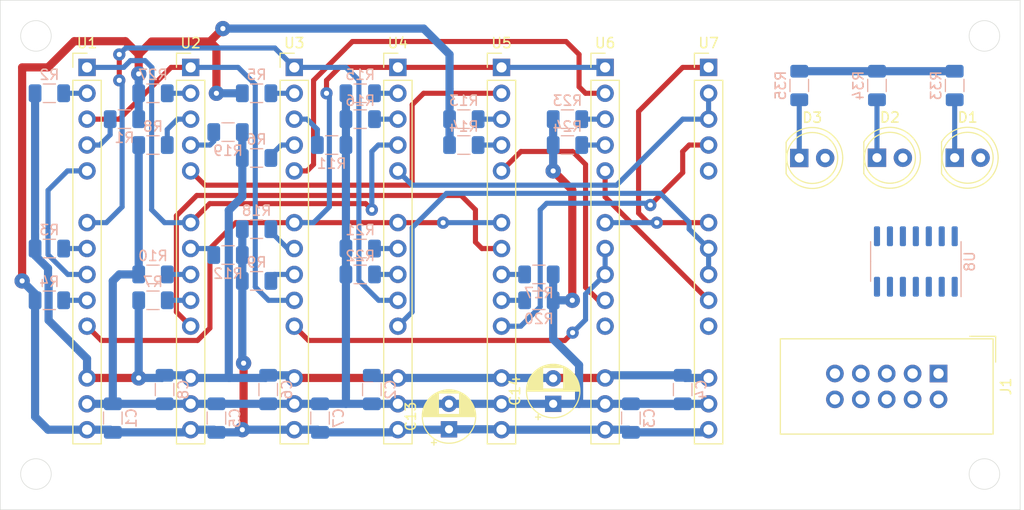
<source format=kicad_pcb>
(kicad_pcb (version 20171130) (host pcbnew 5.1.6~rc1+dfsg1-1+b1)

  (general
    (thickness 1.6)
    (drawings 8)
    (tracks 317)
    (zones 0)
    (modules 50)
    (nets 53)
  )

  (page A4)
  (layers
    (0 F.Cu signal)
    (31 B.Cu signal)
    (32 B.Adhes user)
    (33 F.Adhes user)
    (34 B.Paste user)
    (35 F.Paste user)
    (36 B.SilkS user)
    (37 F.SilkS user)
    (38 B.Mask user)
    (39 F.Mask user)
    (40 Dwgs.User user)
    (41 Cmts.User user)
    (42 Eco1.User user)
    (43 Eco2.User user)
    (44 Edge.Cuts user)
    (45 Margin user)
    (46 B.CrtYd user)
    (47 F.CrtYd user)
    (48 B.Fab user)
    (49 F.Fab user)
  )

  (setup
    (last_trace_width 0.5)
    (trace_clearance 0.3)
    (zone_clearance 0.508)
    (zone_45_only no)
    (trace_min 0.2)
    (via_size 1.2)
    (via_drill 0.5)
    (via_min_size 0.4)
    (via_min_drill 0.3)
    (uvia_size 0.3)
    (uvia_drill 0.1)
    (uvias_allowed no)
    (uvia_min_size 0.2)
    (uvia_min_drill 0.1)
    (edge_width 0.05)
    (segment_width 0.2)
    (pcb_text_width 0.3)
    (pcb_text_size 1.5 1.5)
    (mod_edge_width 0.12)
    (mod_text_size 1 1)
    (mod_text_width 0.15)
    (pad_size 1.524 1.524)
    (pad_drill 0.762)
    (pad_to_mask_clearance 0.05)
    (aux_axis_origin 0 0)
    (visible_elements FFFFFF7F)
    (pcbplotparams
      (layerselection 0x010fc_ffffffff)
      (usegerberextensions false)
      (usegerberattributes true)
      (usegerberadvancedattributes true)
      (creategerberjobfile true)
      (excludeedgelayer true)
      (linewidth 0.100000)
      (plotframeref false)
      (viasonmask false)
      (mode 1)
      (useauxorigin false)
      (hpglpennumber 1)
      (hpglpenspeed 20)
      (hpglpendiameter 15.000000)
      (psnegative false)
      (psa4output false)
      (plotreference true)
      (plotvalue true)
      (plotinvisibletext false)
      (padsonsilk false)
      (subtractmaskfromsilk false)
      (outputformat 1)
      (mirror false)
      (drillshape 1)
      (scaleselection 1)
      (outputdirectory ""))
  )

  (net 0 "")
  (net 1 /+5V)
  (net 2 /GND)
  (net 3 /-5V)
  (net 4 "Net-(D1-Pad1)")
  (net 5 "Net-(D1-Pad2)")
  (net 6 "Net-(D2-Pad2)")
  (net 7 "Net-(D2-Pad1)")
  (net 8 "Net-(D3-Pad1)")
  (net 9 "Net-(D3-Pad2)")
  (net 10 /OC1)
  (net 11 /OC2)
  (net 12 /OC3)
  (net 13 /Rlo)
  (net 14 /Rmi)
  (net 15 /Rhi)
  (net 16 /CYCLE)
  (net 17 "Net-(R1-Pad1)")
  (net 18 "Net-(R2-Pad1)")
  (net 19 "Net-(R3-Pad1)")
  (net 20 "Net-(R4-Pad1)")
  (net 21 "Net-(R5-Pad1)")
  (net 22 "Net-(R6-Pad1)")
  (net 23 "Net-(R7-Pad1)")
  (net 24 "Net-(R8-Pad1)")
  (net 25 "Net-(R9-Pad1)")
  (net 26 "Net-(R10-Pad1)")
  (net 27 "Net-(R11-Pad1)")
  (net 28 "Net-(R12-Pad1)")
  (net 29 "Net-(R13-Pad1)")
  (net 30 "Net-(R14-Pad1)")
  (net 31 "Net-(R15-Pad1)")
  (net 32 "Net-(R16-Pad1)")
  (net 33 "Net-(R17-Pad1)")
  (net 34 "Net-(R18-Pad1)")
  (net 35 "Net-(R19-Pad1)")
  (net 36 "Net-(R20-Pad1)")
  (net 37 "Net-(R21-Pad1)")
  (net 38 "Net-(R22-Pad1)")
  (net 39 "Net-(R23-Pad1)")
  (net 40 "Net-(R24-Pad1)")
  (net 41 "Net-(R27-Pad1)")
  (net 42 "Net-(U1-Pad5)")
  (net 43 /sign)
  (net 44 /-OC1)
  (net 45 /-OC2)
  (net 46 /FROMlo)
  (net 47 /-OC3)
  (net 48 /FROMmi)
  (net 49 /FROMhi)
  (net 50 /TOmi)
  (net 51 /TOlo)
  (net 52 /TOhi)

  (net_class Default "This is the default net class."
    (clearance 0.3)
    (trace_width 0.5)
    (via_dia 1.2)
    (via_drill 0.5)
    (uvia_dia 0.3)
    (uvia_drill 0.1)
    (add_net /-OC1)
    (add_net /-OC2)
    (add_net /-OC3)
    (add_net /CYCLE)
    (add_net /FROMhi)
    (add_net /FROMlo)
    (add_net /FROMmi)
    (add_net /OC1)
    (add_net /OC2)
    (add_net /OC3)
    (add_net /Rhi)
    (add_net /Rlo)
    (add_net /Rmi)
    (add_net /TOhi)
    (add_net /TOlo)
    (add_net /TOmi)
    (add_net /sign)
    (add_net "Net-(D1-Pad1)")
    (add_net "Net-(D1-Pad2)")
    (add_net "Net-(D2-Pad1)")
    (add_net "Net-(D2-Pad2)")
    (add_net "Net-(D3-Pad1)")
    (add_net "Net-(D3-Pad2)")
    (add_net "Net-(R1-Pad1)")
    (add_net "Net-(R10-Pad1)")
    (add_net "Net-(R11-Pad1)")
    (add_net "Net-(R12-Pad1)")
    (add_net "Net-(R13-Pad1)")
    (add_net "Net-(R14-Pad1)")
    (add_net "Net-(R15-Pad1)")
    (add_net "Net-(R16-Pad1)")
    (add_net "Net-(R17-Pad1)")
    (add_net "Net-(R18-Pad1)")
    (add_net "Net-(R19-Pad1)")
    (add_net "Net-(R2-Pad1)")
    (add_net "Net-(R20-Pad1)")
    (add_net "Net-(R21-Pad1)")
    (add_net "Net-(R22-Pad1)")
    (add_net "Net-(R23-Pad1)")
    (add_net "Net-(R24-Pad1)")
    (add_net "Net-(R27-Pad1)")
    (add_net "Net-(R3-Pad1)")
    (add_net "Net-(R4-Pad1)")
    (add_net "Net-(R5-Pad1)")
    (add_net "Net-(R6-Pad1)")
    (add_net "Net-(R7-Pad1)")
    (add_net "Net-(R8-Pad1)")
    (add_net "Net-(R9-Pad1)")
    (add_net "Net-(U1-Pad5)")
  )

  (net_class PWR ""
    (clearance 0.3)
    (trace_width 0.8)
    (via_dia 1.5)
    (via_drill 0.5)
    (uvia_dia 0.3)
    (uvia_drill 0.1)
    (add_net /+5V)
    (add_net /-5V)
    (add_net /GND)
  )

  (module Capacitor_SMD:C_1206_3216Metric (layer B.Cu) (tedit 5B301BBE) (tstamp 5EBDEB96)
    (at 26.035 56.01 90)
    (descr "Capacitor SMD 1206 (3216 Metric), square (rectangular) end terminal, IPC_7351 nominal, (Body size source: http://www.tortai-tech.com/upload/download/2011102023233369053.pdf), generated with kicad-footprint-generator")
    (tags capacitor)
    (path /5EC1850C)
    (attr smd)
    (fp_text reference C1 (at 0 1.82 90) (layer B.SilkS)
      (effects (font (size 1 1) (thickness 0.15)) (justify mirror))
    )
    (fp_text value 100n (at 0 -1.82 90) (layer B.Fab)
      (effects (font (size 1 1) (thickness 0.15)) (justify mirror))
    )
    (fp_line (start 2.28 -1.12) (end -2.28 -1.12) (layer B.CrtYd) (width 0.05))
    (fp_line (start 2.28 1.12) (end 2.28 -1.12) (layer B.CrtYd) (width 0.05))
    (fp_line (start -2.28 1.12) (end 2.28 1.12) (layer B.CrtYd) (width 0.05))
    (fp_line (start -2.28 -1.12) (end -2.28 1.12) (layer B.CrtYd) (width 0.05))
    (fp_line (start -0.602064 -0.91) (end 0.602064 -0.91) (layer B.SilkS) (width 0.12))
    (fp_line (start -0.602064 0.91) (end 0.602064 0.91) (layer B.SilkS) (width 0.12))
    (fp_line (start 1.6 -0.8) (end -1.6 -0.8) (layer B.Fab) (width 0.1))
    (fp_line (start 1.6 0.8) (end 1.6 -0.8) (layer B.Fab) (width 0.1))
    (fp_line (start -1.6 0.8) (end 1.6 0.8) (layer B.Fab) (width 0.1))
    (fp_line (start -1.6 -0.8) (end -1.6 0.8) (layer B.Fab) (width 0.1))
    (fp_text user %R (at 0 0 90) (layer B.Fab)
      (effects (font (size 0.8 0.8) (thickness 0.12)) (justify mirror))
    )
    (pad 1 smd roundrect (at -1.4 0 90) (size 1.25 1.75) (layers B.Cu B.Paste B.Mask) (roundrect_rratio 0.2)
      (net 1 /+5V))
    (pad 2 smd roundrect (at 1.4 0 90) (size 1.25 1.75) (layers B.Cu B.Paste B.Mask) (roundrect_rratio 0.2)
      (net 2 /GND))
    (model ${KISYS3DMOD}/Capacitor_SMD.3dshapes/C_1206_3216Metric.wrl
      (at (xyz 0 0 0))
      (scale (xyz 1 1 1))
      (rotate (xyz 0 0 0))
    )
  )

  (module Capacitor_SMD:C_1206_3216Metric (layer B.Cu) (tedit 5B301BBE) (tstamp 5EBDEC29)
    (at 51.435 53.21 90)
    (descr "Capacitor SMD 1206 (3216 Metric), square (rectangular) end terminal, IPC_7351 nominal, (Body size source: http://www.tortai-tech.com/upload/download/2011102023233369053.pdf), generated with kicad-footprint-generator")
    (tags capacitor)
    (path /5EC18512)
    (attr smd)
    (fp_text reference C2 (at 0 1.82 90) (layer B.SilkS)
      (effects (font (size 1 1) (thickness 0.15)) (justify mirror))
    )
    (fp_text value 100n (at 0 -1.82 90) (layer B.Fab)
      (effects (font (size 1 1) (thickness 0.15)) (justify mirror))
    )
    (fp_line (start -1.6 -0.8) (end -1.6 0.8) (layer B.Fab) (width 0.1))
    (fp_line (start -1.6 0.8) (end 1.6 0.8) (layer B.Fab) (width 0.1))
    (fp_line (start 1.6 0.8) (end 1.6 -0.8) (layer B.Fab) (width 0.1))
    (fp_line (start 1.6 -0.8) (end -1.6 -0.8) (layer B.Fab) (width 0.1))
    (fp_line (start -0.602064 0.91) (end 0.602064 0.91) (layer B.SilkS) (width 0.12))
    (fp_line (start -0.602064 -0.91) (end 0.602064 -0.91) (layer B.SilkS) (width 0.12))
    (fp_line (start -2.28 -1.12) (end -2.28 1.12) (layer B.CrtYd) (width 0.05))
    (fp_line (start -2.28 1.12) (end 2.28 1.12) (layer B.CrtYd) (width 0.05))
    (fp_line (start 2.28 1.12) (end 2.28 -1.12) (layer B.CrtYd) (width 0.05))
    (fp_line (start 2.28 -1.12) (end -2.28 -1.12) (layer B.CrtYd) (width 0.05))
    (fp_text user %R (at 0 0 90) (layer B.Fab)
      (effects (font (size 0.8 0.8) (thickness 0.12)) (justify mirror))
    )
    (pad 2 smd roundrect (at 1.4 0 90) (size 1.25 1.75) (layers B.Cu B.Paste B.Mask) (roundrect_rratio 0.2)
      (net 3 /-5V))
    (pad 1 smd roundrect (at -1.4 0 90) (size 1.25 1.75) (layers B.Cu B.Paste B.Mask) (roundrect_rratio 0.2)
      (net 2 /GND))
    (model ${KISYS3DMOD}/Capacitor_SMD.3dshapes/C_1206_3216Metric.wrl
      (at (xyz 0 0 0))
      (scale (xyz 1 1 1))
      (rotate (xyz 0 0 0))
    )
  )

  (module Capacitor_SMD:C_1206_3216Metric (layer B.Cu) (tedit 5B301BBE) (tstamp 5EBDEBF9)
    (at 76.835 56.01 90)
    (descr "Capacitor SMD 1206 (3216 Metric), square (rectangular) end terminal, IPC_7351 nominal, (Body size source: http://www.tortai-tech.com/upload/download/2011102023233369053.pdf), generated with kicad-footprint-generator")
    (tags capacitor)
    (path /5EC183E5)
    (attr smd)
    (fp_text reference C3 (at 0 1.82 90) (layer B.SilkS)
      (effects (font (size 1 1) (thickness 0.15)) (justify mirror))
    )
    (fp_text value 100n (at 0 -1.82 90) (layer B.Fab)
      (effects (font (size 1 1) (thickness 0.15)) (justify mirror))
    )
    (fp_line (start -1.6 -0.8) (end -1.6 0.8) (layer B.Fab) (width 0.1))
    (fp_line (start -1.6 0.8) (end 1.6 0.8) (layer B.Fab) (width 0.1))
    (fp_line (start 1.6 0.8) (end 1.6 -0.8) (layer B.Fab) (width 0.1))
    (fp_line (start 1.6 -0.8) (end -1.6 -0.8) (layer B.Fab) (width 0.1))
    (fp_line (start -0.602064 0.91) (end 0.602064 0.91) (layer B.SilkS) (width 0.12))
    (fp_line (start -0.602064 -0.91) (end 0.602064 -0.91) (layer B.SilkS) (width 0.12))
    (fp_line (start -2.28 -1.12) (end -2.28 1.12) (layer B.CrtYd) (width 0.05))
    (fp_line (start -2.28 1.12) (end 2.28 1.12) (layer B.CrtYd) (width 0.05))
    (fp_line (start 2.28 1.12) (end 2.28 -1.12) (layer B.CrtYd) (width 0.05))
    (fp_line (start 2.28 -1.12) (end -2.28 -1.12) (layer B.CrtYd) (width 0.05))
    (fp_text user %R (at 0 0 90) (layer B.Fab)
      (effects (font (size 0.8 0.8) (thickness 0.12)) (justify mirror))
    )
    (pad 2 smd roundrect (at 1.4 0 90) (size 1.25 1.75) (layers B.Cu B.Paste B.Mask) (roundrect_rratio 0.2)
      (net 2 /GND))
    (pad 1 smd roundrect (at -1.4 0 90) (size 1.25 1.75) (layers B.Cu B.Paste B.Mask) (roundrect_rratio 0.2)
      (net 1 /+5V))
    (model ${KISYS3DMOD}/Capacitor_SMD.3dshapes/C_1206_3216Metric.wrl
      (at (xyz 0 0 0))
      (scale (xyz 1 1 1))
      (rotate (xyz 0 0 0))
    )
  )

  (module Capacitor_SMD:C_1206_3216Metric (layer B.Cu) (tedit 5B301BBE) (tstamp 5EBDEB2D)
    (at 81.915 53.21 90)
    (descr "Capacitor SMD 1206 (3216 Metric), square (rectangular) end terminal, IPC_7351 nominal, (Body size source: http://www.tortai-tech.com/upload/download/2011102023233369053.pdf), generated with kicad-footprint-generator")
    (tags capacitor)
    (path /5EC18403)
    (attr smd)
    (fp_text reference C4 (at 0 1.82 90) (layer B.SilkS)
      (effects (font (size 1 1) (thickness 0.15)) (justify mirror))
    )
    (fp_text value 100n (at 0 -1.82 90) (layer B.Fab)
      (effects (font (size 1 1) (thickness 0.15)) (justify mirror))
    )
    (fp_line (start -1.6 -0.8) (end -1.6 0.8) (layer B.Fab) (width 0.1))
    (fp_line (start -1.6 0.8) (end 1.6 0.8) (layer B.Fab) (width 0.1))
    (fp_line (start 1.6 0.8) (end 1.6 -0.8) (layer B.Fab) (width 0.1))
    (fp_line (start 1.6 -0.8) (end -1.6 -0.8) (layer B.Fab) (width 0.1))
    (fp_line (start -0.602064 0.91) (end 0.602064 0.91) (layer B.SilkS) (width 0.12))
    (fp_line (start -0.602064 -0.91) (end 0.602064 -0.91) (layer B.SilkS) (width 0.12))
    (fp_line (start -2.28 -1.12) (end -2.28 1.12) (layer B.CrtYd) (width 0.05))
    (fp_line (start -2.28 1.12) (end 2.28 1.12) (layer B.CrtYd) (width 0.05))
    (fp_line (start 2.28 1.12) (end 2.28 -1.12) (layer B.CrtYd) (width 0.05))
    (fp_line (start 2.28 -1.12) (end -2.28 -1.12) (layer B.CrtYd) (width 0.05))
    (fp_text user %R (at 0 0 90) (layer B.Fab)
      (effects (font (size 0.8 0.8) (thickness 0.12)) (justify mirror))
    )
    (pad 2 smd roundrect (at 1.4 0 90) (size 1.25 1.75) (layers B.Cu B.Paste B.Mask) (roundrect_rratio 0.2)
      (net 3 /-5V))
    (pad 1 smd roundrect (at -1.4 0 90) (size 1.25 1.75) (layers B.Cu B.Paste B.Mask) (roundrect_rratio 0.2)
      (net 2 /GND))
    (model ${KISYS3DMOD}/Capacitor_SMD.3dshapes/C_1206_3216Metric.wrl
      (at (xyz 0 0 0))
      (scale (xyz 1 1 1))
      (rotate (xyz 0 0 0))
    )
  )

  (module Capacitor_SMD:C_1206_3216Metric (layer B.Cu) (tedit 5B301BBE) (tstamp 5EBDE9FE)
    (at 36.195 56.01 90)
    (descr "Capacitor SMD 1206 (3216 Metric), square (rectangular) end terminal, IPC_7351 nominal, (Body size source: http://www.tortai-tech.com/upload/download/2011102023233369053.pdf), generated with kicad-footprint-generator")
    (tags capacitor)
    (path /5EC183EB)
    (attr smd)
    (fp_text reference C5 (at 0 1.82 90) (layer B.SilkS)
      (effects (font (size 1 1) (thickness 0.15)) (justify mirror))
    )
    (fp_text value 100n (at 0 -1.82 90) (layer B.Fab)
      (effects (font (size 1 1) (thickness 0.15)) (justify mirror))
    )
    (fp_line (start 2.28 -1.12) (end -2.28 -1.12) (layer B.CrtYd) (width 0.05))
    (fp_line (start 2.28 1.12) (end 2.28 -1.12) (layer B.CrtYd) (width 0.05))
    (fp_line (start -2.28 1.12) (end 2.28 1.12) (layer B.CrtYd) (width 0.05))
    (fp_line (start -2.28 -1.12) (end -2.28 1.12) (layer B.CrtYd) (width 0.05))
    (fp_line (start -0.602064 -0.91) (end 0.602064 -0.91) (layer B.SilkS) (width 0.12))
    (fp_line (start -0.602064 0.91) (end 0.602064 0.91) (layer B.SilkS) (width 0.12))
    (fp_line (start 1.6 -0.8) (end -1.6 -0.8) (layer B.Fab) (width 0.1))
    (fp_line (start 1.6 0.8) (end 1.6 -0.8) (layer B.Fab) (width 0.1))
    (fp_line (start -1.6 0.8) (end 1.6 0.8) (layer B.Fab) (width 0.1))
    (fp_line (start -1.6 -0.8) (end -1.6 0.8) (layer B.Fab) (width 0.1))
    (fp_text user %R (at 0 0 90) (layer B.Fab)
      (effects (font (size 0.8 0.8) (thickness 0.12)) (justify mirror))
    )
    (pad 1 smd roundrect (at -1.4 0 90) (size 1.25 1.75) (layers B.Cu B.Paste B.Mask) (roundrect_rratio 0.2)
      (net 1 /+5V))
    (pad 2 smd roundrect (at 1.4 0 90) (size 1.25 1.75) (layers B.Cu B.Paste B.Mask) (roundrect_rratio 0.2)
      (net 2 /GND))
    (model ${KISYS3DMOD}/Capacitor_SMD.3dshapes/C_1206_3216Metric.wrl
      (at (xyz 0 0 0))
      (scale (xyz 1 1 1))
      (rotate (xyz 0 0 0))
    )
  )

  (module Capacitor_SMD:C_1206_3216Metric (layer B.Cu) (tedit 5B301BBE) (tstamp 5EBDE9CE)
    (at 41.275 53.21 90)
    (descr "Capacitor SMD 1206 (3216 Metric), square (rectangular) end terminal, IPC_7351 nominal, (Body size source: http://www.tortai-tech.com/upload/download/2011102023233369053.pdf), generated with kicad-footprint-generator")
    (tags capacitor)
    (path /5EC18409)
    (attr smd)
    (fp_text reference C6 (at 0 1.82 90) (layer B.SilkS)
      (effects (font (size 1 1) (thickness 0.15)) (justify mirror))
    )
    (fp_text value 100n (at 0 -1.82 90) (layer B.Fab)
      (effects (font (size 1 1) (thickness 0.15)) (justify mirror))
    )
    (fp_line (start 2.28 -1.12) (end -2.28 -1.12) (layer B.CrtYd) (width 0.05))
    (fp_line (start 2.28 1.12) (end 2.28 -1.12) (layer B.CrtYd) (width 0.05))
    (fp_line (start -2.28 1.12) (end 2.28 1.12) (layer B.CrtYd) (width 0.05))
    (fp_line (start -2.28 -1.12) (end -2.28 1.12) (layer B.CrtYd) (width 0.05))
    (fp_line (start -0.602064 -0.91) (end 0.602064 -0.91) (layer B.SilkS) (width 0.12))
    (fp_line (start -0.602064 0.91) (end 0.602064 0.91) (layer B.SilkS) (width 0.12))
    (fp_line (start 1.6 -0.8) (end -1.6 -0.8) (layer B.Fab) (width 0.1))
    (fp_line (start 1.6 0.8) (end 1.6 -0.8) (layer B.Fab) (width 0.1))
    (fp_line (start -1.6 0.8) (end 1.6 0.8) (layer B.Fab) (width 0.1))
    (fp_line (start -1.6 -0.8) (end -1.6 0.8) (layer B.Fab) (width 0.1))
    (fp_text user %R (at 0 0 90) (layer B.Fab)
      (effects (font (size 0.8 0.8) (thickness 0.12)) (justify mirror))
    )
    (pad 1 smd roundrect (at -1.4 0 90) (size 1.25 1.75) (layers B.Cu B.Paste B.Mask) (roundrect_rratio 0.2)
      (net 2 /GND))
    (pad 2 smd roundrect (at 1.4 0 90) (size 1.25 1.75) (layers B.Cu B.Paste B.Mask) (roundrect_rratio 0.2)
      (net 3 /-5V))
    (model ${KISYS3DMOD}/Capacitor_SMD.3dshapes/C_1206_3216Metric.wrl
      (at (xyz 0 0 0))
      (scale (xyz 1 1 1))
      (rotate (xyz 0 0 0))
    )
  )

  (module Capacitor_SMD:C_1206_3216Metric (layer B.Cu) (tedit 5B301BBE) (tstamp 5EBDF1B4)
    (at 46.355 56.01 90)
    (descr "Capacitor SMD 1206 (3216 Metric), square (rectangular) end terminal, IPC_7351 nominal, (Body size source: http://www.tortai-tech.com/upload/download/2011102023233369053.pdf), generated with kicad-footprint-generator")
    (tags capacitor)
    (path /5EC183F1)
    (attr smd)
    (fp_text reference C7 (at 0 1.82 90) (layer B.SilkS)
      (effects (font (size 1 1) (thickness 0.15)) (justify mirror))
    )
    (fp_text value 100n (at 0 -1.82 90) (layer B.Fab)
      (effects (font (size 1 1) (thickness 0.15)) (justify mirror))
    )
    (fp_line (start 2.28 -1.12) (end -2.28 -1.12) (layer B.CrtYd) (width 0.05))
    (fp_line (start 2.28 1.12) (end 2.28 -1.12) (layer B.CrtYd) (width 0.05))
    (fp_line (start -2.28 1.12) (end 2.28 1.12) (layer B.CrtYd) (width 0.05))
    (fp_line (start -2.28 -1.12) (end -2.28 1.12) (layer B.CrtYd) (width 0.05))
    (fp_line (start -0.602064 -0.91) (end 0.602064 -0.91) (layer B.SilkS) (width 0.12))
    (fp_line (start -0.602064 0.91) (end 0.602064 0.91) (layer B.SilkS) (width 0.12))
    (fp_line (start 1.6 -0.8) (end -1.6 -0.8) (layer B.Fab) (width 0.1))
    (fp_line (start 1.6 0.8) (end 1.6 -0.8) (layer B.Fab) (width 0.1))
    (fp_line (start -1.6 0.8) (end 1.6 0.8) (layer B.Fab) (width 0.1))
    (fp_line (start -1.6 -0.8) (end -1.6 0.8) (layer B.Fab) (width 0.1))
    (fp_text user %R (at 0 0 90) (layer B.Fab)
      (effects (font (size 0.8 0.8) (thickness 0.12)) (justify mirror))
    )
    (pad 1 smd roundrect (at -1.4 0 90) (size 1.25 1.75) (layers B.Cu B.Paste B.Mask) (roundrect_rratio 0.2)
      (net 1 /+5V))
    (pad 2 smd roundrect (at 1.4 0 90) (size 1.25 1.75) (layers B.Cu B.Paste B.Mask) (roundrect_rratio 0.2)
      (net 2 /GND))
    (model ${KISYS3DMOD}/Capacitor_SMD.3dshapes/C_1206_3216Metric.wrl
      (at (xyz 0 0 0))
      (scale (xyz 1 1 1))
      (rotate (xyz 0 0 0))
    )
  )

  (module Capacitor_SMD:C_1206_3216Metric (layer B.Cu) (tedit 5B301BBE) (tstamp 5EBDEED2)
    (at 31.115 53.21 90)
    (descr "Capacitor SMD 1206 (3216 Metric), square (rectangular) end terminal, IPC_7351 nominal, (Body size source: http://www.tortai-tech.com/upload/download/2011102023233369053.pdf), generated with kicad-footprint-generator")
    (tags capacitor)
    (path /5EC1840F)
    (attr smd)
    (fp_text reference C8 (at 0 1.82 90) (layer B.SilkS)
      (effects (font (size 1 1) (thickness 0.15)) (justify mirror))
    )
    (fp_text value 100n (at 0 -1.82 90) (layer B.Fab)
      (effects (font (size 1 1) (thickness 0.15)) (justify mirror))
    )
    (fp_line (start -1.6 -0.8) (end -1.6 0.8) (layer B.Fab) (width 0.1))
    (fp_line (start -1.6 0.8) (end 1.6 0.8) (layer B.Fab) (width 0.1))
    (fp_line (start 1.6 0.8) (end 1.6 -0.8) (layer B.Fab) (width 0.1))
    (fp_line (start 1.6 -0.8) (end -1.6 -0.8) (layer B.Fab) (width 0.1))
    (fp_line (start -0.602064 0.91) (end 0.602064 0.91) (layer B.SilkS) (width 0.12))
    (fp_line (start -0.602064 -0.91) (end 0.602064 -0.91) (layer B.SilkS) (width 0.12))
    (fp_line (start -2.28 -1.12) (end -2.28 1.12) (layer B.CrtYd) (width 0.05))
    (fp_line (start -2.28 1.12) (end 2.28 1.12) (layer B.CrtYd) (width 0.05))
    (fp_line (start 2.28 1.12) (end 2.28 -1.12) (layer B.CrtYd) (width 0.05))
    (fp_line (start 2.28 -1.12) (end -2.28 -1.12) (layer B.CrtYd) (width 0.05))
    (fp_text user %R (at 0 0 90) (layer B.Fab)
      (effects (font (size 0.8 0.8) (thickness 0.12)) (justify mirror))
    )
    (pad 2 smd roundrect (at 1.4 0 90) (size 1.25 1.75) (layers B.Cu B.Paste B.Mask) (roundrect_rratio 0.2)
      (net 3 /-5V))
    (pad 1 smd roundrect (at -1.4 0 90) (size 1.25 1.75) (layers B.Cu B.Paste B.Mask) (roundrect_rratio 0.2)
      (net 2 /GND))
    (model ${KISYS3DMOD}/Capacitor_SMD.3dshapes/C_1206_3216Metric.wrl
      (at (xyz 0 0 0))
      (scale (xyz 1 1 1))
      (rotate (xyz 0 0 0))
    )
  )

  (module Capacitor_THT:CP_Radial_D5.0mm_P2.50mm (layer F.Cu) (tedit 5AE50EF0) (tstamp 5EBDEFDB)
    (at 59 57.11 90)
    (descr "CP, Radial series, Radial, pin pitch=2.50mm, , diameter=5mm, Electrolytic Capacitor")
    (tags "CP Radial series Radial pin pitch 2.50mm  diameter 5mm Electrolytic Capacitor")
    (path /5EC183D9)
    (fp_text reference C13 (at 1.25 -3.75 90) (layer F.SilkS)
      (effects (font (size 1 1) (thickness 0.15)))
    )
    (fp_text value 47u (at 1.25 3.75 90) (layer F.Fab)
      (effects (font (size 1 1) (thickness 0.15)))
    )
    (fp_circle (center 1.25 0) (end 3.75 0) (layer F.Fab) (width 0.1))
    (fp_circle (center 1.25 0) (end 3.87 0) (layer F.SilkS) (width 0.12))
    (fp_circle (center 1.25 0) (end 4 0) (layer F.CrtYd) (width 0.05))
    (fp_line (start -0.883605 -1.0875) (end -0.383605 -1.0875) (layer F.Fab) (width 0.1))
    (fp_line (start -0.633605 -1.3375) (end -0.633605 -0.8375) (layer F.Fab) (width 0.1))
    (fp_line (start 1.25 -2.58) (end 1.25 2.58) (layer F.SilkS) (width 0.12))
    (fp_line (start 1.29 -2.58) (end 1.29 2.58) (layer F.SilkS) (width 0.12))
    (fp_line (start 1.33 -2.579) (end 1.33 2.579) (layer F.SilkS) (width 0.12))
    (fp_line (start 1.37 -2.578) (end 1.37 2.578) (layer F.SilkS) (width 0.12))
    (fp_line (start 1.41 -2.576) (end 1.41 2.576) (layer F.SilkS) (width 0.12))
    (fp_line (start 1.45 -2.573) (end 1.45 2.573) (layer F.SilkS) (width 0.12))
    (fp_line (start 1.49 -2.569) (end 1.49 -1.04) (layer F.SilkS) (width 0.12))
    (fp_line (start 1.49 1.04) (end 1.49 2.569) (layer F.SilkS) (width 0.12))
    (fp_line (start 1.53 -2.565) (end 1.53 -1.04) (layer F.SilkS) (width 0.12))
    (fp_line (start 1.53 1.04) (end 1.53 2.565) (layer F.SilkS) (width 0.12))
    (fp_line (start 1.57 -2.561) (end 1.57 -1.04) (layer F.SilkS) (width 0.12))
    (fp_line (start 1.57 1.04) (end 1.57 2.561) (layer F.SilkS) (width 0.12))
    (fp_line (start 1.61 -2.556) (end 1.61 -1.04) (layer F.SilkS) (width 0.12))
    (fp_line (start 1.61 1.04) (end 1.61 2.556) (layer F.SilkS) (width 0.12))
    (fp_line (start 1.65 -2.55) (end 1.65 -1.04) (layer F.SilkS) (width 0.12))
    (fp_line (start 1.65 1.04) (end 1.65 2.55) (layer F.SilkS) (width 0.12))
    (fp_line (start 1.69 -2.543) (end 1.69 -1.04) (layer F.SilkS) (width 0.12))
    (fp_line (start 1.69 1.04) (end 1.69 2.543) (layer F.SilkS) (width 0.12))
    (fp_line (start 1.73 -2.536) (end 1.73 -1.04) (layer F.SilkS) (width 0.12))
    (fp_line (start 1.73 1.04) (end 1.73 2.536) (layer F.SilkS) (width 0.12))
    (fp_line (start 1.77 -2.528) (end 1.77 -1.04) (layer F.SilkS) (width 0.12))
    (fp_line (start 1.77 1.04) (end 1.77 2.528) (layer F.SilkS) (width 0.12))
    (fp_line (start 1.81 -2.52) (end 1.81 -1.04) (layer F.SilkS) (width 0.12))
    (fp_line (start 1.81 1.04) (end 1.81 2.52) (layer F.SilkS) (width 0.12))
    (fp_line (start 1.85 -2.511) (end 1.85 -1.04) (layer F.SilkS) (width 0.12))
    (fp_line (start 1.85 1.04) (end 1.85 2.511) (layer F.SilkS) (width 0.12))
    (fp_line (start 1.89 -2.501) (end 1.89 -1.04) (layer F.SilkS) (width 0.12))
    (fp_line (start 1.89 1.04) (end 1.89 2.501) (layer F.SilkS) (width 0.12))
    (fp_line (start 1.93 -2.491) (end 1.93 -1.04) (layer F.SilkS) (width 0.12))
    (fp_line (start 1.93 1.04) (end 1.93 2.491) (layer F.SilkS) (width 0.12))
    (fp_line (start 1.971 -2.48) (end 1.971 -1.04) (layer F.SilkS) (width 0.12))
    (fp_line (start 1.971 1.04) (end 1.971 2.48) (layer F.SilkS) (width 0.12))
    (fp_line (start 2.011 -2.468) (end 2.011 -1.04) (layer F.SilkS) (width 0.12))
    (fp_line (start 2.011 1.04) (end 2.011 2.468) (layer F.SilkS) (width 0.12))
    (fp_line (start 2.051 -2.455) (end 2.051 -1.04) (layer F.SilkS) (width 0.12))
    (fp_line (start 2.051 1.04) (end 2.051 2.455) (layer F.SilkS) (width 0.12))
    (fp_line (start 2.091 -2.442) (end 2.091 -1.04) (layer F.SilkS) (width 0.12))
    (fp_line (start 2.091 1.04) (end 2.091 2.442) (layer F.SilkS) (width 0.12))
    (fp_line (start 2.131 -2.428) (end 2.131 -1.04) (layer F.SilkS) (width 0.12))
    (fp_line (start 2.131 1.04) (end 2.131 2.428) (layer F.SilkS) (width 0.12))
    (fp_line (start 2.171 -2.414) (end 2.171 -1.04) (layer F.SilkS) (width 0.12))
    (fp_line (start 2.171 1.04) (end 2.171 2.414) (layer F.SilkS) (width 0.12))
    (fp_line (start 2.211 -2.398) (end 2.211 -1.04) (layer F.SilkS) (width 0.12))
    (fp_line (start 2.211 1.04) (end 2.211 2.398) (layer F.SilkS) (width 0.12))
    (fp_line (start 2.251 -2.382) (end 2.251 -1.04) (layer F.SilkS) (width 0.12))
    (fp_line (start 2.251 1.04) (end 2.251 2.382) (layer F.SilkS) (width 0.12))
    (fp_line (start 2.291 -2.365) (end 2.291 -1.04) (layer F.SilkS) (width 0.12))
    (fp_line (start 2.291 1.04) (end 2.291 2.365) (layer F.SilkS) (width 0.12))
    (fp_line (start 2.331 -2.348) (end 2.331 -1.04) (layer F.SilkS) (width 0.12))
    (fp_line (start 2.331 1.04) (end 2.331 2.348) (layer F.SilkS) (width 0.12))
    (fp_line (start 2.371 -2.329) (end 2.371 -1.04) (layer F.SilkS) (width 0.12))
    (fp_line (start 2.371 1.04) (end 2.371 2.329) (layer F.SilkS) (width 0.12))
    (fp_line (start 2.411 -2.31) (end 2.411 -1.04) (layer F.SilkS) (width 0.12))
    (fp_line (start 2.411 1.04) (end 2.411 2.31) (layer F.SilkS) (width 0.12))
    (fp_line (start 2.451 -2.29) (end 2.451 -1.04) (layer F.SilkS) (width 0.12))
    (fp_line (start 2.451 1.04) (end 2.451 2.29) (layer F.SilkS) (width 0.12))
    (fp_line (start 2.491 -2.268) (end 2.491 -1.04) (layer F.SilkS) (width 0.12))
    (fp_line (start 2.491 1.04) (end 2.491 2.268) (layer F.SilkS) (width 0.12))
    (fp_line (start 2.531 -2.247) (end 2.531 -1.04) (layer F.SilkS) (width 0.12))
    (fp_line (start 2.531 1.04) (end 2.531 2.247) (layer F.SilkS) (width 0.12))
    (fp_line (start 2.571 -2.224) (end 2.571 -1.04) (layer F.SilkS) (width 0.12))
    (fp_line (start 2.571 1.04) (end 2.571 2.224) (layer F.SilkS) (width 0.12))
    (fp_line (start 2.611 -2.2) (end 2.611 -1.04) (layer F.SilkS) (width 0.12))
    (fp_line (start 2.611 1.04) (end 2.611 2.2) (layer F.SilkS) (width 0.12))
    (fp_line (start 2.651 -2.175) (end 2.651 -1.04) (layer F.SilkS) (width 0.12))
    (fp_line (start 2.651 1.04) (end 2.651 2.175) (layer F.SilkS) (width 0.12))
    (fp_line (start 2.691 -2.149) (end 2.691 -1.04) (layer F.SilkS) (width 0.12))
    (fp_line (start 2.691 1.04) (end 2.691 2.149) (layer F.SilkS) (width 0.12))
    (fp_line (start 2.731 -2.122) (end 2.731 -1.04) (layer F.SilkS) (width 0.12))
    (fp_line (start 2.731 1.04) (end 2.731 2.122) (layer F.SilkS) (width 0.12))
    (fp_line (start 2.771 -2.095) (end 2.771 -1.04) (layer F.SilkS) (width 0.12))
    (fp_line (start 2.771 1.04) (end 2.771 2.095) (layer F.SilkS) (width 0.12))
    (fp_line (start 2.811 -2.065) (end 2.811 -1.04) (layer F.SilkS) (width 0.12))
    (fp_line (start 2.811 1.04) (end 2.811 2.065) (layer F.SilkS) (width 0.12))
    (fp_line (start 2.851 -2.035) (end 2.851 -1.04) (layer F.SilkS) (width 0.12))
    (fp_line (start 2.851 1.04) (end 2.851 2.035) (layer F.SilkS) (width 0.12))
    (fp_line (start 2.891 -2.004) (end 2.891 -1.04) (layer F.SilkS) (width 0.12))
    (fp_line (start 2.891 1.04) (end 2.891 2.004) (layer F.SilkS) (width 0.12))
    (fp_line (start 2.931 -1.971) (end 2.931 -1.04) (layer F.SilkS) (width 0.12))
    (fp_line (start 2.931 1.04) (end 2.931 1.971) (layer F.SilkS) (width 0.12))
    (fp_line (start 2.971 -1.937) (end 2.971 -1.04) (layer F.SilkS) (width 0.12))
    (fp_line (start 2.971 1.04) (end 2.971 1.937) (layer F.SilkS) (width 0.12))
    (fp_line (start 3.011 -1.901) (end 3.011 -1.04) (layer F.SilkS) (width 0.12))
    (fp_line (start 3.011 1.04) (end 3.011 1.901) (layer F.SilkS) (width 0.12))
    (fp_line (start 3.051 -1.864) (end 3.051 -1.04) (layer F.SilkS) (width 0.12))
    (fp_line (start 3.051 1.04) (end 3.051 1.864) (layer F.SilkS) (width 0.12))
    (fp_line (start 3.091 -1.826) (end 3.091 -1.04) (layer F.SilkS) (width 0.12))
    (fp_line (start 3.091 1.04) (end 3.091 1.826) (layer F.SilkS) (width 0.12))
    (fp_line (start 3.131 -1.785) (end 3.131 -1.04) (layer F.SilkS) (width 0.12))
    (fp_line (start 3.131 1.04) (end 3.131 1.785) (layer F.SilkS) (width 0.12))
    (fp_line (start 3.171 -1.743) (end 3.171 -1.04) (layer F.SilkS) (width 0.12))
    (fp_line (start 3.171 1.04) (end 3.171 1.743) (layer F.SilkS) (width 0.12))
    (fp_line (start 3.211 -1.699) (end 3.211 -1.04) (layer F.SilkS) (width 0.12))
    (fp_line (start 3.211 1.04) (end 3.211 1.699) (layer F.SilkS) (width 0.12))
    (fp_line (start 3.251 -1.653) (end 3.251 -1.04) (layer F.SilkS) (width 0.12))
    (fp_line (start 3.251 1.04) (end 3.251 1.653) (layer F.SilkS) (width 0.12))
    (fp_line (start 3.291 -1.605) (end 3.291 -1.04) (layer F.SilkS) (width 0.12))
    (fp_line (start 3.291 1.04) (end 3.291 1.605) (layer F.SilkS) (width 0.12))
    (fp_line (start 3.331 -1.554) (end 3.331 -1.04) (layer F.SilkS) (width 0.12))
    (fp_line (start 3.331 1.04) (end 3.331 1.554) (layer F.SilkS) (width 0.12))
    (fp_line (start 3.371 -1.5) (end 3.371 -1.04) (layer F.SilkS) (width 0.12))
    (fp_line (start 3.371 1.04) (end 3.371 1.5) (layer F.SilkS) (width 0.12))
    (fp_line (start 3.411 -1.443) (end 3.411 -1.04) (layer F.SilkS) (width 0.12))
    (fp_line (start 3.411 1.04) (end 3.411 1.443) (layer F.SilkS) (width 0.12))
    (fp_line (start 3.451 -1.383) (end 3.451 -1.04) (layer F.SilkS) (width 0.12))
    (fp_line (start 3.451 1.04) (end 3.451 1.383) (layer F.SilkS) (width 0.12))
    (fp_line (start 3.491 -1.319) (end 3.491 -1.04) (layer F.SilkS) (width 0.12))
    (fp_line (start 3.491 1.04) (end 3.491 1.319) (layer F.SilkS) (width 0.12))
    (fp_line (start 3.531 -1.251) (end 3.531 -1.04) (layer F.SilkS) (width 0.12))
    (fp_line (start 3.531 1.04) (end 3.531 1.251) (layer F.SilkS) (width 0.12))
    (fp_line (start 3.571 -1.178) (end 3.571 1.178) (layer F.SilkS) (width 0.12))
    (fp_line (start 3.611 -1.098) (end 3.611 1.098) (layer F.SilkS) (width 0.12))
    (fp_line (start 3.651 -1.011) (end 3.651 1.011) (layer F.SilkS) (width 0.12))
    (fp_line (start 3.691 -0.915) (end 3.691 0.915) (layer F.SilkS) (width 0.12))
    (fp_line (start 3.731 -0.805) (end 3.731 0.805) (layer F.SilkS) (width 0.12))
    (fp_line (start 3.771 -0.677) (end 3.771 0.677) (layer F.SilkS) (width 0.12))
    (fp_line (start 3.811 -0.518) (end 3.811 0.518) (layer F.SilkS) (width 0.12))
    (fp_line (start 3.851 -0.284) (end 3.851 0.284) (layer F.SilkS) (width 0.12))
    (fp_line (start -1.554775 -1.475) (end -1.054775 -1.475) (layer F.SilkS) (width 0.12))
    (fp_line (start -1.304775 -1.725) (end -1.304775 -1.225) (layer F.SilkS) (width 0.12))
    (fp_text user %R (at 1.25 0 90) (layer F.Fab)
      (effects (font (size 1 1) (thickness 0.15)))
    )
    (pad 2 thru_hole circle (at 2.5 0 90) (size 1.6 1.6) (drill 0.8) (layers *.Cu *.Mask)
      (net 2 /GND))
    (pad 1 thru_hole rect (at 0 0 90) (size 1.6 1.6) (drill 0.8) (layers *.Cu *.Mask)
      (net 1 /+5V))
    (model ${KISYS3DMOD}/Capacitor_THT.3dshapes/CP_Radial_D5.0mm_P2.50mm.wrl
      (at (xyz 0 0 0))
      (scale (xyz 1 1 1))
      (rotate (xyz 0 0 0))
    )
  )

  (module Capacitor_THT:CP_Radial_D5.0mm_P2.50mm (layer F.Cu) (tedit 5AE50EF0) (tstamp 5EBDE7C5)
    (at 69.215 54.61 90)
    (descr "CP, Radial series, Radial, pin pitch=2.50mm, , diameter=5mm, Electrolytic Capacitor")
    (tags "CP Radial series Radial pin pitch 2.50mm  diameter 5mm Electrolytic Capacitor")
    (path /5EC183DF)
    (fp_text reference C14 (at 1.25 -3.75 90) (layer F.SilkS)
      (effects (font (size 1 1) (thickness 0.15)))
    )
    (fp_text value 47u (at 1.25 3.75 90) (layer F.Fab)
      (effects (font (size 1 1) (thickness 0.15)))
    )
    (fp_line (start -1.304775 -1.725) (end -1.304775 -1.225) (layer F.SilkS) (width 0.12))
    (fp_line (start -1.554775 -1.475) (end -1.054775 -1.475) (layer F.SilkS) (width 0.12))
    (fp_line (start 3.851 -0.284) (end 3.851 0.284) (layer F.SilkS) (width 0.12))
    (fp_line (start 3.811 -0.518) (end 3.811 0.518) (layer F.SilkS) (width 0.12))
    (fp_line (start 3.771 -0.677) (end 3.771 0.677) (layer F.SilkS) (width 0.12))
    (fp_line (start 3.731 -0.805) (end 3.731 0.805) (layer F.SilkS) (width 0.12))
    (fp_line (start 3.691 -0.915) (end 3.691 0.915) (layer F.SilkS) (width 0.12))
    (fp_line (start 3.651 -1.011) (end 3.651 1.011) (layer F.SilkS) (width 0.12))
    (fp_line (start 3.611 -1.098) (end 3.611 1.098) (layer F.SilkS) (width 0.12))
    (fp_line (start 3.571 -1.178) (end 3.571 1.178) (layer F.SilkS) (width 0.12))
    (fp_line (start 3.531 1.04) (end 3.531 1.251) (layer F.SilkS) (width 0.12))
    (fp_line (start 3.531 -1.251) (end 3.531 -1.04) (layer F.SilkS) (width 0.12))
    (fp_line (start 3.491 1.04) (end 3.491 1.319) (layer F.SilkS) (width 0.12))
    (fp_line (start 3.491 -1.319) (end 3.491 -1.04) (layer F.SilkS) (width 0.12))
    (fp_line (start 3.451 1.04) (end 3.451 1.383) (layer F.SilkS) (width 0.12))
    (fp_line (start 3.451 -1.383) (end 3.451 -1.04) (layer F.SilkS) (width 0.12))
    (fp_line (start 3.411 1.04) (end 3.411 1.443) (layer F.SilkS) (width 0.12))
    (fp_line (start 3.411 -1.443) (end 3.411 -1.04) (layer F.SilkS) (width 0.12))
    (fp_line (start 3.371 1.04) (end 3.371 1.5) (layer F.SilkS) (width 0.12))
    (fp_line (start 3.371 -1.5) (end 3.371 -1.04) (layer F.SilkS) (width 0.12))
    (fp_line (start 3.331 1.04) (end 3.331 1.554) (layer F.SilkS) (width 0.12))
    (fp_line (start 3.331 -1.554) (end 3.331 -1.04) (layer F.SilkS) (width 0.12))
    (fp_line (start 3.291 1.04) (end 3.291 1.605) (layer F.SilkS) (width 0.12))
    (fp_line (start 3.291 -1.605) (end 3.291 -1.04) (layer F.SilkS) (width 0.12))
    (fp_line (start 3.251 1.04) (end 3.251 1.653) (layer F.SilkS) (width 0.12))
    (fp_line (start 3.251 -1.653) (end 3.251 -1.04) (layer F.SilkS) (width 0.12))
    (fp_line (start 3.211 1.04) (end 3.211 1.699) (layer F.SilkS) (width 0.12))
    (fp_line (start 3.211 -1.699) (end 3.211 -1.04) (layer F.SilkS) (width 0.12))
    (fp_line (start 3.171 1.04) (end 3.171 1.743) (layer F.SilkS) (width 0.12))
    (fp_line (start 3.171 -1.743) (end 3.171 -1.04) (layer F.SilkS) (width 0.12))
    (fp_line (start 3.131 1.04) (end 3.131 1.785) (layer F.SilkS) (width 0.12))
    (fp_line (start 3.131 -1.785) (end 3.131 -1.04) (layer F.SilkS) (width 0.12))
    (fp_line (start 3.091 1.04) (end 3.091 1.826) (layer F.SilkS) (width 0.12))
    (fp_line (start 3.091 -1.826) (end 3.091 -1.04) (layer F.SilkS) (width 0.12))
    (fp_line (start 3.051 1.04) (end 3.051 1.864) (layer F.SilkS) (width 0.12))
    (fp_line (start 3.051 -1.864) (end 3.051 -1.04) (layer F.SilkS) (width 0.12))
    (fp_line (start 3.011 1.04) (end 3.011 1.901) (layer F.SilkS) (width 0.12))
    (fp_line (start 3.011 -1.901) (end 3.011 -1.04) (layer F.SilkS) (width 0.12))
    (fp_line (start 2.971 1.04) (end 2.971 1.937) (layer F.SilkS) (width 0.12))
    (fp_line (start 2.971 -1.937) (end 2.971 -1.04) (layer F.SilkS) (width 0.12))
    (fp_line (start 2.931 1.04) (end 2.931 1.971) (layer F.SilkS) (width 0.12))
    (fp_line (start 2.931 -1.971) (end 2.931 -1.04) (layer F.SilkS) (width 0.12))
    (fp_line (start 2.891 1.04) (end 2.891 2.004) (layer F.SilkS) (width 0.12))
    (fp_line (start 2.891 -2.004) (end 2.891 -1.04) (layer F.SilkS) (width 0.12))
    (fp_line (start 2.851 1.04) (end 2.851 2.035) (layer F.SilkS) (width 0.12))
    (fp_line (start 2.851 -2.035) (end 2.851 -1.04) (layer F.SilkS) (width 0.12))
    (fp_line (start 2.811 1.04) (end 2.811 2.065) (layer F.SilkS) (width 0.12))
    (fp_line (start 2.811 -2.065) (end 2.811 -1.04) (layer F.SilkS) (width 0.12))
    (fp_line (start 2.771 1.04) (end 2.771 2.095) (layer F.SilkS) (width 0.12))
    (fp_line (start 2.771 -2.095) (end 2.771 -1.04) (layer F.SilkS) (width 0.12))
    (fp_line (start 2.731 1.04) (end 2.731 2.122) (layer F.SilkS) (width 0.12))
    (fp_line (start 2.731 -2.122) (end 2.731 -1.04) (layer F.SilkS) (width 0.12))
    (fp_line (start 2.691 1.04) (end 2.691 2.149) (layer F.SilkS) (width 0.12))
    (fp_line (start 2.691 -2.149) (end 2.691 -1.04) (layer F.SilkS) (width 0.12))
    (fp_line (start 2.651 1.04) (end 2.651 2.175) (layer F.SilkS) (width 0.12))
    (fp_line (start 2.651 -2.175) (end 2.651 -1.04) (layer F.SilkS) (width 0.12))
    (fp_line (start 2.611 1.04) (end 2.611 2.2) (layer F.SilkS) (width 0.12))
    (fp_line (start 2.611 -2.2) (end 2.611 -1.04) (layer F.SilkS) (width 0.12))
    (fp_line (start 2.571 1.04) (end 2.571 2.224) (layer F.SilkS) (width 0.12))
    (fp_line (start 2.571 -2.224) (end 2.571 -1.04) (layer F.SilkS) (width 0.12))
    (fp_line (start 2.531 1.04) (end 2.531 2.247) (layer F.SilkS) (width 0.12))
    (fp_line (start 2.531 -2.247) (end 2.531 -1.04) (layer F.SilkS) (width 0.12))
    (fp_line (start 2.491 1.04) (end 2.491 2.268) (layer F.SilkS) (width 0.12))
    (fp_line (start 2.491 -2.268) (end 2.491 -1.04) (layer F.SilkS) (width 0.12))
    (fp_line (start 2.451 1.04) (end 2.451 2.29) (layer F.SilkS) (width 0.12))
    (fp_line (start 2.451 -2.29) (end 2.451 -1.04) (layer F.SilkS) (width 0.12))
    (fp_line (start 2.411 1.04) (end 2.411 2.31) (layer F.SilkS) (width 0.12))
    (fp_line (start 2.411 -2.31) (end 2.411 -1.04) (layer F.SilkS) (width 0.12))
    (fp_line (start 2.371 1.04) (end 2.371 2.329) (layer F.SilkS) (width 0.12))
    (fp_line (start 2.371 -2.329) (end 2.371 -1.04) (layer F.SilkS) (width 0.12))
    (fp_line (start 2.331 1.04) (end 2.331 2.348) (layer F.SilkS) (width 0.12))
    (fp_line (start 2.331 -2.348) (end 2.331 -1.04) (layer F.SilkS) (width 0.12))
    (fp_line (start 2.291 1.04) (end 2.291 2.365) (layer F.SilkS) (width 0.12))
    (fp_line (start 2.291 -2.365) (end 2.291 -1.04) (layer F.SilkS) (width 0.12))
    (fp_line (start 2.251 1.04) (end 2.251 2.382) (layer F.SilkS) (width 0.12))
    (fp_line (start 2.251 -2.382) (end 2.251 -1.04) (layer F.SilkS) (width 0.12))
    (fp_line (start 2.211 1.04) (end 2.211 2.398) (layer F.SilkS) (width 0.12))
    (fp_line (start 2.211 -2.398) (end 2.211 -1.04) (layer F.SilkS) (width 0.12))
    (fp_line (start 2.171 1.04) (end 2.171 2.414) (layer F.SilkS) (width 0.12))
    (fp_line (start 2.171 -2.414) (end 2.171 -1.04) (layer F.SilkS) (width 0.12))
    (fp_line (start 2.131 1.04) (end 2.131 2.428) (layer F.SilkS) (width 0.12))
    (fp_line (start 2.131 -2.428) (end 2.131 -1.04) (layer F.SilkS) (width 0.12))
    (fp_line (start 2.091 1.04) (end 2.091 2.442) (layer F.SilkS) (width 0.12))
    (fp_line (start 2.091 -2.442) (end 2.091 -1.04) (layer F.SilkS) (width 0.12))
    (fp_line (start 2.051 1.04) (end 2.051 2.455) (layer F.SilkS) (width 0.12))
    (fp_line (start 2.051 -2.455) (end 2.051 -1.04) (layer F.SilkS) (width 0.12))
    (fp_line (start 2.011 1.04) (end 2.011 2.468) (layer F.SilkS) (width 0.12))
    (fp_line (start 2.011 -2.468) (end 2.011 -1.04) (layer F.SilkS) (width 0.12))
    (fp_line (start 1.971 1.04) (end 1.971 2.48) (layer F.SilkS) (width 0.12))
    (fp_line (start 1.971 -2.48) (end 1.971 -1.04) (layer F.SilkS) (width 0.12))
    (fp_line (start 1.93 1.04) (end 1.93 2.491) (layer F.SilkS) (width 0.12))
    (fp_line (start 1.93 -2.491) (end 1.93 -1.04) (layer F.SilkS) (width 0.12))
    (fp_line (start 1.89 1.04) (end 1.89 2.501) (layer F.SilkS) (width 0.12))
    (fp_line (start 1.89 -2.501) (end 1.89 -1.04) (layer F.SilkS) (width 0.12))
    (fp_line (start 1.85 1.04) (end 1.85 2.511) (layer F.SilkS) (width 0.12))
    (fp_line (start 1.85 -2.511) (end 1.85 -1.04) (layer F.SilkS) (width 0.12))
    (fp_line (start 1.81 1.04) (end 1.81 2.52) (layer F.SilkS) (width 0.12))
    (fp_line (start 1.81 -2.52) (end 1.81 -1.04) (layer F.SilkS) (width 0.12))
    (fp_line (start 1.77 1.04) (end 1.77 2.528) (layer F.SilkS) (width 0.12))
    (fp_line (start 1.77 -2.528) (end 1.77 -1.04) (layer F.SilkS) (width 0.12))
    (fp_line (start 1.73 1.04) (end 1.73 2.536) (layer F.SilkS) (width 0.12))
    (fp_line (start 1.73 -2.536) (end 1.73 -1.04) (layer F.SilkS) (width 0.12))
    (fp_line (start 1.69 1.04) (end 1.69 2.543) (layer F.SilkS) (width 0.12))
    (fp_line (start 1.69 -2.543) (end 1.69 -1.04) (layer F.SilkS) (width 0.12))
    (fp_line (start 1.65 1.04) (end 1.65 2.55) (layer F.SilkS) (width 0.12))
    (fp_line (start 1.65 -2.55) (end 1.65 -1.04) (layer F.SilkS) (width 0.12))
    (fp_line (start 1.61 1.04) (end 1.61 2.556) (layer F.SilkS) (width 0.12))
    (fp_line (start 1.61 -2.556) (end 1.61 -1.04) (layer F.SilkS) (width 0.12))
    (fp_line (start 1.57 1.04) (end 1.57 2.561) (layer F.SilkS) (width 0.12))
    (fp_line (start 1.57 -2.561) (end 1.57 -1.04) (layer F.SilkS) (width 0.12))
    (fp_line (start 1.53 1.04) (end 1.53 2.565) (layer F.SilkS) (width 0.12))
    (fp_line (start 1.53 -2.565) (end 1.53 -1.04) (layer F.SilkS) (width 0.12))
    (fp_line (start 1.49 1.04) (end 1.49 2.569) (layer F.SilkS) (width 0.12))
    (fp_line (start 1.49 -2.569) (end 1.49 -1.04) (layer F.SilkS) (width 0.12))
    (fp_line (start 1.45 -2.573) (end 1.45 2.573) (layer F.SilkS) (width 0.12))
    (fp_line (start 1.41 -2.576) (end 1.41 2.576) (layer F.SilkS) (width 0.12))
    (fp_line (start 1.37 -2.578) (end 1.37 2.578) (layer F.SilkS) (width 0.12))
    (fp_line (start 1.33 -2.579) (end 1.33 2.579) (layer F.SilkS) (width 0.12))
    (fp_line (start 1.29 -2.58) (end 1.29 2.58) (layer F.SilkS) (width 0.12))
    (fp_line (start 1.25 -2.58) (end 1.25 2.58) (layer F.SilkS) (width 0.12))
    (fp_line (start -0.633605 -1.3375) (end -0.633605 -0.8375) (layer F.Fab) (width 0.1))
    (fp_line (start -0.883605 -1.0875) (end -0.383605 -1.0875) (layer F.Fab) (width 0.1))
    (fp_circle (center 1.25 0) (end 4 0) (layer F.CrtYd) (width 0.05))
    (fp_circle (center 1.25 0) (end 3.87 0) (layer F.SilkS) (width 0.12))
    (fp_circle (center 1.25 0) (end 3.75 0) (layer F.Fab) (width 0.1))
    (fp_text user %R (at 1.25 0 90) (layer F.Fab)
      (effects (font (size 1 1) (thickness 0.15)))
    )
    (pad 1 thru_hole rect (at 0 0 90) (size 1.6 1.6) (drill 0.8) (layers *.Cu *.Mask)
      (net 2 /GND))
    (pad 2 thru_hole circle (at 2.5 0 90) (size 1.6 1.6) (drill 0.8) (layers *.Cu *.Mask)
      (net 3 /-5V))
    (model ${KISYS3DMOD}/Capacitor_THT.3dshapes/CP_Radial_D5.0mm_P2.50mm.wrl
      (at (xyz 0 0 0))
      (scale (xyz 1 1 1))
      (rotate (xyz 0 0 0))
    )
  )

  (module LED_THT:LED_D5.0mm (layer F.Cu) (tedit 5995936A) (tstamp 5EBDA88D)
    (at 108.585 30.46)
    (descr "LED, diameter 5.0mm, 2 pins, http://cdn-reichelt.de/documents/datenblatt/A500/LL-504BC2E-009.pdf")
    (tags "LED diameter 5.0mm 2 pins")
    (path /5EC18464)
    (fp_text reference D1 (at 1.27 -3.96) (layer F.SilkS)
      (effects (font (size 1 1) (thickness 0.15)))
    )
    (fp_text value LED_Dual_2pin (at 1.27 3.96) (layer F.Fab)
      (effects (font (size 1 1) (thickness 0.15)))
    )
    (fp_line (start 4.5 -3.25) (end -1.95 -3.25) (layer F.CrtYd) (width 0.05))
    (fp_line (start 4.5 3.25) (end 4.5 -3.25) (layer F.CrtYd) (width 0.05))
    (fp_line (start -1.95 3.25) (end 4.5 3.25) (layer F.CrtYd) (width 0.05))
    (fp_line (start -1.95 -3.25) (end -1.95 3.25) (layer F.CrtYd) (width 0.05))
    (fp_line (start -1.29 -1.545) (end -1.29 1.545) (layer F.SilkS) (width 0.12))
    (fp_line (start -1.23 -1.469694) (end -1.23 1.469694) (layer F.Fab) (width 0.1))
    (fp_circle (center 1.27 0) (end 3.77 0) (layer F.SilkS) (width 0.12))
    (fp_circle (center 1.27 0) (end 3.77 0) (layer F.Fab) (width 0.1))
    (fp_arc (start 1.27 0) (end -1.23 -1.469694) (angle 299.1) (layer F.Fab) (width 0.1))
    (fp_arc (start 1.27 0) (end -1.29 -1.54483) (angle 148.9) (layer F.SilkS) (width 0.12))
    (fp_arc (start 1.27 0) (end -1.29 1.54483) (angle -148.9) (layer F.SilkS) (width 0.12))
    (fp_text user %R (at 1.25 0) (layer F.Fab)
      (effects (font (size 0.8 0.8) (thickness 0.2)))
    )
    (pad 1 thru_hole rect (at 0 0) (size 1.8 1.8) (drill 0.9) (layers *.Cu *.Mask)
      (net 4 "Net-(D1-Pad1)"))
    (pad 2 thru_hole circle (at 2.54 0) (size 1.8 1.8) (drill 0.9) (layers *.Cu *.Mask)
      (net 5 "Net-(D1-Pad2)"))
    (model ${KISYS3DMOD}/LED_THT.3dshapes/LED_D5.0mm.wrl
      (at (xyz 0 0 0))
      (scale (xyz 1 1 1))
      (rotate (xyz 0 0 0))
    )
  )

  (module LED_THT:LED_D5.0mm (layer F.Cu) (tedit 5995936A) (tstamp 5EBDA7F4)
    (at 100.965 30.46)
    (descr "LED, diameter 5.0mm, 2 pins, http://cdn-reichelt.de/documents/datenblatt/A500/LL-504BC2E-009.pdf")
    (tags "LED diameter 5.0mm 2 pins")
    (path /5EC1847F)
    (fp_text reference D2 (at 1.27 -3.96) (layer F.SilkS)
      (effects (font (size 1 1) (thickness 0.15)))
    )
    (fp_text value LED_Dual_2pin (at 1.27 3.96) (layer F.Fab)
      (effects (font (size 1 1) (thickness 0.15)))
    )
    (fp_circle (center 1.27 0) (end 3.77 0) (layer F.Fab) (width 0.1))
    (fp_circle (center 1.27 0) (end 3.77 0) (layer F.SilkS) (width 0.12))
    (fp_line (start -1.23 -1.469694) (end -1.23 1.469694) (layer F.Fab) (width 0.1))
    (fp_line (start -1.29 -1.545) (end -1.29 1.545) (layer F.SilkS) (width 0.12))
    (fp_line (start -1.95 -3.25) (end -1.95 3.25) (layer F.CrtYd) (width 0.05))
    (fp_line (start -1.95 3.25) (end 4.5 3.25) (layer F.CrtYd) (width 0.05))
    (fp_line (start 4.5 3.25) (end 4.5 -3.25) (layer F.CrtYd) (width 0.05))
    (fp_line (start 4.5 -3.25) (end -1.95 -3.25) (layer F.CrtYd) (width 0.05))
    (fp_text user %R (at 1.25 0) (layer F.Fab)
      (effects (font (size 0.8 0.8) (thickness 0.2)))
    )
    (fp_arc (start 1.27 0) (end -1.29 1.54483) (angle -148.9) (layer F.SilkS) (width 0.12))
    (fp_arc (start 1.27 0) (end -1.29 -1.54483) (angle 148.9) (layer F.SilkS) (width 0.12))
    (fp_arc (start 1.27 0) (end -1.23 -1.469694) (angle 299.1) (layer F.Fab) (width 0.1))
    (pad 2 thru_hole circle (at 2.54 0) (size 1.8 1.8) (drill 0.9) (layers *.Cu *.Mask)
      (net 6 "Net-(D2-Pad2)"))
    (pad 1 thru_hole rect (at 0 0) (size 1.8 1.8) (drill 0.9) (layers *.Cu *.Mask)
      (net 7 "Net-(D2-Pad1)"))
    (model ${KISYS3DMOD}/LED_THT.3dshapes/LED_D5.0mm.wrl
      (at (xyz 0 0 0))
      (scale (xyz 1 1 1))
      (rotate (xyz 0 0 0))
    )
  )

  (module LED_THT:LED_D5.0mm (layer F.Cu) (tedit 5995936A) (tstamp 5EBDA82A)
    (at 93.345 30.48)
    (descr "LED, diameter 5.0mm, 2 pins, http://cdn-reichelt.de/documents/datenblatt/A500/LL-504BC2E-009.pdf")
    (tags "LED diameter 5.0mm 2 pins")
    (path /5EC18497)
    (fp_text reference D3 (at 1.27 -3.96) (layer F.SilkS)
      (effects (font (size 1 1) (thickness 0.15)))
    )
    (fp_text value LED_Dual_2pin (at 1.27 3.96) (layer F.Fab)
      (effects (font (size 1 1) (thickness 0.15)))
    )
    (fp_line (start 4.5 -3.25) (end -1.95 -3.25) (layer F.CrtYd) (width 0.05))
    (fp_line (start 4.5 3.25) (end 4.5 -3.25) (layer F.CrtYd) (width 0.05))
    (fp_line (start -1.95 3.25) (end 4.5 3.25) (layer F.CrtYd) (width 0.05))
    (fp_line (start -1.95 -3.25) (end -1.95 3.25) (layer F.CrtYd) (width 0.05))
    (fp_line (start -1.29 -1.545) (end -1.29 1.545) (layer F.SilkS) (width 0.12))
    (fp_line (start -1.23 -1.469694) (end -1.23 1.469694) (layer F.Fab) (width 0.1))
    (fp_circle (center 1.27 0) (end 3.77 0) (layer F.SilkS) (width 0.12))
    (fp_circle (center 1.27 0) (end 3.77 0) (layer F.Fab) (width 0.1))
    (fp_arc (start 1.27 0) (end -1.23 -1.469694) (angle 299.1) (layer F.Fab) (width 0.1))
    (fp_arc (start 1.27 0) (end -1.29 -1.54483) (angle 148.9) (layer F.SilkS) (width 0.12))
    (fp_arc (start 1.27 0) (end -1.29 1.54483) (angle -148.9) (layer F.SilkS) (width 0.12))
    (fp_text user %R (at 1.25 0) (layer F.Fab)
      (effects (font (size 0.8 0.8) (thickness 0.2)))
    )
    (pad 1 thru_hole rect (at 0 0) (size 1.8 1.8) (drill 0.9) (layers *.Cu *.Mask)
      (net 8 "Net-(D3-Pad1)"))
    (pad 2 thru_hole circle (at 2.54 0) (size 1.8 1.8) (drill 0.9) (layers *.Cu *.Mask)
      (net 9 "Net-(D3-Pad2)"))
    (model ${KISYS3DMOD}/LED_THT.3dshapes/LED_D5.0mm.wrl
      (at (xyz 0 0 0))
      (scale (xyz 1 1 1))
      (rotate (xyz 0 0 0))
    )
  )

  (module Connector_IDC:IDC-Header_2x05_P2.54mm_Vertical (layer F.Cu) (tedit 59DE0611) (tstamp 5EBD58D2)
    (at 107 51.635 270)
    (descr "Through hole straight IDC box header, 2x05, 2.54mm pitch, double rows")
    (tags "Through hole IDC box header THT 2x05 2.54mm double row")
    (path /5EC0BC7D)
    (fp_text reference J1 (at 1.27 -6.604 90) (layer F.SilkS)
      (effects (font (size 1 1) (thickness 0.15)))
    )
    (fp_text value Conn_02x05_Odd_Even (at 1.27 16.764 90) (layer F.Fab)
      (effects (font (size 1 1) (thickness 0.15)))
    )
    (fp_line (start -3.655 -5.6) (end -1.115 -5.6) (layer F.SilkS) (width 0.12))
    (fp_line (start -3.655 -5.6) (end -3.655 -3.06) (layer F.SilkS) (width 0.12))
    (fp_line (start -3.405 -5.35) (end 5.945 -5.35) (layer F.SilkS) (width 0.12))
    (fp_line (start -3.405 15.51) (end -3.405 -5.35) (layer F.SilkS) (width 0.12))
    (fp_line (start 5.945 15.51) (end -3.405 15.51) (layer F.SilkS) (width 0.12))
    (fp_line (start 5.945 -5.35) (end 5.945 15.51) (layer F.SilkS) (width 0.12))
    (fp_line (start -3.41 -5.35) (end 5.95 -5.35) (layer F.CrtYd) (width 0.05))
    (fp_line (start -3.41 15.51) (end -3.41 -5.35) (layer F.CrtYd) (width 0.05))
    (fp_line (start 5.95 15.51) (end -3.41 15.51) (layer F.CrtYd) (width 0.05))
    (fp_line (start 5.95 -5.35) (end 5.95 15.51) (layer F.CrtYd) (width 0.05))
    (fp_line (start -3.155 15.26) (end -2.605 14.7) (layer F.Fab) (width 0.1))
    (fp_line (start -3.155 -5.1) (end -2.605 -4.56) (layer F.Fab) (width 0.1))
    (fp_line (start 5.695 15.26) (end 5.145 14.7) (layer F.Fab) (width 0.1))
    (fp_line (start 5.695 -5.1) (end 5.145 -4.56) (layer F.Fab) (width 0.1))
    (fp_line (start 5.145 14.7) (end -2.605 14.7) (layer F.Fab) (width 0.1))
    (fp_line (start 5.695 15.26) (end -3.155 15.26) (layer F.Fab) (width 0.1))
    (fp_line (start 5.145 -4.56) (end -2.605 -4.56) (layer F.Fab) (width 0.1))
    (fp_line (start 5.695 -5.1) (end -3.155 -5.1) (layer F.Fab) (width 0.1))
    (fp_line (start -2.605 7.33) (end -3.155 7.33) (layer F.Fab) (width 0.1))
    (fp_line (start -2.605 2.83) (end -3.155 2.83) (layer F.Fab) (width 0.1))
    (fp_line (start -2.605 7.33) (end -2.605 14.7) (layer F.Fab) (width 0.1))
    (fp_line (start -2.605 -4.56) (end -2.605 2.83) (layer F.Fab) (width 0.1))
    (fp_line (start -3.155 -5.1) (end -3.155 15.26) (layer F.Fab) (width 0.1))
    (fp_line (start 5.145 -4.56) (end 5.145 14.7) (layer F.Fab) (width 0.1))
    (fp_line (start 5.695 -5.1) (end 5.695 15.26) (layer F.Fab) (width 0.1))
    (fp_text user %R (at 1.27 5.08 90) (layer F.Fab)
      (effects (font (size 1 1) (thickness 0.15)))
    )
    (pad 1 thru_hole rect (at 0 0 270) (size 1.7272 1.7272) (drill 1.016) (layers *.Cu *.Mask)
      (net 10 /OC1))
    (pad 2 thru_hole oval (at 2.54 0 270) (size 1.7272 1.7272) (drill 1.016) (layers *.Cu *.Mask)
      (net 11 /OC2))
    (pad 3 thru_hole oval (at 0 2.54 270) (size 1.7272 1.7272) (drill 1.016) (layers *.Cu *.Mask)
      (net 12 /OC3))
    (pad 4 thru_hole oval (at 2.54 2.54 270) (size 1.7272 1.7272) (drill 1.016) (layers *.Cu *.Mask)
      (net 13 /Rlo))
    (pad 5 thru_hole oval (at 0 5.08 270) (size 1.7272 1.7272) (drill 1.016) (layers *.Cu *.Mask)
      (net 14 /Rmi))
    (pad 6 thru_hole oval (at 2.54 5.08 270) (size 1.7272 1.7272) (drill 1.016) (layers *.Cu *.Mask)
      (net 15 /Rhi))
    (pad 7 thru_hole oval (at 0 7.62 270) (size 1.7272 1.7272) (drill 1.016) (layers *.Cu *.Mask)
      (net 16 /CYCLE))
    (pad 8 thru_hole oval (at 2.54 7.62 270) (size 1.7272 1.7272) (drill 1.016) (layers *.Cu *.Mask)
      (net 3 /-5V))
    (pad 9 thru_hole oval (at 0 10.16 270) (size 1.7272 1.7272) (drill 1.016) (layers *.Cu *.Mask)
      (net 2 /GND))
    (pad 10 thru_hole oval (at 2.54 10.16 270) (size 1.7272 1.7272) (drill 1.016) (layers *.Cu *.Mask)
      (net 1 /+5V))
    (model ${KISYS3DMOD}/Connector_IDC.3dshapes/IDC-Header_2x05_P2.54mm_Vertical.wrl
      (at (xyz 0 0 0))
      (scale (xyz 1 1 1))
      (rotate (xyz 0 0 0))
    )
  )

  (module Resistor_SMD:R_1206_3216Metric (layer B.Cu) (tedit 5B301BBD) (tstamp 5EBDF0F1)
    (at 27.175 26.67)
    (descr "Resistor SMD 1206 (3216 Metric), square (rectangular) end terminal, IPC_7351 nominal, (Body size source: http://www.tortai-tech.com/upload/download/2011102023233369053.pdf), generated with kicad-footprint-generator")
    (tags resistor)
    (path /5EC18112)
    (attr smd)
    (fp_text reference R1 (at 0 1.82) (layer B.SilkS)
      (effects (font (size 1 1) (thickness 0.15)) (justify mirror))
    )
    (fp_text value 150 (at 0 -1.82) (layer B.Fab)
      (effects (font (size 1 1) (thickness 0.15)) (justify mirror))
    )
    (fp_line (start -1.6 -0.8) (end -1.6 0.8) (layer B.Fab) (width 0.1))
    (fp_line (start -1.6 0.8) (end 1.6 0.8) (layer B.Fab) (width 0.1))
    (fp_line (start 1.6 0.8) (end 1.6 -0.8) (layer B.Fab) (width 0.1))
    (fp_line (start 1.6 -0.8) (end -1.6 -0.8) (layer B.Fab) (width 0.1))
    (fp_line (start -0.602064 0.91) (end 0.602064 0.91) (layer B.SilkS) (width 0.12))
    (fp_line (start -0.602064 -0.91) (end 0.602064 -0.91) (layer B.SilkS) (width 0.12))
    (fp_line (start -2.28 -1.12) (end -2.28 1.12) (layer B.CrtYd) (width 0.05))
    (fp_line (start -2.28 1.12) (end 2.28 1.12) (layer B.CrtYd) (width 0.05))
    (fp_line (start 2.28 1.12) (end 2.28 -1.12) (layer B.CrtYd) (width 0.05))
    (fp_line (start 2.28 -1.12) (end -2.28 -1.12) (layer B.CrtYd) (width 0.05))
    (fp_text user %R (at 0 0) (layer B.Fab)
      (effects (font (size 0.8 0.8) (thickness 0.12)) (justify mirror))
    )
    (pad 2 smd roundrect (at 1.4 0) (size 1.25 1.75) (layers B.Cu B.Paste B.Mask) (roundrect_rratio 0.2)
      (net 1 /+5V))
    (pad 1 smd roundrect (at -1.4 0) (size 1.25 1.75) (layers B.Cu B.Paste B.Mask) (roundrect_rratio 0.2)
      (net 17 "Net-(R1-Pad1)"))
    (model ${KISYS3DMOD}/Resistor_SMD.3dshapes/R_1206_3216Metric.wrl
      (at (xyz 0 0 0))
      (scale (xyz 1 1 1))
      (rotate (xyz 0 0 0))
    )
  )

  (module Resistor_SMD:R_1206_3216Metric (layer B.Cu) (tedit 5B301BBD) (tstamp 5EBDDBB1)
    (at 19.815 24.13 180)
    (descr "Resistor SMD 1206 (3216 Metric), square (rectangular) end terminal, IPC_7351 nominal, (Body size source: http://www.tortai-tech.com/upload/download/2011102023233369053.pdf), generated with kicad-footprint-generator")
    (tags resistor)
    (path /5EC18177)
    (attr smd)
    (fp_text reference R2 (at 0 1.82) (layer B.SilkS)
      (effects (font (size 1 1) (thickness 0.15)) (justify mirror))
    )
    (fp_text value 150 (at 0 -1.82) (layer B.Fab)
      (effects (font (size 1 1) (thickness 0.15)) (justify mirror))
    )
    (fp_line (start 2.28 -1.12) (end -2.28 -1.12) (layer B.CrtYd) (width 0.05))
    (fp_line (start 2.28 1.12) (end 2.28 -1.12) (layer B.CrtYd) (width 0.05))
    (fp_line (start -2.28 1.12) (end 2.28 1.12) (layer B.CrtYd) (width 0.05))
    (fp_line (start -2.28 -1.12) (end -2.28 1.12) (layer B.CrtYd) (width 0.05))
    (fp_line (start -0.602064 -0.91) (end 0.602064 -0.91) (layer B.SilkS) (width 0.12))
    (fp_line (start -0.602064 0.91) (end 0.602064 0.91) (layer B.SilkS) (width 0.12))
    (fp_line (start 1.6 -0.8) (end -1.6 -0.8) (layer B.Fab) (width 0.1))
    (fp_line (start 1.6 0.8) (end 1.6 -0.8) (layer B.Fab) (width 0.1))
    (fp_line (start -1.6 0.8) (end 1.6 0.8) (layer B.Fab) (width 0.1))
    (fp_line (start -1.6 -0.8) (end -1.6 0.8) (layer B.Fab) (width 0.1))
    (fp_text user %R (at 0 0) (layer B.Fab)
      (effects (font (size 0.8 0.8) (thickness 0.12)) (justify mirror))
    )
    (pad 1 smd roundrect (at -1.4 0 180) (size 1.25 1.75) (layers B.Cu B.Paste B.Mask) (roundrect_rratio 0.2)
      (net 18 "Net-(R2-Pad1)"))
    (pad 2 smd roundrect (at 1.4 0 180) (size 1.25 1.75) (layers B.Cu B.Paste B.Mask) (roundrect_rratio 0.2)
      (net 3 /-5V))
    (model ${KISYS3DMOD}/Resistor_SMD.3dshapes/R_1206_3216Metric.wrl
      (at (xyz 0 0 0))
      (scale (xyz 1 1 1))
      (rotate (xyz 0 0 0))
    )
  )

  (module Resistor_SMD:R_1206_3216Metric (layer B.Cu) (tedit 5B301BBD) (tstamp 5EBDDA7F)
    (at 19.815 39.37 180)
    (descr "Resistor SMD 1206 (3216 Metric), square (rectangular) end terminal, IPC_7351 nominal, (Body size source: http://www.tortai-tech.com/upload/download/2011102023233369053.pdf), generated with kicad-footprint-generator")
    (tags resistor)
    (path /5EC1817D)
    (attr smd)
    (fp_text reference R3 (at 0 1.82) (layer B.SilkS)
      (effects (font (size 1 1) (thickness 0.15)) (justify mirror))
    )
    (fp_text value 150 (at 0 -1.82) (layer B.Fab)
      (effects (font (size 1 1) (thickness 0.15)) (justify mirror))
    )
    (fp_line (start -1.6 -0.8) (end -1.6 0.8) (layer B.Fab) (width 0.1))
    (fp_line (start -1.6 0.8) (end 1.6 0.8) (layer B.Fab) (width 0.1))
    (fp_line (start 1.6 0.8) (end 1.6 -0.8) (layer B.Fab) (width 0.1))
    (fp_line (start 1.6 -0.8) (end -1.6 -0.8) (layer B.Fab) (width 0.1))
    (fp_line (start -0.602064 0.91) (end 0.602064 0.91) (layer B.SilkS) (width 0.12))
    (fp_line (start -0.602064 -0.91) (end 0.602064 -0.91) (layer B.SilkS) (width 0.12))
    (fp_line (start -2.28 -1.12) (end -2.28 1.12) (layer B.CrtYd) (width 0.05))
    (fp_line (start -2.28 1.12) (end 2.28 1.12) (layer B.CrtYd) (width 0.05))
    (fp_line (start 2.28 1.12) (end 2.28 -1.12) (layer B.CrtYd) (width 0.05))
    (fp_line (start 2.28 -1.12) (end -2.28 -1.12) (layer B.CrtYd) (width 0.05))
    (fp_text user %R (at 0 0) (layer B.Fab)
      (effects (font (size 0.8 0.8) (thickness 0.12)) (justify mirror))
    )
    (pad 2 smd roundrect (at 1.4 0 180) (size 1.25 1.75) (layers B.Cu B.Paste B.Mask) (roundrect_rratio 0.2)
      (net 3 /-5V))
    (pad 1 smd roundrect (at -1.4 0 180) (size 1.25 1.75) (layers B.Cu B.Paste B.Mask) (roundrect_rratio 0.2)
      (net 19 "Net-(R3-Pad1)"))
    (model ${KISYS3DMOD}/Resistor_SMD.3dshapes/R_1206_3216Metric.wrl
      (at (xyz 0 0 0))
      (scale (xyz 1 1 1))
      (rotate (xyz 0 0 0))
    )
  )

  (module Resistor_SMD:R_1206_3216Metric (layer B.Cu) (tedit 5B301BBD) (tstamp 5EBDDE12)
    (at 19.815 44.45 180)
    (descr "Resistor SMD 1206 (3216 Metric), square (rectangular) end terminal, IPC_7351 nominal, (Body size source: http://www.tortai-tech.com/upload/download/2011102023233369053.pdf), generated with kicad-footprint-generator")
    (tags resistor)
    (path /5EC18183)
    (attr smd)
    (fp_text reference R4 (at 0 1.82) (layer B.SilkS)
      (effects (font (size 1 1) (thickness 0.15)) (justify mirror))
    )
    (fp_text value 150 (at 0 -1.82) (layer B.Fab)
      (effects (font (size 1 1) (thickness 0.15)) (justify mirror))
    )
    (fp_line (start 2.28 -1.12) (end -2.28 -1.12) (layer B.CrtYd) (width 0.05))
    (fp_line (start 2.28 1.12) (end 2.28 -1.12) (layer B.CrtYd) (width 0.05))
    (fp_line (start -2.28 1.12) (end 2.28 1.12) (layer B.CrtYd) (width 0.05))
    (fp_line (start -2.28 -1.12) (end -2.28 1.12) (layer B.CrtYd) (width 0.05))
    (fp_line (start -0.602064 -0.91) (end 0.602064 -0.91) (layer B.SilkS) (width 0.12))
    (fp_line (start -0.602064 0.91) (end 0.602064 0.91) (layer B.SilkS) (width 0.12))
    (fp_line (start 1.6 -0.8) (end -1.6 -0.8) (layer B.Fab) (width 0.1))
    (fp_line (start 1.6 0.8) (end 1.6 -0.8) (layer B.Fab) (width 0.1))
    (fp_line (start -1.6 0.8) (end 1.6 0.8) (layer B.Fab) (width 0.1))
    (fp_line (start -1.6 -0.8) (end -1.6 0.8) (layer B.Fab) (width 0.1))
    (fp_text user %R (at 0 0) (layer B.Fab)
      (effects (font (size 0.8 0.8) (thickness 0.12)) (justify mirror))
    )
    (pad 1 smd roundrect (at -1.4 0 180) (size 1.25 1.75) (layers B.Cu B.Paste B.Mask) (roundrect_rratio 0.2)
      (net 20 "Net-(R4-Pad1)"))
    (pad 2 smd roundrect (at 1.4 0 180) (size 1.25 1.75) (layers B.Cu B.Paste B.Mask) (roundrect_rratio 0.2)
      (net 1 /+5V))
    (model ${KISYS3DMOD}/Resistor_SMD.3dshapes/R_1206_3216Metric.wrl
      (at (xyz 0 0 0))
      (scale (xyz 1 1 1))
      (rotate (xyz 0 0 0))
    )
  )

  (module Resistor_SMD:R_1206_3216Metric (layer B.Cu) (tedit 5B301BBD) (tstamp 5EBDE653)
    (at 40.135 24.13 180)
    (descr "Resistor SMD 1206 (3216 Metric), square (rectangular) end terminal, IPC_7351 nominal, (Body size source: http://www.tortai-tech.com/upload/download/2011102023233369053.pdf), generated with kicad-footprint-generator")
    (tags resistor)
    (path /5EC18189)
    (attr smd)
    (fp_text reference R5 (at 0 1.82) (layer B.SilkS)
      (effects (font (size 1 1) (thickness 0.15)) (justify mirror))
    )
    (fp_text value 150 (at 0 -1.82) (layer B.Fab)
      (effects (font (size 1 1) (thickness 0.15)) (justify mirror))
    )
    (fp_line (start -1.6 -0.8) (end -1.6 0.8) (layer B.Fab) (width 0.1))
    (fp_line (start -1.6 0.8) (end 1.6 0.8) (layer B.Fab) (width 0.1))
    (fp_line (start 1.6 0.8) (end 1.6 -0.8) (layer B.Fab) (width 0.1))
    (fp_line (start 1.6 -0.8) (end -1.6 -0.8) (layer B.Fab) (width 0.1))
    (fp_line (start -0.602064 0.91) (end 0.602064 0.91) (layer B.SilkS) (width 0.12))
    (fp_line (start -0.602064 -0.91) (end 0.602064 -0.91) (layer B.SilkS) (width 0.12))
    (fp_line (start -2.28 -1.12) (end -2.28 1.12) (layer B.CrtYd) (width 0.05))
    (fp_line (start -2.28 1.12) (end 2.28 1.12) (layer B.CrtYd) (width 0.05))
    (fp_line (start 2.28 1.12) (end 2.28 -1.12) (layer B.CrtYd) (width 0.05))
    (fp_line (start 2.28 -1.12) (end -2.28 -1.12) (layer B.CrtYd) (width 0.05))
    (fp_text user %R (at 0 0) (layer B.Fab)
      (effects (font (size 0.8 0.8) (thickness 0.12)) (justify mirror))
    )
    (pad 2 smd roundrect (at 1.4 0 180) (size 1.25 1.75) (layers B.Cu B.Paste B.Mask) (roundrect_rratio 0.2)
      (net 1 /+5V))
    (pad 1 smd roundrect (at -1.4 0 180) (size 1.25 1.75) (layers B.Cu B.Paste B.Mask) (roundrect_rratio 0.2)
      (net 21 "Net-(R5-Pad1)"))
    (model ${KISYS3DMOD}/Resistor_SMD.3dshapes/R_1206_3216Metric.wrl
      (at (xyz 0 0 0))
      (scale (xyz 1 1 1))
      (rotate (xyz 0 0 0))
    )
  )

  (module Resistor_SMD:R_1206_3216Metric (layer B.Cu) (tedit 5B301BBD) (tstamp 5EBDEBC9)
    (at 40.135 30.48 180)
    (descr "Resistor SMD 1206 (3216 Metric), square (rectangular) end terminal, IPC_7351 nominal, (Body size source: http://www.tortai-tech.com/upload/download/2011102023233369053.pdf), generated with kicad-footprint-generator")
    (tags resistor)
    (path /5EC1818F)
    (attr smd)
    (fp_text reference R6 (at 0 1.82) (layer B.SilkS)
      (effects (font (size 1 1) (thickness 0.15)) (justify mirror))
    )
    (fp_text value 150 (at 0 -1.82) (layer B.Fab)
      (effects (font (size 1 1) (thickness 0.15)) (justify mirror))
    )
    (fp_line (start 2.28 -1.12) (end -2.28 -1.12) (layer B.CrtYd) (width 0.05))
    (fp_line (start 2.28 1.12) (end 2.28 -1.12) (layer B.CrtYd) (width 0.05))
    (fp_line (start -2.28 1.12) (end 2.28 1.12) (layer B.CrtYd) (width 0.05))
    (fp_line (start -2.28 -1.12) (end -2.28 1.12) (layer B.CrtYd) (width 0.05))
    (fp_line (start -0.602064 -0.91) (end 0.602064 -0.91) (layer B.SilkS) (width 0.12))
    (fp_line (start -0.602064 0.91) (end 0.602064 0.91) (layer B.SilkS) (width 0.12))
    (fp_line (start 1.6 -0.8) (end -1.6 -0.8) (layer B.Fab) (width 0.1))
    (fp_line (start 1.6 0.8) (end 1.6 -0.8) (layer B.Fab) (width 0.1))
    (fp_line (start -1.6 0.8) (end 1.6 0.8) (layer B.Fab) (width 0.1))
    (fp_line (start -1.6 -0.8) (end -1.6 0.8) (layer B.Fab) (width 0.1))
    (fp_text user %R (at 0 0) (layer B.Fab)
      (effects (font (size 0.8 0.8) (thickness 0.12)) (justify mirror))
    )
    (pad 1 smd roundrect (at -1.4 0 180) (size 1.25 1.75) (layers B.Cu B.Paste B.Mask) (roundrect_rratio 0.2)
      (net 22 "Net-(R6-Pad1)"))
    (pad 2 smd roundrect (at 1.4 0 180) (size 1.25 1.75) (layers B.Cu B.Paste B.Mask) (roundrect_rratio 0.2)
      (net 3 /-5V))
    (model ${KISYS3DMOD}/Resistor_SMD.3dshapes/R_1206_3216Metric.wrl
      (at (xyz 0 0 0))
      (scale (xyz 1 1 1))
      (rotate (xyz 0 0 0))
    )
  )

  (module Resistor_SMD:R_1206_3216Metric (layer B.Cu) (tedit 5B301BBD) (tstamp 5EBDE8DB)
    (at 29.975 44.45 180)
    (descr "Resistor SMD 1206 (3216 Metric), square (rectangular) end terminal, IPC_7351 nominal, (Body size source: http://www.tortai-tech.com/upload/download/2011102023233369053.pdf), generated with kicad-footprint-generator")
    (tags resistor)
    (path /5EC18195)
    (attr smd)
    (fp_text reference R7 (at 0 1.82) (layer B.SilkS)
      (effects (font (size 1 1) (thickness 0.15)) (justify mirror))
    )
    (fp_text value 150 (at 0 -1.82) (layer B.Fab)
      (effects (font (size 1 1) (thickness 0.15)) (justify mirror))
    )
    (fp_line (start -1.6 -0.8) (end -1.6 0.8) (layer B.Fab) (width 0.1))
    (fp_line (start -1.6 0.8) (end 1.6 0.8) (layer B.Fab) (width 0.1))
    (fp_line (start 1.6 0.8) (end 1.6 -0.8) (layer B.Fab) (width 0.1))
    (fp_line (start 1.6 -0.8) (end -1.6 -0.8) (layer B.Fab) (width 0.1))
    (fp_line (start -0.602064 0.91) (end 0.602064 0.91) (layer B.SilkS) (width 0.12))
    (fp_line (start -0.602064 -0.91) (end 0.602064 -0.91) (layer B.SilkS) (width 0.12))
    (fp_line (start -2.28 -1.12) (end -2.28 1.12) (layer B.CrtYd) (width 0.05))
    (fp_line (start -2.28 1.12) (end 2.28 1.12) (layer B.CrtYd) (width 0.05))
    (fp_line (start 2.28 1.12) (end 2.28 -1.12) (layer B.CrtYd) (width 0.05))
    (fp_line (start 2.28 -1.12) (end -2.28 -1.12) (layer B.CrtYd) (width 0.05))
    (fp_text user %R (at 0 0) (layer B.Fab)
      (effects (font (size 0.8 0.8) (thickness 0.12)) (justify mirror))
    )
    (pad 2 smd roundrect (at 1.4 0 180) (size 1.25 1.75) (layers B.Cu B.Paste B.Mask) (roundrect_rratio 0.2)
      (net 3 /-5V))
    (pad 1 smd roundrect (at -1.4 0 180) (size 1.25 1.75) (layers B.Cu B.Paste B.Mask) (roundrect_rratio 0.2)
      (net 23 "Net-(R7-Pad1)"))
    (model ${KISYS3DMOD}/Resistor_SMD.3dshapes/R_1206_3216Metric.wrl
      (at (xyz 0 0 0))
      (scale (xyz 1 1 1))
      (rotate (xyz 0 0 0))
    )
  )

  (module Resistor_SMD:R_1206_3216Metric (layer B.Cu) (tedit 5B301BBD) (tstamp 5EBDECC8)
    (at 29.975 29.21 180)
    (descr "Resistor SMD 1206 (3216 Metric), square (rectangular) end terminal, IPC_7351 nominal, (Body size source: http://www.tortai-tech.com/upload/download/2011102023233369053.pdf), generated with kicad-footprint-generator")
    (tags resistor)
    (path /5EC1819B)
    (attr smd)
    (fp_text reference R8 (at 0 1.82) (layer B.SilkS)
      (effects (font (size 1 1) (thickness 0.15)) (justify mirror))
    )
    (fp_text value 150 (at 0 -1.82) (layer B.Fab)
      (effects (font (size 1 1) (thickness 0.15)) (justify mirror))
    )
    (fp_line (start 2.28 -1.12) (end -2.28 -1.12) (layer B.CrtYd) (width 0.05))
    (fp_line (start 2.28 1.12) (end 2.28 -1.12) (layer B.CrtYd) (width 0.05))
    (fp_line (start -2.28 1.12) (end 2.28 1.12) (layer B.CrtYd) (width 0.05))
    (fp_line (start -2.28 -1.12) (end -2.28 1.12) (layer B.CrtYd) (width 0.05))
    (fp_line (start -0.602064 -0.91) (end 0.602064 -0.91) (layer B.SilkS) (width 0.12))
    (fp_line (start -0.602064 0.91) (end 0.602064 0.91) (layer B.SilkS) (width 0.12))
    (fp_line (start 1.6 -0.8) (end -1.6 -0.8) (layer B.Fab) (width 0.1))
    (fp_line (start 1.6 0.8) (end 1.6 -0.8) (layer B.Fab) (width 0.1))
    (fp_line (start -1.6 0.8) (end 1.6 0.8) (layer B.Fab) (width 0.1))
    (fp_line (start -1.6 -0.8) (end -1.6 0.8) (layer B.Fab) (width 0.1))
    (fp_text user %R (at 0 0) (layer B.Fab)
      (effects (font (size 0.8 0.8) (thickness 0.12)) (justify mirror))
    )
    (pad 1 smd roundrect (at -1.4 0 180) (size 1.25 1.75) (layers B.Cu B.Paste B.Mask) (roundrect_rratio 0.2)
      (net 24 "Net-(R8-Pad1)"))
    (pad 2 smd roundrect (at 1.4 0 180) (size 1.25 1.75) (layers B.Cu B.Paste B.Mask) (roundrect_rratio 0.2)
      (net 2 /GND))
    (model ${KISYS3DMOD}/Resistor_SMD.3dshapes/R_1206_3216Metric.wrl
      (at (xyz 0 0 0))
      (scale (xyz 1 1 1))
      (rotate (xyz 0 0 0))
    )
  )

  (module Resistor_SMD:R_1206_3216Metric (layer B.Cu) (tedit 5B301BBD) (tstamp 5EBDF181)
    (at 40.135 42.545 180)
    (descr "Resistor SMD 1206 (3216 Metric), square (rectangular) end terminal, IPC_7351 nominal, (Body size source: http://www.tortai-tech.com/upload/download/2011102023233369053.pdf), generated with kicad-footprint-generator")
    (tags resistor)
    (path /5F462C82)
    (attr smd)
    (fp_text reference R9 (at 0 1.82) (layer B.SilkS)
      (effects (font (size 1 1) (thickness 0.15)) (justify mirror))
    )
    (fp_text value 150 (at 0 -1.82) (layer B.Fab)
      (effects (font (size 1 1) (thickness 0.15)) (justify mirror))
    )
    (fp_line (start 2.28 -1.12) (end -2.28 -1.12) (layer B.CrtYd) (width 0.05))
    (fp_line (start 2.28 1.12) (end 2.28 -1.12) (layer B.CrtYd) (width 0.05))
    (fp_line (start -2.28 1.12) (end 2.28 1.12) (layer B.CrtYd) (width 0.05))
    (fp_line (start -2.28 -1.12) (end -2.28 1.12) (layer B.CrtYd) (width 0.05))
    (fp_line (start -0.602064 -0.91) (end 0.602064 -0.91) (layer B.SilkS) (width 0.12))
    (fp_line (start -0.602064 0.91) (end 0.602064 0.91) (layer B.SilkS) (width 0.12))
    (fp_line (start 1.6 -0.8) (end -1.6 -0.8) (layer B.Fab) (width 0.1))
    (fp_line (start 1.6 0.8) (end 1.6 -0.8) (layer B.Fab) (width 0.1))
    (fp_line (start -1.6 0.8) (end 1.6 0.8) (layer B.Fab) (width 0.1))
    (fp_line (start -1.6 -0.8) (end -1.6 0.8) (layer B.Fab) (width 0.1))
    (fp_text user %R (at 0 0) (layer B.Fab)
      (effects (font (size 0.8 0.8) (thickness 0.12)) (justify mirror))
    )
    (pad 1 smd roundrect (at -1.4 0 180) (size 1.25 1.75) (layers B.Cu B.Paste B.Mask) (roundrect_rratio 0.2)
      (net 25 "Net-(R9-Pad1)"))
    (pad 2 smd roundrect (at 1.4 0 180) (size 1.25 1.75) (layers B.Cu B.Paste B.Mask) (roundrect_rratio 0.2)
      (net 1 /+5V))
    (model ${KISYS3DMOD}/Resistor_SMD.3dshapes/R_1206_3216Metric.wrl
      (at (xyz 0 0 0))
      (scale (xyz 1 1 1))
      (rotate (xyz 0 0 0))
    )
  )

  (module Resistor_SMD:R_1206_3216Metric (layer B.Cu) (tedit 5B301BBD) (tstamp 5EBDE6EC)
    (at 29.975 41.91 180)
    (descr "Resistor SMD 1206 (3216 Metric), square (rectangular) end terminal, IPC_7351 nominal, (Body size source: http://www.tortai-tech.com/upload/download/2011102023233369053.pdf), generated with kicad-footprint-generator")
    (tags resistor)
    (path /5EC181A7)
    (attr smd)
    (fp_text reference R10 (at 0 1.82) (layer B.SilkS)
      (effects (font (size 1 1) (thickness 0.15)) (justify mirror))
    )
    (fp_text value 150 (at 0 -1.82) (layer B.Fab)
      (effects (font (size 1 1) (thickness 0.15)) (justify mirror))
    )
    (fp_line (start -1.6 -0.8) (end -1.6 0.8) (layer B.Fab) (width 0.1))
    (fp_line (start -1.6 0.8) (end 1.6 0.8) (layer B.Fab) (width 0.1))
    (fp_line (start 1.6 0.8) (end 1.6 -0.8) (layer B.Fab) (width 0.1))
    (fp_line (start 1.6 -0.8) (end -1.6 -0.8) (layer B.Fab) (width 0.1))
    (fp_line (start -0.602064 0.91) (end 0.602064 0.91) (layer B.SilkS) (width 0.12))
    (fp_line (start -0.602064 -0.91) (end 0.602064 -0.91) (layer B.SilkS) (width 0.12))
    (fp_line (start -2.28 -1.12) (end -2.28 1.12) (layer B.CrtYd) (width 0.05))
    (fp_line (start -2.28 1.12) (end 2.28 1.12) (layer B.CrtYd) (width 0.05))
    (fp_line (start 2.28 1.12) (end 2.28 -1.12) (layer B.CrtYd) (width 0.05))
    (fp_line (start 2.28 -1.12) (end -2.28 -1.12) (layer B.CrtYd) (width 0.05))
    (fp_text user %R (at 0 0) (layer B.Fab)
      (effects (font (size 0.8 0.8) (thickness 0.12)) (justify mirror))
    )
    (pad 2 smd roundrect (at 1.4 0 180) (size 1.25 1.75) (layers B.Cu B.Paste B.Mask) (roundrect_rratio 0.2)
      (net 2 /GND))
    (pad 1 smd roundrect (at -1.4 0 180) (size 1.25 1.75) (layers B.Cu B.Paste B.Mask) (roundrect_rratio 0.2)
      (net 26 "Net-(R10-Pad1)"))
    (model ${KISYS3DMOD}/Resistor_SMD.3dshapes/R_1206_3216Metric.wrl
      (at (xyz 0 0 0))
      (scale (xyz 1 1 1))
      (rotate (xyz 0 0 0))
    )
  )

  (module Resistor_SMD:R_1206_3216Metric (layer B.Cu) (tedit 5B301BBD) (tstamp 5EBDEE42)
    (at 47.495 29.21)
    (descr "Resistor SMD 1206 (3216 Metric), square (rectangular) end terminal, IPC_7351 nominal, (Body size source: http://www.tortai-tech.com/upload/download/2011102023233369053.pdf), generated with kicad-footprint-generator")
    (tags resistor)
    (path /5EC181AD)
    (attr smd)
    (fp_text reference R11 (at 0 1.82) (layer B.SilkS)
      (effects (font (size 1 1) (thickness 0.15)) (justify mirror))
    )
    (fp_text value 150 (at 0 -1.82) (layer B.Fab)
      (effects (font (size 1 1) (thickness 0.15)) (justify mirror))
    )
    (fp_line (start 2.28 -1.12) (end -2.28 -1.12) (layer B.CrtYd) (width 0.05))
    (fp_line (start 2.28 1.12) (end 2.28 -1.12) (layer B.CrtYd) (width 0.05))
    (fp_line (start -2.28 1.12) (end 2.28 1.12) (layer B.CrtYd) (width 0.05))
    (fp_line (start -2.28 -1.12) (end -2.28 1.12) (layer B.CrtYd) (width 0.05))
    (fp_line (start -0.602064 -0.91) (end 0.602064 -0.91) (layer B.SilkS) (width 0.12))
    (fp_line (start -0.602064 0.91) (end 0.602064 0.91) (layer B.SilkS) (width 0.12))
    (fp_line (start 1.6 -0.8) (end -1.6 -0.8) (layer B.Fab) (width 0.1))
    (fp_line (start 1.6 0.8) (end 1.6 -0.8) (layer B.Fab) (width 0.1))
    (fp_line (start -1.6 0.8) (end 1.6 0.8) (layer B.Fab) (width 0.1))
    (fp_line (start -1.6 -0.8) (end -1.6 0.8) (layer B.Fab) (width 0.1))
    (fp_text user %R (at 0 0) (layer B.Fab)
      (effects (font (size 0.8 0.8) (thickness 0.12)) (justify mirror))
    )
    (pad 1 smd roundrect (at -1.4 0) (size 1.25 1.75) (layers B.Cu B.Paste B.Mask) (roundrect_rratio 0.2)
      (net 27 "Net-(R11-Pad1)"))
    (pad 2 smd roundrect (at 1.4 0) (size 1.25 1.75) (layers B.Cu B.Paste B.Mask) (roundrect_rratio 0.2)
      (net 2 /GND))
    (model ${KISYS3DMOD}/Resistor_SMD.3dshapes/R_1206_3216Metric.wrl
      (at (xyz 0 0 0))
      (scale (xyz 1 1 1))
      (rotate (xyz 0 0 0))
    )
  )

  (module Resistor_SMD:R_1206_3216Metric (layer B.Cu) (tedit 5B301BBD) (tstamp 5EBDEF05)
    (at 37.335 40.005)
    (descr "Resistor SMD 1206 (3216 Metric), square (rectangular) end terminal, IPC_7351 nominal, (Body size source: http://www.tortai-tech.com/upload/download/2011102023233369053.pdf), generated with kicad-footprint-generator")
    (tags resistor)
    (path /5EC181B3)
    (attr smd)
    (fp_text reference R12 (at 0 1.82) (layer B.SilkS)
      (effects (font (size 1 1) (thickness 0.15)) (justify mirror))
    )
    (fp_text value 150 (at 0 -1.82) (layer B.Fab)
      (effects (font (size 1 1) (thickness 0.15)) (justify mirror))
    )
    (fp_line (start -1.6 -0.8) (end -1.6 0.8) (layer B.Fab) (width 0.1))
    (fp_line (start -1.6 0.8) (end 1.6 0.8) (layer B.Fab) (width 0.1))
    (fp_line (start 1.6 0.8) (end 1.6 -0.8) (layer B.Fab) (width 0.1))
    (fp_line (start 1.6 -0.8) (end -1.6 -0.8) (layer B.Fab) (width 0.1))
    (fp_line (start -0.602064 0.91) (end 0.602064 0.91) (layer B.SilkS) (width 0.12))
    (fp_line (start -0.602064 -0.91) (end 0.602064 -0.91) (layer B.SilkS) (width 0.12))
    (fp_line (start -2.28 -1.12) (end -2.28 1.12) (layer B.CrtYd) (width 0.05))
    (fp_line (start -2.28 1.12) (end 2.28 1.12) (layer B.CrtYd) (width 0.05))
    (fp_line (start 2.28 1.12) (end 2.28 -1.12) (layer B.CrtYd) (width 0.05))
    (fp_line (start 2.28 -1.12) (end -2.28 -1.12) (layer B.CrtYd) (width 0.05))
    (fp_text user %R (at 0 0) (layer B.Fab)
      (effects (font (size 0.8 0.8) (thickness 0.12)) (justify mirror))
    )
    (pad 2 smd roundrect (at 1.4 0) (size 1.25 1.75) (layers B.Cu B.Paste B.Mask) (roundrect_rratio 0.2)
      (net 1 /+5V))
    (pad 1 smd roundrect (at -1.4 0) (size 1.25 1.75) (layers B.Cu B.Paste B.Mask) (roundrect_rratio 0.2)
      (net 28 "Net-(R12-Pad1)"))
    (model ${KISYS3DMOD}/Resistor_SMD.3dshapes/R_1206_3216Metric.wrl
      (at (xyz 0 0 0))
      (scale (xyz 1 1 1))
      (rotate (xyz 0 0 0))
    )
  )

  (module Resistor_SMD:R_1206_3216Metric (layer B.Cu) (tedit 5B301BBD) (tstamp 5EBDEB5D)
    (at 60.455 26.67 180)
    (descr "Resistor SMD 1206 (3216 Metric), square (rectangular) end terminal, IPC_7351 nominal, (Body size source: http://www.tortai-tech.com/upload/download/2011102023233369053.pdf), generated with kicad-footprint-generator")
    (tags resistor)
    (path /5F74D821)
    (attr smd)
    (fp_text reference R13 (at 0 1.82) (layer B.SilkS)
      (effects (font (size 1 1) (thickness 0.15)) (justify mirror))
    )
    (fp_text value 150 (at 0 -1.82) (layer B.Fab)
      (effects (font (size 1 1) (thickness 0.15)) (justify mirror))
    )
    (fp_line (start 2.28 -1.12) (end -2.28 -1.12) (layer B.CrtYd) (width 0.05))
    (fp_line (start 2.28 1.12) (end 2.28 -1.12) (layer B.CrtYd) (width 0.05))
    (fp_line (start -2.28 1.12) (end 2.28 1.12) (layer B.CrtYd) (width 0.05))
    (fp_line (start -2.28 -1.12) (end -2.28 1.12) (layer B.CrtYd) (width 0.05))
    (fp_line (start -0.602064 -0.91) (end 0.602064 -0.91) (layer B.SilkS) (width 0.12))
    (fp_line (start -0.602064 0.91) (end 0.602064 0.91) (layer B.SilkS) (width 0.12))
    (fp_line (start 1.6 -0.8) (end -1.6 -0.8) (layer B.Fab) (width 0.1))
    (fp_line (start 1.6 0.8) (end 1.6 -0.8) (layer B.Fab) (width 0.1))
    (fp_line (start -1.6 0.8) (end 1.6 0.8) (layer B.Fab) (width 0.1))
    (fp_line (start -1.6 -0.8) (end -1.6 0.8) (layer B.Fab) (width 0.1))
    (fp_text user %R (at 0 0) (layer B.Fab)
      (effects (font (size 0.8 0.8) (thickness 0.12)) (justify mirror))
    )
    (pad 1 smd roundrect (at -1.4 0 180) (size 1.25 1.75) (layers B.Cu B.Paste B.Mask) (roundrect_rratio 0.2)
      (net 29 "Net-(R13-Pad1)"))
    (pad 2 smd roundrect (at 1.4 0 180) (size 1.25 1.75) (layers B.Cu B.Paste B.Mask) (roundrect_rratio 0.2)
      (net 1 /+5V))
    (model ${KISYS3DMOD}/Resistor_SMD.3dshapes/R_1206_3216Metric.wrl
      (at (xyz 0 0 0))
      (scale (xyz 1 1 1))
      (rotate (xyz 0 0 0))
    )
  )

  (module Resistor_SMD:R_1206_3216Metric (layer B.Cu) (tedit 5B301BBD) (tstamp 5EBDE6BC)
    (at 60.455 29.21 180)
    (descr "Resistor SMD 1206 (3216 Metric), square (rectangular) end terminal, IPC_7351 nominal, (Body size source: http://www.tortai-tech.com/upload/download/2011102023233369053.pdf), generated with kicad-footprint-generator")
    (tags resistor)
    (path /5F74D82E)
    (attr smd)
    (fp_text reference R14 (at 0 1.82) (layer B.SilkS)
      (effects (font (size 1 1) (thickness 0.15)) (justify mirror))
    )
    (fp_text value 150 (at 0 -1.82) (layer B.Fab)
      (effects (font (size 1 1) (thickness 0.15)) (justify mirror))
    )
    (fp_line (start -1.6 -0.8) (end -1.6 0.8) (layer B.Fab) (width 0.1))
    (fp_line (start -1.6 0.8) (end 1.6 0.8) (layer B.Fab) (width 0.1))
    (fp_line (start 1.6 0.8) (end 1.6 -0.8) (layer B.Fab) (width 0.1))
    (fp_line (start 1.6 -0.8) (end -1.6 -0.8) (layer B.Fab) (width 0.1))
    (fp_line (start -0.602064 0.91) (end 0.602064 0.91) (layer B.SilkS) (width 0.12))
    (fp_line (start -0.602064 -0.91) (end 0.602064 -0.91) (layer B.SilkS) (width 0.12))
    (fp_line (start -2.28 -1.12) (end -2.28 1.12) (layer B.CrtYd) (width 0.05))
    (fp_line (start -2.28 1.12) (end 2.28 1.12) (layer B.CrtYd) (width 0.05))
    (fp_line (start 2.28 1.12) (end 2.28 -1.12) (layer B.CrtYd) (width 0.05))
    (fp_line (start 2.28 -1.12) (end -2.28 -1.12) (layer B.CrtYd) (width 0.05))
    (fp_text user %R (at 0 0) (layer B.Fab)
      (effects (font (size 0.8 0.8) (thickness 0.12)) (justify mirror))
    )
    (pad 2 smd roundrect (at 1.4 0 180) (size 1.25 1.75) (layers B.Cu B.Paste B.Mask) (roundrect_rratio 0.2)
      (net 1 /+5V))
    (pad 1 smd roundrect (at -1.4 0 180) (size 1.25 1.75) (layers B.Cu B.Paste B.Mask) (roundrect_rratio 0.2)
      (net 30 "Net-(R14-Pad1)"))
    (model ${KISYS3DMOD}/Resistor_SMD.3dshapes/R_1206_3216Metric.wrl
      (at (xyz 0 0 0))
      (scale (xyz 1 1 1))
      (rotate (xyz 0 0 0))
    )
  )

  (module Resistor_SMD:R_1206_3216Metric (layer B.Cu) (tedit 5B301BBD) (tstamp 5EBDE71C)
    (at 50.295 24.13 180)
    (descr "Resistor SMD 1206 (3216 Metric), square (rectangular) end terminal, IPC_7351 nominal, (Body size source: http://www.tortai-tech.com/upload/download/2011102023233369053.pdf), generated with kicad-footprint-generator")
    (tags resistor)
    (path /5F51A3D6)
    (attr smd)
    (fp_text reference R15 (at 0 1.82) (layer B.SilkS)
      (effects (font (size 1 1) (thickness 0.15)) (justify mirror))
    )
    (fp_text value 150 (at 0 -1.82) (layer B.Fab)
      (effects (font (size 1 1) (thickness 0.15)) (justify mirror))
    )
    (fp_line (start -1.6 -0.8) (end -1.6 0.8) (layer B.Fab) (width 0.1))
    (fp_line (start -1.6 0.8) (end 1.6 0.8) (layer B.Fab) (width 0.1))
    (fp_line (start 1.6 0.8) (end 1.6 -0.8) (layer B.Fab) (width 0.1))
    (fp_line (start 1.6 -0.8) (end -1.6 -0.8) (layer B.Fab) (width 0.1))
    (fp_line (start -0.602064 0.91) (end 0.602064 0.91) (layer B.SilkS) (width 0.12))
    (fp_line (start -0.602064 -0.91) (end 0.602064 -0.91) (layer B.SilkS) (width 0.12))
    (fp_line (start -2.28 -1.12) (end -2.28 1.12) (layer B.CrtYd) (width 0.05))
    (fp_line (start -2.28 1.12) (end 2.28 1.12) (layer B.CrtYd) (width 0.05))
    (fp_line (start 2.28 1.12) (end 2.28 -1.12) (layer B.CrtYd) (width 0.05))
    (fp_line (start 2.28 -1.12) (end -2.28 -1.12) (layer B.CrtYd) (width 0.05))
    (fp_text user %R (at 0 0) (layer B.Fab)
      (effects (font (size 0.8 0.8) (thickness 0.12)) (justify mirror))
    )
    (pad 2 smd roundrect (at 1.4 0 180) (size 1.25 1.75) (layers B.Cu B.Paste B.Mask) (roundrect_rratio 0.2)
      (net 2 /GND))
    (pad 1 smd roundrect (at -1.4 0 180) (size 1.25 1.75) (layers B.Cu B.Paste B.Mask) (roundrect_rratio 0.2)
      (net 31 "Net-(R15-Pad1)"))
    (model ${KISYS3DMOD}/Resistor_SMD.3dshapes/R_1206_3216Metric.wrl
      (at (xyz 0 0 0))
      (scale (xyz 1 1 1))
      (rotate (xyz 0 0 0))
    )
  )

  (module Resistor_SMD:R_1206_3216Metric (layer B.Cu) (tedit 5B301BBD) (tstamp 5EBDEC8C)
    (at 50.295 26.67 180)
    (descr "Resistor SMD 1206 (3216 Metric), square (rectangular) end terminal, IPC_7351 nominal, (Body size source: http://www.tortai-tech.com/upload/download/2011102023233369053.pdf), generated with kicad-footprint-generator")
    (tags resistor)
    (path /5F51A3E3)
    (attr smd)
    (fp_text reference R16 (at 0 1.82) (layer B.SilkS)
      (effects (font (size 1 1) (thickness 0.15)) (justify mirror))
    )
    (fp_text value 150 (at 0 -1.82) (layer B.Fab)
      (effects (font (size 1 1) (thickness 0.15)) (justify mirror))
    )
    (fp_line (start 2.28 -1.12) (end -2.28 -1.12) (layer B.CrtYd) (width 0.05))
    (fp_line (start 2.28 1.12) (end 2.28 -1.12) (layer B.CrtYd) (width 0.05))
    (fp_line (start -2.28 1.12) (end 2.28 1.12) (layer B.CrtYd) (width 0.05))
    (fp_line (start -2.28 -1.12) (end -2.28 1.12) (layer B.CrtYd) (width 0.05))
    (fp_line (start -0.602064 -0.91) (end 0.602064 -0.91) (layer B.SilkS) (width 0.12))
    (fp_line (start -0.602064 0.91) (end 0.602064 0.91) (layer B.SilkS) (width 0.12))
    (fp_line (start 1.6 -0.8) (end -1.6 -0.8) (layer B.Fab) (width 0.1))
    (fp_line (start 1.6 0.8) (end 1.6 -0.8) (layer B.Fab) (width 0.1))
    (fp_line (start -1.6 0.8) (end 1.6 0.8) (layer B.Fab) (width 0.1))
    (fp_line (start -1.6 -0.8) (end -1.6 0.8) (layer B.Fab) (width 0.1))
    (fp_text user %R (at 0 0) (layer B.Fab)
      (effects (font (size 0.8 0.8) (thickness 0.12)) (justify mirror))
    )
    (pad 1 smd roundrect (at -1.4 0 180) (size 1.25 1.75) (layers B.Cu B.Paste B.Mask) (roundrect_rratio 0.2)
      (net 32 "Net-(R16-Pad1)"))
    (pad 2 smd roundrect (at 1.4 0 180) (size 1.25 1.75) (layers B.Cu B.Paste B.Mask) (roundrect_rratio 0.2)
      (net 2 /GND))
    (model ${KISYS3DMOD}/Resistor_SMD.3dshapes/R_1206_3216Metric.wrl
      (at (xyz 0 0 0))
      (scale (xyz 1 1 1))
      (rotate (xyz 0 0 0))
    )
  )

  (module Resistor_SMD:R_1206_3216Metric (layer B.Cu) (tedit 5B301BBD) (tstamp 5EBDE61A)
    (at 67.815 41.91)
    (descr "Resistor SMD 1206 (3216 Metric), square (rectangular) end terminal, IPC_7351 nominal, (Body size source: http://www.tortai-tech.com/upload/download/2011102023233369053.pdf), generated with kicad-footprint-generator")
    (tags resistor)
    (path /5F7B8D60)
    (attr smd)
    (fp_text reference R17 (at 0 1.82) (layer B.SilkS)
      (effects (font (size 1 1) (thickness 0.15)) (justify mirror))
    )
    (fp_text value 150 (at 0 -1.82) (layer B.Fab)
      (effects (font (size 1 1) (thickness 0.15)) (justify mirror))
    )
    (fp_line (start 2.28 -1.12) (end -2.28 -1.12) (layer B.CrtYd) (width 0.05))
    (fp_line (start 2.28 1.12) (end 2.28 -1.12) (layer B.CrtYd) (width 0.05))
    (fp_line (start -2.28 1.12) (end 2.28 1.12) (layer B.CrtYd) (width 0.05))
    (fp_line (start -2.28 -1.12) (end -2.28 1.12) (layer B.CrtYd) (width 0.05))
    (fp_line (start -0.602064 -0.91) (end 0.602064 -0.91) (layer B.SilkS) (width 0.12))
    (fp_line (start -0.602064 0.91) (end 0.602064 0.91) (layer B.SilkS) (width 0.12))
    (fp_line (start 1.6 -0.8) (end -1.6 -0.8) (layer B.Fab) (width 0.1))
    (fp_line (start 1.6 0.8) (end 1.6 -0.8) (layer B.Fab) (width 0.1))
    (fp_line (start -1.6 0.8) (end 1.6 0.8) (layer B.Fab) (width 0.1))
    (fp_line (start -1.6 -0.8) (end -1.6 0.8) (layer B.Fab) (width 0.1))
    (fp_text user %R (at 0 0) (layer B.Fab)
      (effects (font (size 0.8 0.8) (thickness 0.12)) (justify mirror))
    )
    (pad 1 smd roundrect (at -1.4 0) (size 1.25 1.75) (layers B.Cu B.Paste B.Mask) (roundrect_rratio 0.2)
      (net 33 "Net-(R17-Pad1)"))
    (pad 2 smd roundrect (at 1.4 0) (size 1.25 1.75) (layers B.Cu B.Paste B.Mask) (roundrect_rratio 0.2)
      (net 2 /GND))
    (model ${KISYS3DMOD}/Resistor_SMD.3dshapes/R_1206_3216Metric.wrl
      (at (xyz 0 0 0))
      (scale (xyz 1 1 1))
      (rotate (xyz 0 0 0))
    )
  )

  (module Resistor_SMD:R_1206_3216Metric (layer B.Cu) (tedit 5B301BBD) (tstamp 5EBDEA64)
    (at 40.135 37.465 180)
    (descr "Resistor SMD 1206 (3216 Metric), square (rectangular) end terminal, IPC_7351 nominal, (Body size source: http://www.tortai-tech.com/upload/download/2011102023233369053.pdf), generated with kicad-footprint-generator")
    (tags resistor)
    (path /5EC18288)
    (attr smd)
    (fp_text reference R18 (at 0 1.82) (layer B.SilkS)
      (effects (font (size 1 1) (thickness 0.15)) (justify mirror))
    )
    (fp_text value 150 (at 0 -1.82) (layer B.Fab)
      (effects (font (size 1 1) (thickness 0.15)) (justify mirror))
    )
    (fp_line (start 2.28 -1.12) (end -2.28 -1.12) (layer B.CrtYd) (width 0.05))
    (fp_line (start 2.28 1.12) (end 2.28 -1.12) (layer B.CrtYd) (width 0.05))
    (fp_line (start -2.28 1.12) (end 2.28 1.12) (layer B.CrtYd) (width 0.05))
    (fp_line (start -2.28 -1.12) (end -2.28 1.12) (layer B.CrtYd) (width 0.05))
    (fp_line (start -0.602064 -0.91) (end 0.602064 -0.91) (layer B.SilkS) (width 0.12))
    (fp_line (start -0.602064 0.91) (end 0.602064 0.91) (layer B.SilkS) (width 0.12))
    (fp_line (start 1.6 -0.8) (end -1.6 -0.8) (layer B.Fab) (width 0.1))
    (fp_line (start 1.6 0.8) (end 1.6 -0.8) (layer B.Fab) (width 0.1))
    (fp_line (start -1.6 0.8) (end 1.6 0.8) (layer B.Fab) (width 0.1))
    (fp_line (start -1.6 -0.8) (end -1.6 0.8) (layer B.Fab) (width 0.1))
    (fp_text user %R (at 0 0) (layer B.Fab)
      (effects (font (size 0.8 0.8) (thickness 0.12)) (justify mirror))
    )
    (pad 1 smd roundrect (at -1.4 0 180) (size 1.25 1.75) (layers B.Cu B.Paste B.Mask) (roundrect_rratio 0.2)
      (net 34 "Net-(R18-Pad1)"))
    (pad 2 smd roundrect (at 1.4 0 180) (size 1.25 1.75) (layers B.Cu B.Paste B.Mask) (roundrect_rratio 0.2)
      (net 1 /+5V))
    (model ${KISYS3DMOD}/Resistor_SMD.3dshapes/R_1206_3216Metric.wrl
      (at (xyz 0 0 0))
      (scale (xyz 1 1 1))
      (rotate (xyz 0 0 0))
    )
  )

  (module Resistor_SMD:R_1206_3216Metric (layer B.Cu) (tedit 5B301BBD) (tstamp 5EBDEA94)
    (at 37.335 27.94)
    (descr "Resistor SMD 1206 (3216 Metric), square (rectangular) end terminal, IPC_7351 nominal, (Body size source: http://www.tortai-tech.com/upload/download/2011102023233369053.pdf), generated with kicad-footprint-generator")
    (tags resistor)
    (path /5EC1828E)
    (attr smd)
    (fp_text reference R19 (at 0 1.82) (layer B.SilkS)
      (effects (font (size 1 1) (thickness 0.15)) (justify mirror))
    )
    (fp_text value 150 (at 0 -1.82) (layer B.Fab)
      (effects (font (size 1 1) (thickness 0.15)) (justify mirror))
    )
    (fp_line (start -1.6 -0.8) (end -1.6 0.8) (layer B.Fab) (width 0.1))
    (fp_line (start -1.6 0.8) (end 1.6 0.8) (layer B.Fab) (width 0.1))
    (fp_line (start 1.6 0.8) (end 1.6 -0.8) (layer B.Fab) (width 0.1))
    (fp_line (start 1.6 -0.8) (end -1.6 -0.8) (layer B.Fab) (width 0.1))
    (fp_line (start -0.602064 0.91) (end 0.602064 0.91) (layer B.SilkS) (width 0.12))
    (fp_line (start -0.602064 -0.91) (end 0.602064 -0.91) (layer B.SilkS) (width 0.12))
    (fp_line (start -2.28 -1.12) (end -2.28 1.12) (layer B.CrtYd) (width 0.05))
    (fp_line (start -2.28 1.12) (end 2.28 1.12) (layer B.CrtYd) (width 0.05))
    (fp_line (start 2.28 1.12) (end 2.28 -1.12) (layer B.CrtYd) (width 0.05))
    (fp_line (start 2.28 -1.12) (end -2.28 -1.12) (layer B.CrtYd) (width 0.05))
    (fp_text user %R (at 0 0) (layer B.Fab)
      (effects (font (size 0.8 0.8) (thickness 0.12)) (justify mirror))
    )
    (pad 2 smd roundrect (at 1.4 0) (size 1.25 1.75) (layers B.Cu B.Paste B.Mask) (roundrect_rratio 0.2)
      (net 3 /-5V))
    (pad 1 smd roundrect (at -1.4 0) (size 1.25 1.75) (layers B.Cu B.Paste B.Mask) (roundrect_rratio 0.2)
      (net 35 "Net-(R19-Pad1)"))
    (model ${KISYS3DMOD}/Resistor_SMD.3dshapes/R_1206_3216Metric.wrl
      (at (xyz 0 0 0))
      (scale (xyz 1 1 1))
      (rotate (xyz 0 0 0))
    )
  )

  (module Resistor_SMD:R_1206_3216Metric (layer B.Cu) (tedit 5B301BBD) (tstamp 5EBDE689)
    (at 67.815 44.45)
    (descr "Resistor SMD 1206 (3216 Metric), square (rectangular) end terminal, IPC_7351 nominal, (Body size source: http://www.tortai-tech.com/upload/download/2011102023233369053.pdf), generated with kicad-footprint-generator")
    (tags resistor)
    (path /5F7B8D6D)
    (attr smd)
    (fp_text reference R20 (at 0 1.82) (layer B.SilkS)
      (effects (font (size 1 1) (thickness 0.15)) (justify mirror))
    )
    (fp_text value 150 (at 0 -1.82) (layer B.Fab)
      (effects (font (size 1 1) (thickness 0.15)) (justify mirror))
    )
    (fp_line (start -1.6 -0.8) (end -1.6 0.8) (layer B.Fab) (width 0.1))
    (fp_line (start -1.6 0.8) (end 1.6 0.8) (layer B.Fab) (width 0.1))
    (fp_line (start 1.6 0.8) (end 1.6 -0.8) (layer B.Fab) (width 0.1))
    (fp_line (start 1.6 -0.8) (end -1.6 -0.8) (layer B.Fab) (width 0.1))
    (fp_line (start -0.602064 0.91) (end 0.602064 0.91) (layer B.SilkS) (width 0.12))
    (fp_line (start -0.602064 -0.91) (end 0.602064 -0.91) (layer B.SilkS) (width 0.12))
    (fp_line (start -2.28 -1.12) (end -2.28 1.12) (layer B.CrtYd) (width 0.05))
    (fp_line (start -2.28 1.12) (end 2.28 1.12) (layer B.CrtYd) (width 0.05))
    (fp_line (start 2.28 1.12) (end 2.28 -1.12) (layer B.CrtYd) (width 0.05))
    (fp_line (start 2.28 -1.12) (end -2.28 -1.12) (layer B.CrtYd) (width 0.05))
    (fp_text user %R (at 0 0) (layer B.Fab)
      (effects (font (size 0.8 0.8) (thickness 0.12)) (justify mirror))
    )
    (pad 2 smd roundrect (at 1.4 0) (size 1.25 1.75) (layers B.Cu B.Paste B.Mask) (roundrect_rratio 0.2)
      (net 2 /GND))
    (pad 1 smd roundrect (at -1.4 0) (size 1.25 1.75) (layers B.Cu B.Paste B.Mask) (roundrect_rratio 0.2)
      (net 36 "Net-(R20-Pad1)"))
    (model ${KISYS3DMOD}/Resistor_SMD.3dshapes/R_1206_3216Metric.wrl
      (at (xyz 0 0 0))
      (scale (xyz 1 1 1))
      (rotate (xyz 0 0 0))
    )
  )

  (module Resistor_SMD:R_1206_3216Metric (layer B.Cu) (tedit 5B301BBD) (tstamp 5EBDEF35)
    (at 50.295 39.37 180)
    (descr "Resistor SMD 1206 (3216 Metric), square (rectangular) end terminal, IPC_7351 nominal, (Body size source: http://www.tortai-tech.com/upload/download/2011102023233369053.pdf), generated with kicad-footprint-generator")
    (tags resistor)
    (path /5F657686)
    (attr smd)
    (fp_text reference R21 (at 0 1.82) (layer B.SilkS)
      (effects (font (size 1 1) (thickness 0.15)) (justify mirror))
    )
    (fp_text value 150 (at 0 -1.82) (layer B.Fab)
      (effects (font (size 1 1) (thickness 0.15)) (justify mirror))
    )
    (fp_line (start -1.6 -0.8) (end -1.6 0.8) (layer B.Fab) (width 0.1))
    (fp_line (start -1.6 0.8) (end 1.6 0.8) (layer B.Fab) (width 0.1))
    (fp_line (start 1.6 0.8) (end 1.6 -0.8) (layer B.Fab) (width 0.1))
    (fp_line (start 1.6 -0.8) (end -1.6 -0.8) (layer B.Fab) (width 0.1))
    (fp_line (start -0.602064 0.91) (end 0.602064 0.91) (layer B.SilkS) (width 0.12))
    (fp_line (start -0.602064 -0.91) (end 0.602064 -0.91) (layer B.SilkS) (width 0.12))
    (fp_line (start -2.28 -1.12) (end -2.28 1.12) (layer B.CrtYd) (width 0.05))
    (fp_line (start -2.28 1.12) (end 2.28 1.12) (layer B.CrtYd) (width 0.05))
    (fp_line (start 2.28 1.12) (end 2.28 -1.12) (layer B.CrtYd) (width 0.05))
    (fp_line (start 2.28 -1.12) (end -2.28 -1.12) (layer B.CrtYd) (width 0.05))
    (fp_text user %R (at 0 0) (layer B.Fab)
      (effects (font (size 0.8 0.8) (thickness 0.12)) (justify mirror))
    )
    (pad 2 smd roundrect (at 1.4 0 180) (size 1.25 1.75) (layers B.Cu B.Paste B.Mask) (roundrect_rratio 0.2)
      (net 2 /GND))
    (pad 1 smd roundrect (at -1.4 0 180) (size 1.25 1.75) (layers B.Cu B.Paste B.Mask) (roundrect_rratio 0.2)
      (net 37 "Net-(R21-Pad1)"))
    (model ${KISYS3DMOD}/Resistor_SMD.3dshapes/R_1206_3216Metric.wrl
      (at (xyz 0 0 0))
      (scale (xyz 1 1 1))
      (rotate (xyz 0 0 0))
    )
  )

  (module Resistor_SMD:R_1206_3216Metric (layer B.Cu) (tedit 5B301BBD) (tstamp 5EBDEDFA)
    (at 50.295 41.91 180)
    (descr "Resistor SMD 1206 (3216 Metric), square (rectangular) end terminal, IPC_7351 nominal, (Body size source: http://www.tortai-tech.com/upload/download/2011102023233369053.pdf), generated with kicad-footprint-generator")
    (tags resistor)
    (path /5F657693)
    (attr smd)
    (fp_text reference R22 (at 0 1.82) (layer B.SilkS)
      (effects (font (size 1 1) (thickness 0.15)) (justify mirror))
    )
    (fp_text value 150 (at 0 -1.82) (layer B.Fab)
      (effects (font (size 1 1) (thickness 0.15)) (justify mirror))
    )
    (fp_line (start 2.28 -1.12) (end -2.28 -1.12) (layer B.CrtYd) (width 0.05))
    (fp_line (start 2.28 1.12) (end 2.28 -1.12) (layer B.CrtYd) (width 0.05))
    (fp_line (start -2.28 1.12) (end 2.28 1.12) (layer B.CrtYd) (width 0.05))
    (fp_line (start -2.28 -1.12) (end -2.28 1.12) (layer B.CrtYd) (width 0.05))
    (fp_line (start -0.602064 -0.91) (end 0.602064 -0.91) (layer B.SilkS) (width 0.12))
    (fp_line (start -0.602064 0.91) (end 0.602064 0.91) (layer B.SilkS) (width 0.12))
    (fp_line (start 1.6 -0.8) (end -1.6 -0.8) (layer B.Fab) (width 0.1))
    (fp_line (start 1.6 0.8) (end 1.6 -0.8) (layer B.Fab) (width 0.1))
    (fp_line (start -1.6 0.8) (end 1.6 0.8) (layer B.Fab) (width 0.1))
    (fp_line (start -1.6 -0.8) (end -1.6 0.8) (layer B.Fab) (width 0.1))
    (fp_text user %R (at 0 0) (layer B.Fab)
      (effects (font (size 0.8 0.8) (thickness 0.12)) (justify mirror))
    )
    (pad 1 smd roundrect (at -1.4 0 180) (size 1.25 1.75) (layers B.Cu B.Paste B.Mask) (roundrect_rratio 0.2)
      (net 38 "Net-(R22-Pad1)"))
    (pad 2 smd roundrect (at 1.4 0 180) (size 1.25 1.75) (layers B.Cu B.Paste B.Mask) (roundrect_rratio 0.2)
      (net 2 /GND))
    (model ${KISYS3DMOD}/Resistor_SMD.3dshapes/R_1206_3216Metric.wrl
      (at (xyz 0 0 0))
      (scale (xyz 1 1 1))
      (rotate (xyz 0 0 0))
    )
  )

  (module Resistor_SMD:R_1206_3216Metric (layer B.Cu) (tedit 5B301BBD) (tstamp 5EBDED5B)
    (at 70.615 26.67 180)
    (descr "Resistor SMD 1206 (3216 Metric), square (rectangular) end terminal, IPC_7351 nominal, (Body size source: http://www.tortai-tech.com/upload/download/2011102023233369053.pdf), generated with kicad-footprint-generator")
    (tags resistor)
    (path /5F7F027E)
    (attr smd)
    (fp_text reference R23 (at 0 1.82) (layer B.SilkS)
      (effects (font (size 1 1) (thickness 0.15)) (justify mirror))
    )
    (fp_text value 150 (at 0 -1.82) (layer B.Fab)
      (effects (font (size 1 1) (thickness 0.15)) (justify mirror))
    )
    (fp_line (start 2.28 -1.12) (end -2.28 -1.12) (layer B.CrtYd) (width 0.05))
    (fp_line (start 2.28 1.12) (end 2.28 -1.12) (layer B.CrtYd) (width 0.05))
    (fp_line (start -2.28 1.12) (end 2.28 1.12) (layer B.CrtYd) (width 0.05))
    (fp_line (start -2.28 -1.12) (end -2.28 1.12) (layer B.CrtYd) (width 0.05))
    (fp_line (start -0.602064 -0.91) (end 0.602064 -0.91) (layer B.SilkS) (width 0.12))
    (fp_line (start -0.602064 0.91) (end 0.602064 0.91) (layer B.SilkS) (width 0.12))
    (fp_line (start 1.6 -0.8) (end -1.6 -0.8) (layer B.Fab) (width 0.1))
    (fp_line (start 1.6 0.8) (end 1.6 -0.8) (layer B.Fab) (width 0.1))
    (fp_line (start -1.6 0.8) (end 1.6 0.8) (layer B.Fab) (width 0.1))
    (fp_line (start -1.6 -0.8) (end -1.6 0.8) (layer B.Fab) (width 0.1))
    (fp_text user %R (at 0 0) (layer B.Fab)
      (effects (font (size 0.8 0.8) (thickness 0.12)) (justify mirror))
    )
    (pad 1 smd roundrect (at -1.4 0 180) (size 1.25 1.75) (layers B.Cu B.Paste B.Mask) (roundrect_rratio 0.2)
      (net 39 "Net-(R23-Pad1)"))
    (pad 2 smd roundrect (at 1.4 0 180) (size 1.25 1.75) (layers B.Cu B.Paste B.Mask) (roundrect_rratio 0.2)
      (net 2 /GND))
    (model ${KISYS3DMOD}/Resistor_SMD.3dshapes/R_1206_3216Metric.wrl
      (at (xyz 0 0 0))
      (scale (xyz 1 1 1))
      (rotate (xyz 0 0 0))
    )
  )

  (module Resistor_SMD:R_1206_3216Metric (layer B.Cu) (tedit 5B301BBD) (tstamp 5EBDEC5C)
    (at 70.615 29.21 180)
    (descr "Resistor SMD 1206 (3216 Metric), square (rectangular) end terminal, IPC_7351 nominal, (Body size source: http://www.tortai-tech.com/upload/download/2011102023233369053.pdf), generated with kicad-footprint-generator")
    (tags resistor)
    (path /5F7F028B)
    (attr smd)
    (fp_text reference R24 (at 0 1.82) (layer B.SilkS)
      (effects (font (size 1 1) (thickness 0.15)) (justify mirror))
    )
    (fp_text value 150 (at 0 -1.82) (layer B.Fab)
      (effects (font (size 1 1) (thickness 0.15)) (justify mirror))
    )
    (fp_line (start 2.28 -1.12) (end -2.28 -1.12) (layer B.CrtYd) (width 0.05))
    (fp_line (start 2.28 1.12) (end 2.28 -1.12) (layer B.CrtYd) (width 0.05))
    (fp_line (start -2.28 1.12) (end 2.28 1.12) (layer B.CrtYd) (width 0.05))
    (fp_line (start -2.28 -1.12) (end -2.28 1.12) (layer B.CrtYd) (width 0.05))
    (fp_line (start -0.602064 -0.91) (end 0.602064 -0.91) (layer B.SilkS) (width 0.12))
    (fp_line (start -0.602064 0.91) (end 0.602064 0.91) (layer B.SilkS) (width 0.12))
    (fp_line (start 1.6 -0.8) (end -1.6 -0.8) (layer B.Fab) (width 0.1))
    (fp_line (start 1.6 0.8) (end 1.6 -0.8) (layer B.Fab) (width 0.1))
    (fp_line (start -1.6 0.8) (end 1.6 0.8) (layer B.Fab) (width 0.1))
    (fp_line (start -1.6 -0.8) (end -1.6 0.8) (layer B.Fab) (width 0.1))
    (fp_text user %R (at 0 0) (layer B.Fab)
      (effects (font (size 0.8 0.8) (thickness 0.12)) (justify mirror))
    )
    (pad 1 smd roundrect (at -1.4 0 180) (size 1.25 1.75) (layers B.Cu B.Paste B.Mask) (roundrect_rratio 0.2)
      (net 40 "Net-(R24-Pad1)"))
    (pad 2 smd roundrect (at 1.4 0 180) (size 1.25 1.75) (layers B.Cu B.Paste B.Mask) (roundrect_rratio 0.2)
      (net 2 /GND))
    (model ${KISYS3DMOD}/Resistor_SMD.3dshapes/R_1206_3216Metric.wrl
      (at (xyz 0 0 0))
      (scale (xyz 1 1 1))
      (rotate (xyz 0 0 0))
    )
  )

  (module Resistor_SMD:R_1206_3216Metric (layer B.Cu) (tedit 5B301BBD) (tstamp 5EBDEA2E)
    (at 29.975 24.13 180)
    (descr "Resistor SMD 1206 (3216 Metric), square (rectangular) end terminal, IPC_7351 nominal, (Body size source: http://www.tortai-tech.com/upload/download/2011102023233369053.pdf), generated with kicad-footprint-generator")
    (tags resistor)
    (path /5EC182E2)
    (attr smd)
    (fp_text reference R27 (at 0 1.82) (layer B.SilkS)
      (effects (font (size 1 1) (thickness 0.15)) (justify mirror))
    )
    (fp_text value 150 (at 0 -1.82) (layer B.Fab)
      (effects (font (size 1 1) (thickness 0.15)) (justify mirror))
    )
    (fp_line (start -1.6 -0.8) (end -1.6 0.8) (layer B.Fab) (width 0.1))
    (fp_line (start -1.6 0.8) (end 1.6 0.8) (layer B.Fab) (width 0.1))
    (fp_line (start 1.6 0.8) (end 1.6 -0.8) (layer B.Fab) (width 0.1))
    (fp_line (start 1.6 -0.8) (end -1.6 -0.8) (layer B.Fab) (width 0.1))
    (fp_line (start -0.602064 0.91) (end 0.602064 0.91) (layer B.SilkS) (width 0.12))
    (fp_line (start -0.602064 -0.91) (end 0.602064 -0.91) (layer B.SilkS) (width 0.12))
    (fp_line (start -2.28 -1.12) (end -2.28 1.12) (layer B.CrtYd) (width 0.05))
    (fp_line (start -2.28 1.12) (end 2.28 1.12) (layer B.CrtYd) (width 0.05))
    (fp_line (start 2.28 1.12) (end 2.28 -1.12) (layer B.CrtYd) (width 0.05))
    (fp_line (start 2.28 -1.12) (end -2.28 -1.12) (layer B.CrtYd) (width 0.05))
    (fp_text user %R (at 0 0) (layer B.Fab)
      (effects (font (size 0.8 0.8) (thickness 0.12)) (justify mirror))
    )
    (pad 2 smd roundrect (at 1.4 0 180) (size 1.25 1.75) (layers B.Cu B.Paste B.Mask) (roundrect_rratio 0.2)
      (net 1 /+5V))
    (pad 1 smd roundrect (at -1.4 0 180) (size 1.25 1.75) (layers B.Cu B.Paste B.Mask) (roundrect_rratio 0.2)
      (net 41 "Net-(R27-Pad1)"))
    (model ${KISYS3DMOD}/Resistor_SMD.3dshapes/R_1206_3216Metric.wrl
      (at (xyz 0 0 0))
      (scale (xyz 1 1 1))
      (rotate (xyz 0 0 0))
    )
  )

  (module Resistor_SMD:R_1206_3216Metric (layer B.Cu) (tedit 5B301BBD) (tstamp 5EBDA91C)
    (at 108.585 23.365 270)
    (descr "Resistor SMD 1206 (3216 Metric), square (rectangular) end terminal, IPC_7351 nominal, (Body size source: http://www.tortai-tech.com/upload/download/2011102023233369053.pdf), generated with kicad-footprint-generator")
    (tags resistor)
    (path /5EC1846A)
    (attr smd)
    (fp_text reference R33 (at 0 1.82 90) (layer B.SilkS)
      (effects (font (size 1 1) (thickness 0.15)) (justify mirror))
    )
    (fp_text value 330 (at 0 -1.82 90) (layer B.Fab)
      (effects (font (size 1 1) (thickness 0.15)) (justify mirror))
    )
    (fp_text user %R (at 0 0 90) (layer B.Fab)
      (effects (font (size 0.8 0.8) (thickness 0.12)) (justify mirror))
    )
    (fp_line (start 2.28 -1.12) (end -2.28 -1.12) (layer B.CrtYd) (width 0.05))
    (fp_line (start 2.28 1.12) (end 2.28 -1.12) (layer B.CrtYd) (width 0.05))
    (fp_line (start -2.28 1.12) (end 2.28 1.12) (layer B.CrtYd) (width 0.05))
    (fp_line (start -2.28 -1.12) (end -2.28 1.12) (layer B.CrtYd) (width 0.05))
    (fp_line (start -0.602064 -0.91) (end 0.602064 -0.91) (layer B.SilkS) (width 0.12))
    (fp_line (start -0.602064 0.91) (end 0.602064 0.91) (layer B.SilkS) (width 0.12))
    (fp_line (start 1.6 -0.8) (end -1.6 -0.8) (layer B.Fab) (width 0.1))
    (fp_line (start 1.6 0.8) (end 1.6 -0.8) (layer B.Fab) (width 0.1))
    (fp_line (start -1.6 0.8) (end 1.6 0.8) (layer B.Fab) (width 0.1))
    (fp_line (start -1.6 -0.8) (end -1.6 0.8) (layer B.Fab) (width 0.1))
    (pad 1 smd roundrect (at -1.4 0 270) (size 1.25 1.75) (layers B.Cu B.Paste B.Mask) (roundrect_rratio 0.2)
      (net 2 /GND))
    (pad 2 smd roundrect (at 1.4 0 270) (size 1.25 1.75) (layers B.Cu B.Paste B.Mask) (roundrect_rratio 0.2)
      (net 4 "Net-(D1-Pad1)"))
    (model ${KISYS3DMOD}/Resistor_SMD.3dshapes/R_1206_3216Metric.wrl
      (at (xyz 0 0 0))
      (scale (xyz 1 1 1))
      (rotate (xyz 0 0 0))
    )
  )

  (module Resistor_SMD:R_1206_3216Metric (layer B.Cu) (tedit 5B301BBD) (tstamp 5EBDA85C)
    (at 100.965 23.365 270)
    (descr "Resistor SMD 1206 (3216 Metric), square (rectangular) end terminal, IPC_7351 nominal, (Body size source: http://www.tortai-tech.com/upload/download/2011102023233369053.pdf), generated with kicad-footprint-generator")
    (tags resistor)
    (path /5EC18485)
    (attr smd)
    (fp_text reference R34 (at 0 1.82 90) (layer B.SilkS)
      (effects (font (size 1 1) (thickness 0.15)) (justify mirror))
    )
    (fp_text value 330 (at 0 -1.82 90) (layer B.Fab)
      (effects (font (size 1 1) (thickness 0.15)) (justify mirror))
    )
    (fp_text user %R (at 0 0 90) (layer B.Fab)
      (effects (font (size 0.8 0.8) (thickness 0.12)) (justify mirror))
    )
    (fp_line (start -1.6 -0.8) (end -1.6 0.8) (layer B.Fab) (width 0.1))
    (fp_line (start -1.6 0.8) (end 1.6 0.8) (layer B.Fab) (width 0.1))
    (fp_line (start 1.6 0.8) (end 1.6 -0.8) (layer B.Fab) (width 0.1))
    (fp_line (start 1.6 -0.8) (end -1.6 -0.8) (layer B.Fab) (width 0.1))
    (fp_line (start -0.602064 0.91) (end 0.602064 0.91) (layer B.SilkS) (width 0.12))
    (fp_line (start -0.602064 -0.91) (end 0.602064 -0.91) (layer B.SilkS) (width 0.12))
    (fp_line (start -2.28 -1.12) (end -2.28 1.12) (layer B.CrtYd) (width 0.05))
    (fp_line (start -2.28 1.12) (end 2.28 1.12) (layer B.CrtYd) (width 0.05))
    (fp_line (start 2.28 1.12) (end 2.28 -1.12) (layer B.CrtYd) (width 0.05))
    (fp_line (start 2.28 -1.12) (end -2.28 -1.12) (layer B.CrtYd) (width 0.05))
    (pad 2 smd roundrect (at 1.4 0 270) (size 1.25 1.75) (layers B.Cu B.Paste B.Mask) (roundrect_rratio 0.2)
      (net 7 "Net-(D2-Pad1)"))
    (pad 1 smd roundrect (at -1.4 0 270) (size 1.25 1.75) (layers B.Cu B.Paste B.Mask) (roundrect_rratio 0.2)
      (net 2 /GND))
    (model ${KISYS3DMOD}/Resistor_SMD.3dshapes/R_1206_3216Metric.wrl
      (at (xyz 0 0 0))
      (scale (xyz 1 1 1))
      (rotate (xyz 0 0 0))
    )
  )

  (module Resistor_SMD:R_1206_3216Metric (layer B.Cu) (tedit 5B301BBD) (tstamp 5EBDFA19)
    (at 93.345 23.365 270)
    (descr "Resistor SMD 1206 (3216 Metric), square (rectangular) end terminal, IPC_7351 nominal, (Body size source: http://www.tortai-tech.com/upload/download/2011102023233369053.pdf), generated with kicad-footprint-generator")
    (tags resistor)
    (path /5EC1849D)
    (attr smd)
    (fp_text reference R35 (at 0 1.82 90) (layer B.SilkS)
      (effects (font (size 1 1) (thickness 0.15)) (justify mirror))
    )
    (fp_text value 330 (at 0 -1.82 90) (layer B.Fab)
      (effects (font (size 1 1) (thickness 0.15)) (justify mirror))
    )
    (fp_text user %R (at 0 0 90) (layer B.Fab)
      (effects (font (size 0.8 0.8) (thickness 0.12)) (justify mirror))
    )
    (fp_line (start 2.28 -1.12) (end -2.28 -1.12) (layer B.CrtYd) (width 0.05))
    (fp_line (start 2.28 1.12) (end 2.28 -1.12) (layer B.CrtYd) (width 0.05))
    (fp_line (start -2.28 1.12) (end 2.28 1.12) (layer B.CrtYd) (width 0.05))
    (fp_line (start -2.28 -1.12) (end -2.28 1.12) (layer B.CrtYd) (width 0.05))
    (fp_line (start -0.602064 -0.91) (end 0.602064 -0.91) (layer B.SilkS) (width 0.12))
    (fp_line (start -0.602064 0.91) (end 0.602064 0.91) (layer B.SilkS) (width 0.12))
    (fp_line (start 1.6 -0.8) (end -1.6 -0.8) (layer B.Fab) (width 0.1))
    (fp_line (start 1.6 0.8) (end 1.6 -0.8) (layer B.Fab) (width 0.1))
    (fp_line (start -1.6 0.8) (end 1.6 0.8) (layer B.Fab) (width 0.1))
    (fp_line (start -1.6 -0.8) (end -1.6 0.8) (layer B.Fab) (width 0.1))
    (pad 1 smd roundrect (at -1.4 0 270) (size 1.25 1.75) (layers B.Cu B.Paste B.Mask) (roundrect_rratio 0.2)
      (net 2 /GND))
    (pad 2 smd roundrect (at 1.4 0 270) (size 1.25 1.75) (layers B.Cu B.Paste B.Mask) (roundrect_rratio 0.2)
      (net 8 "Net-(D3-Pad1)"))
    (model ${KISYS3DMOD}/Resistor_SMD.3dshapes/R_1206_3216Metric.wrl
      (at (xyz 0 0 0))
      (scale (xyz 1 1 1))
      (rotate (xyz 0 0 0))
    )
  )

  (module ALU:trimux1x15_2.54 (layer F.Cu) (tedit 5E996FEA) (tstamp 5EBDEE80)
    (at 23.51 21.59)
    (descr "Through hole straight pin header, 1x15, 2.54mm pitch, single row")
    (tags "Through hole pin header THT 1x15 2.54mm single row")
    (path /5EC180D8)
    (fp_text reference U1 (at 0 -2.39) (layer F.SilkS)
      (effects (font (size 1 1) (thickness 0.15)))
    )
    (fp_text value trimux (at 0 37.95) (layer F.Fab)
      (effects (font (size 1 1) (thickness 0.15)))
    )
    (fp_line (start 1.6 -1.6) (end -1.6 -1.6) (layer F.CrtYd) (width 0.05))
    (fp_line (start 1.6 37.1) (end 1.6 -1.6) (layer F.CrtYd) (width 0.05))
    (fp_line (start -1.6 37.1) (end 1.6 37.1) (layer F.CrtYd) (width 0.05))
    (fp_line (start -1.6 -1.6) (end -1.6 37.1) (layer F.CrtYd) (width 0.05))
    (fp_line (start -1.39 -1.39) (end 0 -1.39) (layer F.SilkS) (width 0.12))
    (fp_line (start -1.39 0) (end -1.39 -1.39) (layer F.SilkS) (width 0.12))
    (fp_line (start 1.39 1.27) (end -1.39 1.27) (layer F.SilkS) (width 0.12))
    (fp_line (start 1.39 36.95) (end 1.39 1.27) (layer F.SilkS) (width 0.12))
    (fp_line (start -1.39 36.95) (end 1.39 36.95) (layer F.SilkS) (width 0.12))
    (fp_line (start -1.39 1.27) (end -1.39 36.95) (layer F.SilkS) (width 0.12))
    (fp_line (start 1.27 -1.27) (end -1.27 -1.27) (layer F.Fab) (width 0.1))
    (fp_line (start 1.27 36.83) (end 1.27 -1.27) (layer F.Fab) (width 0.1))
    (fp_line (start -1.27 36.83) (end 1.27 36.83) (layer F.Fab) (width 0.1))
    (fp_line (start -1.27 -1.27) (end -1.27 36.83) (layer F.Fab) (width 0.1))
    (pad 1 thru_hole rect (at 0 0) (size 1.7 1.7) (drill 1) (layers *.Cu *.Mask)
      (net 11 /OC2))
    (pad 2 thru_hole oval (at 0 2.54) (size 1.7 1.7) (drill 1) (layers *.Cu *.Mask)
      (net 18 "Net-(R2-Pad1)"))
    (pad 3 thru_hole oval (at 0 5.08) (size 1.7 1.7) (drill 1) (layers *.Cu *.Mask)
      (net 10 /OC1))
    (pad 4 thru_hole oval (at 0 7.62) (size 1.7 1.7) (drill 1) (layers *.Cu *.Mask)
      (net 17 "Net-(R1-Pad1)"))
    (pad 5 thru_hole oval (at 0 10.16) (size 1.7 1.7) (drill 1) (layers *.Cu *.Mask)
      (net 42 "Net-(U1-Pad5)"))
    (pad 6 thru_hole oval (at 0 15.24) (size 1.7 1.7) (drill 1) (layers *.Cu *.Mask)
      (net 12 /OC3))
    (pad 7 thru_hole oval (at 0 17.78) (size 1.7 1.7) (drill 1) (layers *.Cu *.Mask)
      (net 19 "Net-(R3-Pad1)"))
    (pad 8 thru_hole oval (at 0 20.32) (size 1.7 1.7) (drill 1) (layers *.Cu *.Mask)
      (net 42 "Net-(U1-Pad5)"))
    (pad 9 thru_hole oval (at 0 22.86) (size 1.7 1.7) (drill 1) (layers *.Cu *.Mask)
      (net 20 "Net-(R4-Pad1)"))
    (pad 10 thru_hole oval (at 0 25.4) (size 1.7 1.7) (drill 1) (layers *.Cu *.Mask)
      (net 43 /sign))
    (pad 11 thru_hole oval (at 0 30.48) (size 1.7 1.7) (drill 1) (layers *.Cu *.Mask)
      (net 3 /-5V))
    (pad 12 thru_hole oval (at 0 33.02) (size 1.7 1.7) (drill 1) (layers *.Cu *.Mask)
      (net 2 /GND))
    (pad 13 thru_hole oval (at 0 35.56) (size 1.7 1.7) (drill 1) (layers *.Cu *.Mask)
      (net 1 /+5V))
    (model Pin_Headers.3dshapes/Pin_Header_Straight_1x15_Pitch2.54mm.wrl
      (offset (xyz 0 -17.77999973297119 0))
      (scale (xyz 1 1 1))
      (rotate (xyz 0 0 90))
    )
  )

  (module ALU:trimux1x15_2.54 (layer F.Cu) (tedit 5E996FEA) (tstamp 5EBDEAE1)
    (at 33.67 21.59)
    (descr "Through hole straight pin header, 1x15, 2.54mm pitch, single row")
    (tags "Through hole pin header THT 1x15 2.54mm single row")
    (path /5EC180EA)
    (fp_text reference U2 (at 0 -2.39) (layer F.SilkS)
      (effects (font (size 1 1) (thickness 0.15)))
    )
    (fp_text value trimux (at 0 37.95) (layer F.Fab)
      (effects (font (size 1 1) (thickness 0.15)))
    )
    (fp_line (start 1.6 -1.6) (end -1.6 -1.6) (layer F.CrtYd) (width 0.05))
    (fp_line (start 1.6 37.1) (end 1.6 -1.6) (layer F.CrtYd) (width 0.05))
    (fp_line (start -1.6 37.1) (end 1.6 37.1) (layer F.CrtYd) (width 0.05))
    (fp_line (start -1.6 -1.6) (end -1.6 37.1) (layer F.CrtYd) (width 0.05))
    (fp_line (start -1.39 -1.39) (end 0 -1.39) (layer F.SilkS) (width 0.12))
    (fp_line (start -1.39 0) (end -1.39 -1.39) (layer F.SilkS) (width 0.12))
    (fp_line (start 1.39 1.27) (end -1.39 1.27) (layer F.SilkS) (width 0.12))
    (fp_line (start 1.39 36.95) (end 1.39 1.27) (layer F.SilkS) (width 0.12))
    (fp_line (start -1.39 36.95) (end 1.39 36.95) (layer F.SilkS) (width 0.12))
    (fp_line (start -1.39 1.27) (end -1.39 36.95) (layer F.SilkS) (width 0.12))
    (fp_line (start 1.27 -1.27) (end -1.27 -1.27) (layer F.Fab) (width 0.1))
    (fp_line (start 1.27 36.83) (end 1.27 -1.27) (layer F.Fab) (width 0.1))
    (fp_line (start -1.27 36.83) (end 1.27 36.83) (layer F.Fab) (width 0.1))
    (fp_line (start -1.27 -1.27) (end -1.27 36.83) (layer F.Fab) (width 0.1))
    (pad 1 thru_hole rect (at 0 0) (size 1.7 1.7) (drill 1) (layers *.Cu *.Mask)
      (net 10 /OC1))
    (pad 2 thru_hole oval (at 0 2.54) (size 1.7 1.7) (drill 1) (layers *.Cu *.Mask)
      (net 41 "Net-(R27-Pad1)"))
    (pad 3 thru_hole oval (at 0 5.08) (size 1.7 1.7) (drill 1) (layers *.Cu *.Mask)
      (net 24 "Net-(R8-Pad1)"))
    (pad 4 thru_hole oval (at 0 7.62) (size 1.7 1.7) (drill 1) (layers *.Cu *.Mask)
      (net 35 "Net-(R19-Pad1)"))
    (pad 5 thru_hole oval (at 0 10.16) (size 1.7 1.7) (drill 1) (layers *.Cu *.Mask)
      (net 44 /-OC1))
    (pad 6 thru_hole oval (at 0 15.24) (size 1.7 1.7) (drill 1) (layers *.Cu *.Mask)
      (net 11 /OC2))
    (pad 7 thru_hole oval (at 0 17.78) (size 1.7 1.7) (drill 1) (layers *.Cu *.Mask)
      (net 28 "Net-(R12-Pad1)"))
    (pad 8 thru_hole oval (at 0 20.32) (size 1.7 1.7) (drill 1) (layers *.Cu *.Mask)
      (net 26 "Net-(R10-Pad1)"))
    (pad 9 thru_hole oval (at 0 22.86) (size 1.7 1.7) (drill 1) (layers *.Cu *.Mask)
      (net 23 "Net-(R7-Pad1)"))
    (pad 10 thru_hole oval (at 0 25.4) (size 1.7 1.7) (drill 1) (layers *.Cu *.Mask)
      (net 45 /-OC2))
    (pad 11 thru_hole oval (at 0 30.48) (size 1.7 1.7) (drill 1) (layers *.Cu *.Mask)
      (net 3 /-5V))
    (pad 12 thru_hole oval (at 0 33.02) (size 1.7 1.7) (drill 1) (layers *.Cu *.Mask)
      (net 2 /GND))
    (pad 13 thru_hole oval (at 0 35.56) (size 1.7 1.7) (drill 1) (layers *.Cu *.Mask)
      (net 1 /+5V))
    (model Pin_Headers.3dshapes/Pin_Header_Straight_1x15_Pitch2.54mm.wrl
      (offset (xyz 0 -17.77999973297119 0))
      (scale (xyz 1 1 1))
      (rotate (xyz 0 0 90))
    )
  )

  (module ALU:trimux1x15_2.54 (layer F.Cu) (tedit 5E996FEA) (tstamp 5EBDE979)
    (at 43.83 21.59)
    (descr "Through hole straight pin header, 1x15, 2.54mm pitch, single row")
    (tags "Through hole pin header THT 1x15 2.54mm single row")
    (path /5EC180FC)
    (fp_text reference U3 (at 0 -2.39) (layer F.SilkS)
      (effects (font (size 1 1) (thickness 0.15)))
    )
    (fp_text value trimux (at 0 37.95) (layer F.Fab)
      (effects (font (size 1 1) (thickness 0.15)))
    )
    (fp_line (start -1.27 -1.27) (end -1.27 36.83) (layer F.Fab) (width 0.1))
    (fp_line (start -1.27 36.83) (end 1.27 36.83) (layer F.Fab) (width 0.1))
    (fp_line (start 1.27 36.83) (end 1.27 -1.27) (layer F.Fab) (width 0.1))
    (fp_line (start 1.27 -1.27) (end -1.27 -1.27) (layer F.Fab) (width 0.1))
    (fp_line (start -1.39 1.27) (end -1.39 36.95) (layer F.SilkS) (width 0.12))
    (fp_line (start -1.39 36.95) (end 1.39 36.95) (layer F.SilkS) (width 0.12))
    (fp_line (start 1.39 36.95) (end 1.39 1.27) (layer F.SilkS) (width 0.12))
    (fp_line (start 1.39 1.27) (end -1.39 1.27) (layer F.SilkS) (width 0.12))
    (fp_line (start -1.39 0) (end -1.39 -1.39) (layer F.SilkS) (width 0.12))
    (fp_line (start -1.39 -1.39) (end 0 -1.39) (layer F.SilkS) (width 0.12))
    (fp_line (start -1.6 -1.6) (end -1.6 37.1) (layer F.CrtYd) (width 0.05))
    (fp_line (start -1.6 37.1) (end 1.6 37.1) (layer F.CrtYd) (width 0.05))
    (fp_line (start 1.6 37.1) (end 1.6 -1.6) (layer F.CrtYd) (width 0.05))
    (fp_line (start 1.6 -1.6) (end -1.6 -1.6) (layer F.CrtYd) (width 0.05))
    (pad 13 thru_hole oval (at 0 35.56) (size 1.7 1.7) (drill 1) (layers *.Cu *.Mask)
      (net 1 /+5V))
    (pad 12 thru_hole oval (at 0 33.02) (size 1.7 1.7) (drill 1) (layers *.Cu *.Mask)
      (net 2 /GND))
    (pad 11 thru_hole oval (at 0 30.48) (size 1.7 1.7) (drill 1) (layers *.Cu *.Mask)
      (net 3 /-5V))
    (pad 10 thru_hole oval (at 0 25.4) (size 1.7 1.7) (drill 1) (layers *.Cu *.Mask)
      (net 46 /FROMlo))
    (pad 9 thru_hole oval (at 0 22.86) (size 1.7 1.7) (drill 1) (layers *.Cu *.Mask)
      (net 10 /OC1))
    (pad 8 thru_hole oval (at 0 20.32) (size 1.7 1.7) (drill 1) (layers *.Cu *.Mask)
      (net 25 "Net-(R9-Pad1)"))
    (pad 7 thru_hole oval (at 0 17.78) (size 1.7 1.7) (drill 1) (layers *.Cu *.Mask)
      (net 34 "Net-(R18-Pad1)"))
    (pad 6 thru_hole oval (at 0 15.24) (size 1.7 1.7) (drill 1) (layers *.Cu *.Mask)
      (net 43 /sign))
    (pad 5 thru_hole oval (at 0 10.16) (size 1.7 1.7) (drill 1) (layers *.Cu *.Mask)
      (net 47 /-OC3))
    (pad 4 thru_hole oval (at 0 7.62) (size 1.7 1.7) (drill 1) (layers *.Cu *.Mask)
      (net 22 "Net-(R6-Pad1)"))
    (pad 3 thru_hole oval (at 0 5.08) (size 1.7 1.7) (drill 1) (layers *.Cu *.Mask)
      (net 27 "Net-(R11-Pad1)"))
    (pad 2 thru_hole oval (at 0 2.54) (size 1.7 1.7) (drill 1) (layers *.Cu *.Mask)
      (net 21 "Net-(R5-Pad1)"))
    (pad 1 thru_hole rect (at 0 0) (size 1.7 1.7) (drill 1) (layers *.Cu *.Mask)
      (net 12 /OC3))
    (model Pin_Headers.3dshapes/Pin_Header_Straight_1x15_Pitch2.54mm.wrl
      (offset (xyz 0 -17.77999973297119 0))
      (scale (xyz 1 1 1))
      (rotate (xyz 0 0 90))
    )
  )

  (module ALU:trimux1x15_2.54 (layer F.Cu) (tedit 5E996FEA) (tstamp 5EBDED06)
    (at 53.99 21.59)
    (descr "Through hole straight pin header, 1x15, 2.54mm pitch, single row")
    (tags "Through hole pin header THT 1x15 2.54mm single row")
    (path /5EC18201)
    (fp_text reference U4 (at 0 -2.39) (layer F.SilkS)
      (effects (font (size 1 1) (thickness 0.15)))
    )
    (fp_text value trimux (at 0 37.95) (layer F.Fab)
      (effects (font (size 1 1) (thickness 0.15)))
    )
    (fp_line (start 1.6 -1.6) (end -1.6 -1.6) (layer F.CrtYd) (width 0.05))
    (fp_line (start 1.6 37.1) (end 1.6 -1.6) (layer F.CrtYd) (width 0.05))
    (fp_line (start -1.6 37.1) (end 1.6 37.1) (layer F.CrtYd) (width 0.05))
    (fp_line (start -1.6 -1.6) (end -1.6 37.1) (layer F.CrtYd) (width 0.05))
    (fp_line (start -1.39 -1.39) (end 0 -1.39) (layer F.SilkS) (width 0.12))
    (fp_line (start -1.39 0) (end -1.39 -1.39) (layer F.SilkS) (width 0.12))
    (fp_line (start 1.39 1.27) (end -1.39 1.27) (layer F.SilkS) (width 0.12))
    (fp_line (start 1.39 36.95) (end 1.39 1.27) (layer F.SilkS) (width 0.12))
    (fp_line (start -1.39 36.95) (end 1.39 36.95) (layer F.SilkS) (width 0.12))
    (fp_line (start -1.39 1.27) (end -1.39 36.95) (layer F.SilkS) (width 0.12))
    (fp_line (start 1.27 -1.27) (end -1.27 -1.27) (layer F.Fab) (width 0.1))
    (fp_line (start 1.27 36.83) (end 1.27 -1.27) (layer F.Fab) (width 0.1))
    (fp_line (start -1.27 36.83) (end 1.27 36.83) (layer F.Fab) (width 0.1))
    (fp_line (start -1.27 -1.27) (end -1.27 36.83) (layer F.Fab) (width 0.1))
    (pad 1 thru_hole rect (at 0 0) (size 1.7 1.7) (drill 1) (layers *.Cu *.Mask)
      (net 43 /sign))
    (pad 2 thru_hole oval (at 0 2.54) (size 1.7 1.7) (drill 1) (layers *.Cu *.Mask)
      (net 31 "Net-(R15-Pad1)"))
    (pad 3 thru_hole oval (at 0 5.08) (size 1.7 1.7) (drill 1) (layers *.Cu *.Mask)
      (net 32 "Net-(R16-Pad1)"))
    (pad 4 thru_hole oval (at 0 7.62) (size 1.7 1.7) (drill 1) (layers *.Cu *.Mask)
      (net 11 /OC2))
    (pad 5 thru_hole oval (at 0 10.16) (size 1.7 1.7) (drill 1) (layers *.Cu *.Mask)
      (net 48 /FROMmi))
    (pad 6 thru_hole oval (at 0 15.24) (size 1.7 1.7) (drill 1) (layers *.Cu *.Mask)
      (net 43 /sign))
    (pad 7 thru_hole oval (at 0 17.78) (size 1.7 1.7) (drill 1) (layers *.Cu *.Mask)
      (net 37 "Net-(R21-Pad1)"))
    (pad 8 thru_hole oval (at 0 20.32) (size 1.7 1.7) (drill 1) (layers *.Cu *.Mask)
      (net 38 "Net-(R22-Pad1)"))
    (pad 9 thru_hole oval (at 0 22.86) (size 1.7 1.7) (drill 1) (layers *.Cu *.Mask)
      (net 12 /OC3))
    (pad 10 thru_hole oval (at 0 25.4) (size 1.7 1.7) (drill 1) (layers *.Cu *.Mask)
      (net 49 /FROMhi))
    (pad 11 thru_hole oval (at 0 30.48) (size 1.7 1.7) (drill 1) (layers *.Cu *.Mask)
      (net 3 /-5V))
    (pad 12 thru_hole oval (at 0 33.02) (size 1.7 1.7) (drill 1) (layers *.Cu *.Mask)
      (net 2 /GND))
    (pad 13 thru_hole oval (at 0 35.56) (size 1.7 1.7) (drill 1) (layers *.Cu *.Mask)
      (net 1 /+5V))
    (model Pin_Headers.3dshapes/Pin_Header_Straight_1x15_Pitch2.54mm.wrl
      (offset (xyz 0 -17.77999973297119 0))
      (scale (xyz 1 1 1))
      (rotate (xyz 0 0 90))
    )
  )

  (module ALU:trimux1x15_2.54 (layer F.Cu) (tedit 5E996FEA) (tstamp 5EBDED99)
    (at 64.15 21.59)
    (descr "Through hole straight pin header, 1x15, 2.54mm pitch, single row")
    (tags "Through hole pin header THT 1x15 2.54mm single row")
    (path /5EC1820D)
    (fp_text reference U5 (at 0 -2.39) (layer F.SilkS)
      (effects (font (size 1 1) (thickness 0.15)))
    )
    (fp_text value trimux (at 0 37.95) (layer F.Fab)
      (effects (font (size 1 1) (thickness 0.15)))
    )
    (fp_line (start -1.27 -1.27) (end -1.27 36.83) (layer F.Fab) (width 0.1))
    (fp_line (start -1.27 36.83) (end 1.27 36.83) (layer F.Fab) (width 0.1))
    (fp_line (start 1.27 36.83) (end 1.27 -1.27) (layer F.Fab) (width 0.1))
    (fp_line (start 1.27 -1.27) (end -1.27 -1.27) (layer F.Fab) (width 0.1))
    (fp_line (start -1.39 1.27) (end -1.39 36.95) (layer F.SilkS) (width 0.12))
    (fp_line (start -1.39 36.95) (end 1.39 36.95) (layer F.SilkS) (width 0.12))
    (fp_line (start 1.39 36.95) (end 1.39 1.27) (layer F.SilkS) (width 0.12))
    (fp_line (start 1.39 1.27) (end -1.39 1.27) (layer F.SilkS) (width 0.12))
    (fp_line (start -1.39 0) (end -1.39 -1.39) (layer F.SilkS) (width 0.12))
    (fp_line (start -1.39 -1.39) (end 0 -1.39) (layer F.SilkS) (width 0.12))
    (fp_line (start -1.6 -1.6) (end -1.6 37.1) (layer F.CrtYd) (width 0.05))
    (fp_line (start -1.6 37.1) (end 1.6 37.1) (layer F.CrtYd) (width 0.05))
    (fp_line (start 1.6 37.1) (end 1.6 -1.6) (layer F.CrtYd) (width 0.05))
    (fp_line (start 1.6 -1.6) (end -1.6 -1.6) (layer F.CrtYd) (width 0.05))
    (pad 13 thru_hole oval (at 0 35.56) (size 1.7 1.7) (drill 1) (layers *.Cu *.Mask)
      (net 1 /+5V))
    (pad 12 thru_hole oval (at 0 33.02) (size 1.7 1.7) (drill 1) (layers *.Cu *.Mask)
      (net 2 /GND))
    (pad 11 thru_hole oval (at 0 30.48) (size 1.7 1.7) (drill 1) (layers *.Cu *.Mask)
      (net 3 /-5V))
    (pad 10 thru_hole oval (at 0 25.4) (size 1.7 1.7) (drill 1) (layers *.Cu *.Mask)
      (net 50 /TOmi))
    (pad 9 thru_hole oval (at 0 22.86) (size 1.7 1.7) (drill 1) (layers *.Cu *.Mask)
      (net 36 "Net-(R20-Pad1)"))
    (pad 8 thru_hole oval (at 0 20.32) (size 1.7 1.7) (drill 1) (layers *.Cu *.Mask)
      (net 33 "Net-(R17-Pad1)"))
    (pad 7 thru_hole oval (at 0 17.78) (size 1.7 1.7) (drill 1) (layers *.Cu *.Mask)
      (net 45 /-OC2))
    (pad 6 thru_hole oval (at 0 15.24) (size 1.7 1.7) (drill 1) (layers *.Cu *.Mask)
      (net 43 /sign))
    (pad 5 thru_hole oval (at 0 10.16) (size 1.7 1.7) (drill 1) (layers *.Cu *.Mask)
      (net 51 /TOlo))
    (pad 4 thru_hole oval (at 0 7.62) (size 1.7 1.7) (drill 1) (layers *.Cu *.Mask)
      (net 30 "Net-(R14-Pad1)"))
    (pad 3 thru_hole oval (at 0 5.08) (size 1.7 1.7) (drill 1) (layers *.Cu *.Mask)
      (net 29 "Net-(R13-Pad1)"))
    (pad 2 thru_hole oval (at 0 2.54) (size 1.7 1.7) (drill 1) (layers *.Cu *.Mask)
      (net 44 /-OC1))
    (pad 1 thru_hole rect (at 0 0) (size 1.7 1.7) (drill 1) (layers *.Cu *.Mask)
      (net 43 /sign))
    (model Pin_Headers.3dshapes/Pin_Header_Straight_1x15_Pitch2.54mm.wrl
      (offset (xyz 0 -17.77999973297119 0))
      (scale (xyz 1 1 1))
      (rotate (xyz 0 0 90))
    )
  )

  (module ALU:trimux1x15_2.54 (layer F.Cu) (tedit 5E996FEA) (tstamp 5EBDF132)
    (at 74.31 21.59)
    (descr "Through hole straight pin header, 1x15, 2.54mm pitch, single row")
    (tags "Through hole pin header THT 1x15 2.54mm single row")
    (path /5EC18219)
    (fp_text reference U6 (at 0 -2.39) (layer F.SilkS)
      (effects (font (size 1 1) (thickness 0.15)))
    )
    (fp_text value trimux (at 0 37.95) (layer F.Fab)
      (effects (font (size 1 1) (thickness 0.15)))
    )
    (fp_line (start 1.6 -1.6) (end -1.6 -1.6) (layer F.CrtYd) (width 0.05))
    (fp_line (start 1.6 37.1) (end 1.6 -1.6) (layer F.CrtYd) (width 0.05))
    (fp_line (start -1.6 37.1) (end 1.6 37.1) (layer F.CrtYd) (width 0.05))
    (fp_line (start -1.6 -1.6) (end -1.6 37.1) (layer F.CrtYd) (width 0.05))
    (fp_line (start -1.39 -1.39) (end 0 -1.39) (layer F.SilkS) (width 0.12))
    (fp_line (start -1.39 0) (end -1.39 -1.39) (layer F.SilkS) (width 0.12))
    (fp_line (start 1.39 1.27) (end -1.39 1.27) (layer F.SilkS) (width 0.12))
    (fp_line (start 1.39 36.95) (end 1.39 1.27) (layer F.SilkS) (width 0.12))
    (fp_line (start -1.39 36.95) (end 1.39 36.95) (layer F.SilkS) (width 0.12))
    (fp_line (start -1.39 1.27) (end -1.39 36.95) (layer F.SilkS) (width 0.12))
    (fp_line (start 1.27 -1.27) (end -1.27 -1.27) (layer F.Fab) (width 0.1))
    (fp_line (start 1.27 36.83) (end 1.27 -1.27) (layer F.Fab) (width 0.1))
    (fp_line (start -1.27 36.83) (end 1.27 36.83) (layer F.Fab) (width 0.1))
    (fp_line (start -1.27 -1.27) (end -1.27 36.83) (layer F.Fab) (width 0.1))
    (pad 1 thru_hole rect (at 0 0) (size 1.7 1.7) (drill 1) (layers *.Cu *.Mask)
      (net 43 /sign))
    (pad 2 thru_hole oval (at 0 2.54) (size 1.7 1.7) (drill 1) (layers *.Cu *.Mask)
      (net 47 /-OC3))
    (pad 3 thru_hole oval (at 0 5.08) (size 1.7 1.7) (drill 1) (layers *.Cu *.Mask)
      (net 39 "Net-(R23-Pad1)"))
    (pad 4 thru_hole oval (at 0 7.62) (size 1.7 1.7) (drill 1) (layers *.Cu *.Mask)
      (net 40 "Net-(R24-Pad1)"))
    (pad 5 thru_hole oval (at 0 10.16) (size 1.7 1.7) (drill 1) (layers *.Cu *.Mask)
      (net 52 /TOhi))
    (pad 6 thru_hole oval (at 0 15.24) (size 1.7 1.7) (drill 1) (layers *.Cu *.Mask)
      (net 16 /CYCLE))
    (pad 7 thru_hole oval (at 0 17.78) (size 1.7 1.7) (drill 1) (layers *.Cu *.Mask)
      (net 46 /FROMlo))
    (pad 8 thru_hole oval (at 0 20.32) (size 1.7 1.7) (drill 1) (layers *.Cu *.Mask)
      (net 46 /FROMlo))
    (pad 9 thru_hole oval (at 0 22.86) (size 1.7 1.7) (drill 1) (layers *.Cu *.Mask)
      (net 51 /TOlo))
    (pad 10 thru_hole oval (at 0 25.4) (size 1.7 1.7) (drill 1) (layers *.Cu *.Mask)
      (net 13 /Rlo))
    (pad 11 thru_hole oval (at 0 30.48) (size 1.7 1.7) (drill 1) (layers *.Cu *.Mask)
      (net 3 /-5V))
    (pad 12 thru_hole oval (at 0 33.02) (size 1.7 1.7) (drill 1) (layers *.Cu *.Mask)
      (net 2 /GND))
    (pad 13 thru_hole oval (at 0 35.56) (size 1.7 1.7) (drill 1) (layers *.Cu *.Mask)
      (net 1 /+5V))
    (model Pin_Headers.3dshapes/Pin_Header_Straight_1x15_Pitch2.54mm.wrl
      (offset (xyz 0 -17.77999973297119 0))
      (scale (xyz 1 1 1))
      (rotate (xyz 0 0 90))
    )
  )

  (module ALU:trimux1x15_2.54 (layer F.Cu) (tedit 5E996FEA) (tstamp 5EBDE919)
    (at 84.455 21.59)
    (descr "Through hole straight pin header, 1x15, 2.54mm pitch, single row")
    (tags "Through hole pin header THT 1x15 2.54mm single row")
    (path /5EC182BE)
    (fp_text reference U7 (at 0 -2.39) (layer F.SilkS)
      (effects (font (size 1 1) (thickness 0.15)))
    )
    (fp_text value trimux (at 0 37.95) (layer F.Fab)
      (effects (font (size 1 1) (thickness 0.15)))
    )
    (fp_line (start -1.27 -1.27) (end -1.27 36.83) (layer F.Fab) (width 0.1))
    (fp_line (start -1.27 36.83) (end 1.27 36.83) (layer F.Fab) (width 0.1))
    (fp_line (start 1.27 36.83) (end 1.27 -1.27) (layer F.Fab) (width 0.1))
    (fp_line (start 1.27 -1.27) (end -1.27 -1.27) (layer F.Fab) (width 0.1))
    (fp_line (start -1.39 1.27) (end -1.39 36.95) (layer F.SilkS) (width 0.12))
    (fp_line (start -1.39 36.95) (end 1.39 36.95) (layer F.SilkS) (width 0.12))
    (fp_line (start 1.39 36.95) (end 1.39 1.27) (layer F.SilkS) (width 0.12))
    (fp_line (start 1.39 1.27) (end -1.39 1.27) (layer F.SilkS) (width 0.12))
    (fp_line (start -1.39 0) (end -1.39 -1.39) (layer F.SilkS) (width 0.12))
    (fp_line (start -1.39 -1.39) (end 0 -1.39) (layer F.SilkS) (width 0.12))
    (fp_line (start -1.6 -1.6) (end -1.6 37.1) (layer F.CrtYd) (width 0.05))
    (fp_line (start -1.6 37.1) (end 1.6 37.1) (layer F.CrtYd) (width 0.05))
    (fp_line (start 1.6 37.1) (end 1.6 -1.6) (layer F.CrtYd) (width 0.05))
    (fp_line (start 1.6 -1.6) (end -1.6 -1.6) (layer F.CrtYd) (width 0.05))
    (pad 13 thru_hole oval (at 0 35.56) (size 1.7 1.7) (drill 1) (layers *.Cu *.Mask)
      (net 1 /+5V))
    (pad 12 thru_hole oval (at 0 33.02) (size 1.7 1.7) (drill 1) (layers *.Cu *.Mask)
      (net 2 /GND))
    (pad 11 thru_hole oval (at 0 30.48) (size 1.7 1.7) (drill 1) (layers *.Cu *.Mask)
      (net 3 /-5V))
    (pad 10 thru_hole oval (at 0 25.4) (size 1.7 1.7) (drill 1) (layers *.Cu *.Mask)
      (net 15 /Rhi))
    (pad 9 thru_hole oval (at 0 22.86) (size 1.7 1.7) (drill 1) (layers *.Cu *.Mask)
      (net 52 /TOhi))
    (pad 8 thru_hole oval (at 0 20.32) (size 1.7 1.7) (drill 1) (layers *.Cu *.Mask)
      (net 49 /FROMhi))
    (pad 7 thru_hole oval (at 0 17.78) (size 1.7 1.7) (drill 1) (layers *.Cu *.Mask)
      (net 49 /FROMhi))
    (pad 6 thru_hole oval (at 0 15.24) (size 1.7 1.7) (drill 1) (layers *.Cu *.Mask)
      (net 16 /CYCLE))
    (pad 5 thru_hole oval (at 0 10.16) (size 1.7 1.7) (drill 1) (layers *.Cu *.Mask)
      (net 14 /Rmi))
    (pad 4 thru_hole oval (at 0 7.62) (size 1.7 1.7) (drill 1) (layers *.Cu *.Mask)
      (net 50 /TOmi))
    (pad 3 thru_hole oval (at 0 5.08) (size 1.7 1.7) (drill 1) (layers *.Cu *.Mask)
      (net 48 /FROMmi))
    (pad 2 thru_hole oval (at 0 2.54) (size 1.7 1.7) (drill 1) (layers *.Cu *.Mask)
      (net 48 /FROMmi))
    (pad 1 thru_hole rect (at 0 0) (size 1.7 1.7) (drill 1) (layers *.Cu *.Mask)
      (net 16 /CYCLE))
    (model Pin_Headers.3dshapes/Pin_Header_Straight_1x15_Pitch2.54mm.wrl
      (offset (xyz 0 -17.77999973297119 0))
      (scale (xyz 1 1 1))
      (rotate (xyz 0 0 90))
    )
  )

  (module Package_SO:SOIC-14_3.9x8.7mm_P1.27mm (layer B.Cu) (tedit 5D9F72B1) (tstamp 5EBDF7F2)
    (at 104.775 40.64 90)
    (descr "SOIC, 14 Pin (JEDEC MS-012AB, https://www.analog.com/media/en/package-pcb-resources/package/pkg_pdf/soic_narrow-r/r_14.pdf), generated with kicad-footprint-generator ipc_gullwing_generator.py")
    (tags "SOIC SO")
    (path /5EC184C7)
    (attr smd)
    (fp_text reference U8 (at 0 5.28 90) (layer B.SilkS)
      (effects (font (size 1 1) (thickness 0.15)) (justify mirror))
    )
    (fp_text value LM324 (at 0 -5.28 90) (layer B.Fab)
      (effects (font (size 1 1) (thickness 0.15)) (justify mirror))
    )
    (fp_line (start 3.7 4.58) (end -3.7 4.58) (layer B.CrtYd) (width 0.05))
    (fp_line (start 3.7 -4.58) (end 3.7 4.58) (layer B.CrtYd) (width 0.05))
    (fp_line (start -3.7 -4.58) (end 3.7 -4.58) (layer B.CrtYd) (width 0.05))
    (fp_line (start -3.7 4.58) (end -3.7 -4.58) (layer B.CrtYd) (width 0.05))
    (fp_line (start -1.95 3.35) (end -0.975 4.325) (layer B.Fab) (width 0.1))
    (fp_line (start -1.95 -4.325) (end -1.95 3.35) (layer B.Fab) (width 0.1))
    (fp_line (start 1.95 -4.325) (end -1.95 -4.325) (layer B.Fab) (width 0.1))
    (fp_line (start 1.95 4.325) (end 1.95 -4.325) (layer B.Fab) (width 0.1))
    (fp_line (start -0.975 4.325) (end 1.95 4.325) (layer B.Fab) (width 0.1))
    (fp_line (start 0 4.435) (end -3.45 4.435) (layer B.SilkS) (width 0.12))
    (fp_line (start 0 4.435) (end 1.95 4.435) (layer B.SilkS) (width 0.12))
    (fp_line (start 0 -4.435) (end -1.95 -4.435) (layer B.SilkS) (width 0.12))
    (fp_line (start 0 -4.435) (end 1.95 -4.435) (layer B.SilkS) (width 0.12))
    (fp_text user %R (at 0 0 90) (layer B.Fab)
      (effects (font (size 0.98 0.98) (thickness 0.15)) (justify mirror))
    )
    (pad 1 smd roundrect (at -2.475 3.81 90) (size 1.95 0.6) (layers B.Cu B.Paste B.Mask) (roundrect_rratio 0.25)
      (net 5 "Net-(D1-Pad2)"))
    (pad 2 smd roundrect (at -2.475 2.54 90) (size 1.95 0.6) (layers B.Cu B.Paste B.Mask) (roundrect_rratio 0.25)
      (net 5 "Net-(D1-Pad2)"))
    (pad 3 smd roundrect (at -2.475 1.27 90) (size 1.95 0.6) (layers B.Cu B.Paste B.Mask) (roundrect_rratio 0.25)
      (net 13 /Rlo))
    (pad 4 smd roundrect (at -2.475 0 90) (size 1.95 0.6) (layers B.Cu B.Paste B.Mask) (roundrect_rratio 0.25)
      (net 1 /+5V))
    (pad 5 smd roundrect (at -2.475 -1.27 90) (size 1.95 0.6) (layers B.Cu B.Paste B.Mask) (roundrect_rratio 0.25)
      (net 14 /Rmi))
    (pad 6 smd roundrect (at -2.475 -2.54 90) (size 1.95 0.6) (layers B.Cu B.Paste B.Mask) (roundrect_rratio 0.25)
      (net 6 "Net-(D2-Pad2)"))
    (pad 7 smd roundrect (at -2.475 -3.81 90) (size 1.95 0.6) (layers B.Cu B.Paste B.Mask) (roundrect_rratio 0.25)
      (net 6 "Net-(D2-Pad2)"))
    (pad 8 smd roundrect (at 2.475 -3.81 90) (size 1.95 0.6) (layers B.Cu B.Paste B.Mask) (roundrect_rratio 0.25)
      (net 9 "Net-(D3-Pad2)"))
    (pad 9 smd roundrect (at 2.475 -2.54 90) (size 1.95 0.6) (layers B.Cu B.Paste B.Mask) (roundrect_rratio 0.25)
      (net 9 "Net-(D3-Pad2)"))
    (pad 10 smd roundrect (at 2.475 -1.27 90) (size 1.95 0.6) (layers B.Cu B.Paste B.Mask) (roundrect_rratio 0.25)
      (net 15 /Rhi))
    (pad 11 smd roundrect (at 2.475 0 90) (size 1.95 0.6) (layers B.Cu B.Paste B.Mask) (roundrect_rratio 0.25)
      (net 3 /-5V))
    (pad 12 smd roundrect (at 2.475 1.27 90) (size 1.95 0.6) (layers B.Cu B.Paste B.Mask) (roundrect_rratio 0.25))
    (pad 13 smd roundrect (at 2.475 2.54 90) (size 1.95 0.6) (layers B.Cu B.Paste B.Mask) (roundrect_rratio 0.25))
    (pad 14 smd roundrect (at 2.475 3.81 90) (size 1.95 0.6) (layers B.Cu B.Paste B.Mask) (roundrect_rratio 0.25))
    (model ${KISYS3DMOD}/Package_SO.3dshapes/SOIC-14_3.9x8.7mm_P1.27mm.wrl
      (at (xyz 0 0 0))
      (scale (xyz 1 1 1))
      (rotate (xyz 0 0 0))
    )
  )

  (gr_circle (center 18.5 18.5) (end 20 18.5) (layer Edge.Cuts) (width 0.05) (tstamp 5EBDDB9F))
  (gr_circle (center 18.5 61.5) (end 20 61.5) (layer Edge.Cuts) (width 0.05) (tstamp 5EBDCDE4))
  (gr_circle (center 111.5 61.5) (end 113 61.5) (layer Edge.Cuts) (width 0.05) (tstamp 5EBD7551))
  (gr_circle (center 111.5 18.5) (end 113 18.5) (layer Edge.Cuts) (width 0.05) (tstamp 5EBDA817))
  (gr_line (start 15 65) (end 15 15) (layer Edge.Cuts) (width 0.05) (tstamp 5EBD7548))
  (gr_line (start 115 65) (end 15 65) (layer Edge.Cuts) (width 0.05))
  (gr_line (start 115 15) (end 115 65) (layer Edge.Cuts) (width 0.05))
  (gr_line (start 15 15) (end 115 15) (layer Edge.Cuts) (width 0.05))

  (segment (start 59.055 26.67) (end 59.055 29.21) (width 0.8) (layer B.Cu) (net 1) (tstamp 5EBDE674))
  (segment (start 28.575 26.67) (end 28.575 24.13) (width 0.8) (layer B.Cu) (net 1) (tstamp 5EBDEDE2))
  (segment (start 38.735 42.545) (end 38.735 40.005) (width 0.8) (layer B.Cu) (net 1) (tstamp 5EBDEEBD))
  (segment (start 38.735 40.005) (end 38.735 37.465) (width 0.8) (layer B.Cu) (net 1) (tstamp 5EBDEE21))
  (segment (start 23.51 57.15) (end 19.685 57.15) (width 0.8) (layer B.Cu) (net 1))
  (segment (start 18.415 55.88) (end 18.415 44.45) (width 0.8) (layer B.Cu) (net 1))
  (segment (start 19.685 57.15) (end 18.415 55.88) (width 0.8) (layer B.Cu) (net 1))
  (via (at 38.85999 50.62) (size 1.5) (drill 0.5) (layers F.Cu B.Cu) (net 1))
  (segment (start 38.735 50.49501) (end 38.85999 50.62) (width 0.8) (layer B.Cu) (net 1))
  (segment (start 38.735 42.545) (end 38.735 50.49501) (width 0.8) (layer B.Cu) (net 1))
  (via (at 38.735 57.15) (size 1.5) (drill 0.5) (layers F.Cu B.Cu) (net 1))
  (segment (start 38.85999 57.02501) (end 38.735 57.15) (width 0.8) (layer F.Cu) (net 1))
  (segment (start 38.85999 50.62) (end 38.85999 57.02501) (width 0.8) (layer F.Cu) (net 1))
  (segment (start 35.935 57.15) (end 36.195 57.41) (width 0.8) (layer B.Cu) (net 1))
  (segment (start 33.67 57.15) (end 35.935 57.15) (width 0.8) (layer B.Cu) (net 1))
  (segment (start 38.475 57.41) (end 38.735 57.15) (width 0.8) (layer B.Cu) (net 1))
  (segment (start 36.195 57.41) (end 38.475 57.41) (width 0.8) (layer B.Cu) (net 1))
  (via (at 36.195 24.13) (size 1.5) (drill 0.5) (layers F.Cu B.Cu) (net 1))
  (segment (start 38.735 24.13) (end 36.195 24.13) (width 0.8) (layer B.Cu) (net 1))
  (segment (start 36.195 24.13) (end 36.195 19.685) (width 0.8) (layer F.Cu) (net 1))
  (segment (start 36.195 19.685) (end 35.56 19.05) (width 0.8) (layer F.Cu) (net 1))
  (segment (start 35.56 19.05) (end 31.115 19.05) (width 0.8) (layer F.Cu) (net 1))
  (segment (start 31.115 19.05) (end 29.845 19.05) (width 0.8) (layer F.Cu) (net 1))
  (via (at 28.575 22.225) (size 1.5) (drill 0.5) (layers F.Cu B.Cu) (net 1))
  (segment (start 28.575 20.32) (end 28.575 22.225) (width 0.8) (layer F.Cu) (net 1))
  (segment (start 29.845 19.05) (end 28.575 20.32) (width 0.8) (layer F.Cu) (net 1))
  (segment (start 28.575 22.225) (end 28.575 24.13) (width 0.8) (layer B.Cu) (net 1))
  (via (at 17.145 42.545) (size 1.5) (drill 0.5) (layers F.Cu B.Cu) (net 1))
  (segment (start 18.415 43.815) (end 17.145 42.545) (width 0.8) (layer B.Cu) (net 1))
  (segment (start 18.415 44.45) (end 18.415 43.815) (width 0.8) (layer B.Cu) (net 1))
  (segment (start 22.255001 19.019999) (end 27.274999 19.019999) (width 0.8) (layer F.Cu) (net 1))
  (segment (start 27.274999 19.019999) (end 28.575 20.32) (width 0.8) (layer F.Cu) (net 1))
  (segment (start 19.685 21.59) (end 22.255001 19.019999) (width 0.8) (layer F.Cu) (net 1))
  (segment (start 17.145 21.59) (end 19.685 21.59) (width 0.8) (layer F.Cu) (net 1))
  (segment (start 17.145 42.545) (end 17.145 21.59) (width 0.8) (layer F.Cu) (net 1))
  (segment (start 59.055 29.21) (end 59.055 23.694998) (width 0.8) (layer B.Cu) (net 1))
  (segment (start 59.055 23.694998) (end 59.055 20.32) (width 0.8) (layer B.Cu) (net 1))
  (via (at 36.83 17.78) (size 1.5) (drill 0.5) (layers F.Cu B.Cu) (net 1))
  (segment (start 56.515 17.78) (end 36.83 17.78) (width 0.8) (layer B.Cu) (net 1))
  (segment (start 59.055 20.32) (end 56.515 17.78) (width 0.8) (layer B.Cu) (net 1))
  (segment (start 36.83 17.78) (end 35.56 19.05) (width 0.8) (layer F.Cu) (net 1))
  (segment (start 25.775 57.15) (end 26.035 57.41) (width 0.8) (layer B.Cu) (net 1))
  (segment (start 23.51 57.15) (end 25.775 57.15) (width 0.8) (layer B.Cu) (net 1))
  (segment (start 33.41 57.41) (end 33.67 57.15) (width 0.8) (layer B.Cu) (net 1))
  (segment (start 26.035 57.41) (end 33.41 57.41) (width 0.8) (layer B.Cu) (net 1))
  (segment (start 38.735 57.15) (end 43.83 57.15) (width 0.8) (layer B.Cu) (net 1))
  (segment (start 46.095 57.15) (end 46.355 57.41) (width 0.8) (layer B.Cu) (net 1))
  (segment (start 43.83 57.15) (end 46.095 57.15) (width 0.8) (layer B.Cu) (net 1))
  (segment (start 53.73 57.41) (end 53.99 57.15) (width 0.8) (layer B.Cu) (net 1))
  (segment (start 46.355 57.41) (end 53.73 57.41) (width 0.8) (layer B.Cu) (net 1))
  (segment (start 58.96 57.15) (end 59 57.11) (width 0.8) (layer B.Cu) (net 1))
  (segment (start 53.99 57.15) (end 58.96 57.15) (width 0.8) (layer B.Cu) (net 1))
  (segment (start 64.11 57.11) (end 64.15 57.15) (width 0.8) (layer B.Cu) (net 1))
  (segment (start 59 57.11) (end 64.11 57.11) (width 0.8) (layer B.Cu) (net 1))
  (segment (start 64.15 57.15) (end 74.31 57.15) (width 0.8) (layer B.Cu) (net 1))
  (segment (start 76.575 57.15) (end 76.835 57.41) (width 0.8) (layer B.Cu) (net 1))
  (segment (start 74.31 57.15) (end 76.575 57.15) (width 0.8) (layer B.Cu) (net 1))
  (segment (start 84.195 57.41) (end 84.455 57.15) (width 0.8) (layer B.Cu) (net 1))
  (segment (start 76.835 57.41) (end 84.195 57.41) (width 0.8) (layer B.Cu) (net 1))
  (segment (start 76.835 54.61) (end 74.31 54.61) (width 0.8) (layer B.Cu) (net 2) (tstamp 5EBDEE1E))
  (segment (start 81.915 54.61) (end 84.455 54.61) (width 0.8) (layer B.Cu) (net 2) (tstamp 5EBDE959))
  (segment (start 69.215 41.91) (end 69.215 44.45) (width 0.8) (layer B.Cu) (net 2) (tstamp 5EBDE956))
  (segment (start 69.215 26.67) (end 69.215 29.21) (width 0.8) (layer B.Cu) (net 2) (tstamp 5EBDECB6))
  (segment (start 48.895 24.13) (end 48.895 26.67) (width 0.8) (layer B.Cu) (net 2) (tstamp 5EBDEA4F))
  (segment (start 48.895 26.67) (end 48.895 29.21) (width 0.8) (layer B.Cu) (net 2) (tstamp 5EBDECB3))
  (segment (start 48.895 41.91) (end 48.895 39.37) (width 0.8) (layer B.Cu) (net 2) (tstamp 5EBDE9BC))
  (segment (start 28.575 41.91) (end 28.575 29.21) (width 0.8) (layer B.Cu) (net 2))
  (segment (start 48.895 29.21) (end 48.895 39.37) (width 0.8) (layer B.Cu) (net 2))
  (segment (start 26.035 54.61) (end 26.035 42.545) (width 0.8) (layer B.Cu) (net 2))
  (segment (start 26.67 41.91) (end 28.575 41.91) (width 0.8) (layer B.Cu) (net 2))
  (segment (start 26.035 42.545) (end 26.67 41.91) (width 0.8) (layer B.Cu) (net 2))
  (via (at 69.215 31.75) (size 1.5) (drill 0.5) (layers F.Cu B.Cu) (net 2))
  (segment (start 69.215 29.21) (end 69.215 31.75) (width 0.8) (layer B.Cu) (net 2))
  (segment (start 69.215 44.45) (end 69.215 48.26) (width 0.8) (layer B.Cu) (net 2))
  (segment (start 69.215 48.26) (end 71.755 50.8) (width 0.8) (layer B.Cu) (net 2))
  (segment (start 71.755 50.8) (end 71.755 54.61) (width 0.8) (layer B.Cu) (net 2))
  (segment (start 71.755 54.61) (end 69.215 54.61) (width 0.8) (layer B.Cu) (net 2))
  (segment (start 74.31 54.61) (end 71.755 54.61) (width 0.8) (layer B.Cu) (net 2))
  (segment (start 69.215 31.75) (end 71.08999 33.62499) (width 0.8) (layer F.Cu) (net 2))
  (segment (start 69.215 44.45) (end 71.08999 44.45) (width 0.8) (layer B.Cu) (net 2))
  (via (at 71.08999 44.45) (size 1.5) (drill 0.5) (layers F.Cu B.Cu) (net 2))
  (segment (start 71.08999 33.62499) (end 71.08999 44.45) (width 0.8) (layer F.Cu) (net 2))
  (segment (start 93.345 21.965) (end 100.965 21.965) (width 0.8) (layer B.Cu) (net 2))
  (segment (start 100.965 21.965) (end 108.585 21.965) (width 0.8) (layer B.Cu) (net 2))
  (segment (start 23.51 54.61) (end 26.035 54.61) (width 0.8) (layer B.Cu) (net 2))
  (segment (start 26.035 54.61) (end 31.115 54.61) (width 0.8) (layer B.Cu) (net 2))
  (segment (start 31.115 54.61) (end 33.67 54.61) (width 0.8) (layer B.Cu) (net 2))
  (segment (start 33.67 54.61) (end 36.195 54.61) (width 0.8) (layer B.Cu) (net 2))
  (segment (start 36.195 54.61) (end 41.275 54.61) (width 0.8) (layer B.Cu) (net 2))
  (segment (start 41.275 54.61) (end 43.83 54.61) (width 0.8) (layer B.Cu) (net 2))
  (segment (start 43.83 54.61) (end 46.355 54.61) (width 0.8) (layer B.Cu) (net 2))
  (segment (start 51.435 54.61) (end 53.99 54.61) (width 0.8) (layer B.Cu) (net 2))
  (segment (start 53.99 54.61) (end 59 54.61) (width 0.8) (layer B.Cu) (net 2))
  (segment (start 59 54.61) (end 64.15 54.61) (width 0.8) (layer B.Cu) (net 2))
  (segment (start 64.15 54.61) (end 69.215 54.61) (width 0.8) (layer B.Cu) (net 2))
  (segment (start 76.835 54.61) (end 81.915 54.61) (width 0.8) (layer B.Cu) (net 2))
  (segment (start 48.895 54.61) (end 51.435 54.61) (width 0.8) (layer B.Cu) (net 2))
  (segment (start 48.895 41.91) (end 48.895 54.61) (width 0.8) (layer B.Cu) (net 2))
  (segment (start 46.355 54.61) (end 48.895 54.61) (width 0.8) (layer B.Cu) (net 2))
  (segment (start 38.735 30.48) (end 38.735 27.94) (width 0.8) (layer B.Cu) (net 3) (tstamp 5EBDE63E))
  (segment (start 23.51 52.07) (end 23.51 50.18) (width 0.8) (layer B.Cu) (net 3))
  (segment (start 19.74001 46.41001) (end 19.74001 42.60001) (width 0.8) (layer B.Cu) (net 3))
  (segment (start 23.51 50.18) (end 19.74001 46.41001) (width 0.8) (layer B.Cu) (net 3))
  (segment (start 18.415 40.044904) (end 18.415 39.37) (width 0.8) (layer B.Cu) (net 3))
  (segment (start 19.685 41.314904) (end 18.415 40.044904) (width 0.8) (layer B.Cu) (net 3))
  (segment (start 19.685 42.545) (end 19.685 41.314904) (width 0.8) (layer B.Cu) (net 3))
  (segment (start 19.74001 42.60001) (end 19.685 42.545) (width 0.8) (layer B.Cu) (net 3))
  (segment (start 18.415 39.37) (end 18.415 24.13) (width 0.8) (layer B.Cu) (net 3))
  (segment (start 41.015 52.07) (end 41.275 51.81) (width 0.8) (layer B.Cu) (net 3))
  (segment (start 43.57 51.81) (end 43.83 52.07) (width 0.8) (layer B.Cu) (net 3))
  (segment (start 41.275 51.81) (end 43.57 51.81) (width 0.8) (layer B.Cu) (net 3))
  (segment (start 38.735 30.48) (end 38.735 34.29) (width 0.8) (layer B.Cu) (net 3))
  (segment (start 37.40999 52.01499) (end 37.465 52.07) (width 0.8) (layer B.Cu) (net 3))
  (segment (start 37.40999 35.61501) (end 37.40999 52.01499) (width 0.8) (layer B.Cu) (net 3))
  (segment (start 38.735 34.29) (end 37.40999 35.61501) (width 0.8) (layer B.Cu) (net 3))
  (segment (start 37.465 52.07) (end 41.015 52.07) (width 0.8) (layer B.Cu) (net 3))
  (segment (start 33.67 52.07) (end 37.465 52.07) (width 0.8) (layer B.Cu) (net 3))
  (via (at 28.575 52.07) (size 1.5) (drill 0.5) (layers F.Cu B.Cu) (net 3))
  (segment (start 23.51 52.07) (end 28.575 52.07) (width 0.8) (layer F.Cu) (net 3))
  (segment (start 30.855 52.07) (end 31.115 51.81) (width 0.8) (layer B.Cu) (net 3))
  (segment (start 28.575 52.07) (end 30.855 52.07) (width 0.8) (layer B.Cu) (net 3))
  (segment (start 33.41 51.81) (end 33.67 52.07) (width 0.8) (layer B.Cu) (net 3))
  (segment (start 31.115 51.81) (end 33.41 51.81) (width 0.8) (layer B.Cu) (net 3))
  (segment (start 28.575 44.45) (end 28.575 52.07) (width 0.8) (layer B.Cu) (net 3))
  (segment (start 82.175 52.07) (end 81.915 51.81) (width 0.8) (layer B.Cu) (net 3))
  (segment (start 84.455 52.07) (end 82.175 52.07) (width 0.8) (layer B.Cu) (net 3))
  (segment (start 74.57 51.81) (end 74.31 52.07) (width 0.8) (layer B.Cu) (net 3))
  (segment (start 81.915 51.81) (end 74.57 51.81) (width 0.8) (layer B.Cu) (net 3))
  (segment (start 69.255 52.07) (end 69.215 52.11) (width 0.8) (layer F.Cu) (net 3))
  (segment (start 74.31 52.07) (end 69.255 52.07) (width 0.8) (layer F.Cu) (net 3))
  (segment (start 69.175 52.07) (end 69.215 52.11) (width 0.8) (layer B.Cu) (net 3))
  (segment (start 64.15 52.07) (end 69.175 52.07) (width 0.8) (layer B.Cu) (net 3))
  (segment (start 64.15 52.07) (end 53.99 52.07) (width 0.8) (layer B.Cu) (net 3))
  (segment (start 51.695 52.07) (end 51.435 51.81) (width 0.8) (layer B.Cu) (net 3))
  (segment (start 53.99 52.07) (end 51.695 52.07) (width 0.8) (layer B.Cu) (net 3))
  (segment (start 43.83 52.07) (end 53.99 52.07) (width 0.8) (layer F.Cu) (net 3))
  (segment (start 108.585 24.765) (end 108.585 30.46) (width 0.5) (layer B.Cu) (net 4))
  (segment (start 100.965 30.46) (end 100.965 24.765) (width 0.5) (layer B.Cu) (net 7))
  (segment (start 93.345 24.765) (end 93.345 30.48) (width 0.5) (layer B.Cu) (net 8))
  (segment (start 33.67 21.59) (end 38.326388 21.59) (width 0.5) (layer B.Cu) (net 10))
  (segment (start 38.326388 21.59) (end 40.005 23.268612) (width 0.5) (layer B.Cu) (net 10))
  (segment (start 40.005 43.146388) (end 41.308612 44.45) (width 0.5) (layer B.Cu) (net 10))
  (segment (start 40.005 23.268612) (end 40.005 43.146388) (width 0.5) (layer B.Cu) (net 10))
  (segment (start 41.308612 44.45) (end 43.83 44.45) (width 0.5) (layer B.Cu) (net 10))
  (segment (start 23.51 26.67) (end 26.67 26.67) (width 0.5) (layer F.Cu) (net 10))
  (segment (start 31.75 21.59) (end 33.67 21.59) (width 0.5) (layer F.Cu) (net 10))
  (segment (start 26.67 26.67) (end 31.75 21.59) (width 0.5) (layer F.Cu) (net 10))
  (segment (start 53.99 29.21) (end 52.07 29.21) (width 0.5) (layer B.Cu) (net 11))
  (via (at 51.435 35.56) (size 1.2) (drill 0.5) (layers F.Cu B.Cu) (net 11))
  (segment (start 51.435 29.845) (end 51.435 35.56) (width 0.5) (layer B.Cu) (net 11))
  (segment (start 52.07 29.21) (end 51.435 29.845) (width 0.5) (layer B.Cu) (net 11))
  (segment (start 35.539999 34.960001) (end 33.67 36.83) (width 0.5) (layer F.Cu) (net 11))
  (segment (start 50.835001 34.960001) (end 35.539999 34.960001) (width 0.5) (layer F.Cu) (net 11))
  (segment (start 51.435 35.56) (end 50.835001 34.960001) (width 0.5) (layer F.Cu) (net 11))
  (segment (start 27.102002 21.59) (end 23.51 21.59) (width 0.5) (layer B.Cu) (net 11))
  (segment (start 27.767003 20.924999) (end 27.102002 21.59) (width 0.5) (layer B.Cu) (net 11))
  (segment (start 29.875001 21.600999) (end 29.199001 20.924999) (width 0.5) (layer B.Cu) (net 11))
  (segment (start 29.875001 22.849001) (end 29.875001 21.600999) (width 0.5) (layer B.Cu) (net 11))
  (segment (start 29.845 35.56) (end 29.845 22.879002) (width 0.5) (layer B.Cu) (net 11))
  (segment (start 31.115 36.83) (end 29.845 35.56) (width 0.5) (layer B.Cu) (net 11))
  (segment (start 29.199001 20.924999) (end 27.767003 20.924999) (width 0.5) (layer B.Cu) (net 11))
  (segment (start 29.845 22.879002) (end 29.875001 22.849001) (width 0.5) (layer B.Cu) (net 11))
  (segment (start 33.67 36.83) (end 31.115 36.83) (width 0.5) (layer B.Cu) (net 11))
  (segment (start 53.99 44.45) (end 52.103612 44.45) (width 0.5) (layer B.Cu) (net 12))
  (segment (start 52.103612 44.45) (end 50.165 42.511388) (width 0.5) (layer B.Cu) (net 12))
  (segment (start 50.165 42.511388) (end 50.165 22.86) (width 0.5) (layer B.Cu) (net 12))
  (segment (start 50.165 22.86) (end 48.895 21.59) (width 0.5) (layer B.Cu) (net 12))
  (segment (start 48.895 21.59) (end 43.83 21.59) (width 0.5) (layer B.Cu) (net 12))
  (segment (start 23.51 36.83) (end 25.4 36.83) (width 0.5) (layer B.Cu) (net 12))
  (segment (start 26.95001 23.14001) (end 26.67 22.86) (width 0.5) (layer B.Cu) (net 12))
  (via (at 26.67 22.86) (size 1.2) (drill 0.5) (layers F.Cu B.Cu) (net 12))
  (segment (start 26.95001 35.27999) (end 26.95001 23.14001) (width 0.5) (layer B.Cu) (net 12))
  (segment (start 25.4 36.83) (end 26.95001 35.27999) (width 0.5) (layer B.Cu) (net 12))
  (via (at 26.67 20.32) (size 1.2) (drill 0.5) (layers F.Cu B.Cu) (net 12))
  (segment (start 26.67 22.86) (end 26.67 20.32) (width 0.5) (layer F.Cu) (net 12))
  (segment (start 26.67 20.32) (end 27.305 19.685) (width 0.5) (layer B.Cu) (net 12))
  (segment (start 41.925 19.685) (end 43.83 21.59) (width 0.5) (layer B.Cu) (net 12))
  (segment (start 27.305 19.685) (end 41.925 19.685) (width 0.5) (layer B.Cu) (net 12))
  (via (at 79.375 36.83) (size 1.2) (drill 0.5) (layers F.Cu B.Cu) (net 16))
  (segment (start 84.455 36.83) (end 79.375 36.83) (width 0.5) (layer F.Cu) (net 16))
  (segment (start 79.375 36.83) (end 74.31 36.83) (width 0.5) (layer B.Cu) (net 16))
  (segment (start 77.589999 35.893527) (end 77.589999 25.915001) (width 0.5) (layer F.Cu) (net 16))
  (segment (start 78.526472 36.83) (end 77.589999 35.893527) (width 0.5) (layer F.Cu) (net 16))
  (segment (start 79.375 36.83) (end 78.526472 36.83) (width 0.5) (layer F.Cu) (net 16))
  (segment (start 81.915 21.59) (end 84.455 21.59) (width 0.5) (layer F.Cu) (net 16))
  (segment (start 77.589999 25.915001) (end 81.915 21.59) (width 0.5) (layer F.Cu) (net 16))
  (segment (start 25.775 26.67) (end 25.775 28.2) (width 0.5) (layer B.Cu) (net 17) (tstamp 5EBDEEF3))
  (segment (start 24.765 29.21) (end 23.51 29.21) (width 0.5) (layer B.Cu) (net 17) (tstamp 5EBDEE30))
  (segment (start 25.775 28.2) (end 24.765 29.21) (width 0.5) (layer B.Cu) (net 17) (tstamp 5EBDED43))
  (segment (start 21.215 24.13) (end 23.51 24.13) (width 0.5) (layer B.Cu) (net 18) (tstamp 5EBDEE1B))
  (segment (start 21.215 39.37) (end 23.51 39.37) (width 0.5) (layer B.Cu) (net 19) (tstamp 5EBDE740))
  (segment (start 21.215 44.45) (end 23.51 44.45) (width 0.5) (layer B.Cu) (net 20) (tstamp 5EBDF112))
  (segment (start 41.535 24.13) (end 43.83 24.13) (width 0.5) (layer B.Cu) (net 21) (tstamp 5EBDEE27))
  (segment (start 41.535 30.48) (end 41.535 30.22) (width 0.5) (layer B.Cu) (net 22) (tstamp 5EBDE6AA))
  (segment (start 42.545 29.21) (end 43.83 29.21) (width 0.5) (layer B.Cu) (net 22) (tstamp 5EBDEABB))
  (segment (start 41.535 30.22) (end 42.545 29.21) (width 0.5) (layer B.Cu) (net 22) (tstamp 5EBDEBB7))
  (segment (start 31.375 44.45) (end 33.67 44.45) (width 0.5) (layer B.Cu) (net 23) (tstamp 5EBDE73D))
  (segment (start 31.375 29.21) (end 31.375 27.68) (width 0.5) (layer B.Cu) (net 24) (tstamp 5EBDE677))
  (segment (start 31.375 27.68) (end 32.385 26.67) (width 0.5) (layer B.Cu) (net 24) (tstamp 5EBDEAB8))
  (segment (start 32.385 26.67) (end 33.67 26.67) (width 0.5) (layer B.Cu) (net 24) (tstamp 5EBDED46))
  (segment (start 41.535 42.545) (end 41.535 42.285) (width 0.5) (layer B.Cu) (net 25) (tstamp 5EBDF1A2))
  (segment (start 41.91 41.91) (end 43.83 41.91) (width 0.5) (layer B.Cu) (net 25) (tstamp 5EBDEAB5))
  (segment (start 41.535 42.285) (end 41.91 41.91) (width 0.5) (layer B.Cu) (net 25) (tstamp 5EBDF16F))
  (segment (start 31.375 41.91) (end 33.67 41.91) (width 0.5) (layer B.Cu) (net 26) (tstamp 5EBDED49))
  (segment (start 43.83 26.67) (end 45.085 26.67) (width 0.5) (layer B.Cu) (net 27) (tstamp 5EBDEDD6))
  (segment (start 46.095 27.68) (end 46.095 29.21) (width 0.5) (layer B.Cu) (net 27) (tstamp 5EBDE641))
  (segment (start 45.085 26.67) (end 46.095 27.68) (width 0.5) (layer B.Cu) (net 27) (tstamp 5EBDECB0))
  (segment (start 35.935 40.005) (end 35.935 39.745) (width 0.5) (layer B.Cu) (net 28) (tstamp 5EBDEEC0))
  (segment (start 35.56 39.37) (end 33.67 39.37) (width 0.5) (layer B.Cu) (net 28) (tstamp 5EBDEE24))
  (segment (start 35.935 39.745) (end 35.56 39.37) (width 0.5) (layer B.Cu) (net 28) (tstamp 5EBDECAD))
  (segment (start 61.855 26.67) (end 64.15 26.67) (width 0.5) (layer B.Cu) (net 29) (tstamp 5EBDEB81))
  (segment (start 61.855 29.21) (end 64.15 29.21) (width 0.5) (layer B.Cu) (net 30) (tstamp 5EBDEB7E))
  (segment (start 51.695 24.13) (end 53.99 24.13) (width 0.5) (layer B.Cu) (net 31) (tstamp 5EBDEDDC))
  (segment (start 51.695 26.67) (end 53.99 26.67) (width 0.5) (layer B.Cu) (net 32) (tstamp 5EBDEDD9))
  (segment (start 66.415 41.91) (end 64.15 41.91) (width 0.5) (layer B.Cu) (net 33) (tstamp 5EBDEDE8))
  (segment (start 41.535 37.465) (end 41.535 37.725) (width 0.5) (layer B.Cu) (net 34) (tstamp 5EBDEDE5))
  (segment (start 43.18 39.37) (end 43.83 39.37) (width 0.5) (layer B.Cu) (net 34) (tstamp 5EBDEA52))
  (segment (start 41.535 37.725) (end 43.18 39.37) (width 0.5) (layer B.Cu) (net 34) (tstamp 5EBDE9B9))
  (segment (start 35.935 27.94) (end 35.935 28.835) (width 0.5) (layer B.Cu) (net 35) (tstamp 5EBDE9B6))
  (segment (start 35.56 29.21) (end 33.67 29.21) (width 0.5) (layer B.Cu) (net 35) (tstamp 5EBDEE2D))
  (segment (start 35.935 28.835) (end 35.56 29.21) (width 0.5) (layer B.Cu) (net 35) (tstamp 5EBDEE2A))
  (segment (start 66.415 44.45) (end 64.15 44.45) (width 0.5) (layer B.Cu) (net 36) (tstamp 5EBDE63B))
  (segment (start 51.695 39.37) (end 53.99 39.37) (width 0.5) (layer B.Cu) (net 37) (tstamp 5EBDEC4A))
  (segment (start 51.695 41.91) (end 53.99 41.91) (width 0.5) (layer B.Cu) (net 38) (tstamp 5EBDEB84))
  (segment (start 72.015 26.67) (end 74.31 26.67) (width 0.5) (layer B.Cu) (net 39) (tstamp 5EBDEAC1))
  (segment (start 72.015 29.21) (end 74.31 29.21) (width 0.5) (layer B.Cu) (net 40) (tstamp 5EBDEABE))
  (segment (start 31.375 24.13) (end 33.67 24.13) (width 0.5) (layer B.Cu) (net 41) (tstamp 5EBDEDDF))
  (segment (start 23.51 31.75) (end 21.59 31.75) (width 0.5) (layer B.Cu) (net 42))
  (segment (start 21.59 31.75) (end 19.685 33.655) (width 0.5) (layer B.Cu) (net 42))
  (segment (start 21.623612 41.91) (end 23.51 41.91) (width 0.5) (layer B.Cu) (net 42))
  (segment (start 19.685 39.971388) (end 21.623612 41.91) (width 0.5) (layer B.Cu) (net 42))
  (segment (start 19.685 33.655) (end 19.685 39.971388) (width 0.5) (layer B.Cu) (net 42))
  (segment (start 34.342001 48.390001) (end 35.56 47.172002) (width 0.5) (layer F.Cu) (net 43))
  (segment (start 24.910001 48.390001) (end 34.342001 48.390001) (width 0.5) (layer F.Cu) (net 43))
  (segment (start 23.51 46.99) (end 24.910001 48.390001) (width 0.5) (layer F.Cu) (net 43))
  (segment (start 38.1 36.83) (end 43.83 36.83) (width 0.5) (layer F.Cu) (net 43))
  (segment (start 35.56 39.37) (end 38.1 36.83) (width 0.5) (layer F.Cu) (net 43))
  (segment (start 35.56 47.172002) (end 35.56 39.37) (width 0.5) (layer F.Cu) (net 43))
  (segment (start 43.83 36.83) (end 53.99 36.83) (width 0.5) (layer F.Cu) (net 43))
  (segment (start 53.99 21.59) (end 64.15 21.59) (width 0.5) (layer F.Cu) (net 43))
  (segment (start 64.15 21.59) (end 74.31 21.59) (width 0.5) (layer B.Cu) (net 43))
  (segment (start 43.83 36.83) (end 45.72 36.83) (width 0.5) (layer B.Cu) (net 43))
  (via (at 46.99 24.13) (size 1.2) (drill 0.5) (layers F.Cu B.Cu) (net 43))
  (segment (start 47.27001 24.41001) (end 46.99 24.13) (width 0.5) (layer B.Cu) (net 43))
  (segment (start 47.27001 35.27999) (end 47.27001 24.41001) (width 0.5) (layer B.Cu) (net 43))
  (segment (start 45.72 36.83) (end 47.27001 35.27999) (width 0.5) (layer B.Cu) (net 43))
  (segment (start 46.99 24.13) (end 46.99 22.86) (width 0.5) (layer F.Cu) (net 43))
  (segment (start 48.26 21.59) (end 53.99 21.59) (width 0.5) (layer F.Cu) (net 43))
  (segment (start 46.99 22.86) (end 48.26 21.59) (width 0.5) (layer F.Cu) (net 43))
  (via (at 58.42 36.83) (size 1.2) (drill 0.5) (layers F.Cu B.Cu) (net 43))
  (segment (start 64.15 36.83) (end 58.42 36.83) (width 0.5) (layer B.Cu) (net 43))
  (segment (start 58.42 36.83) (end 53.99 36.83) (width 0.5) (layer F.Cu) (net 43))
  (segment (start 35.070001 33.150001) (end 55.114999 33.150001) (width 0.5) (layer F.Cu) (net 44))
  (segment (start 33.67 31.75) (end 35.070001 33.150001) (width 0.5) (layer F.Cu) (net 44))
  (segment (start 55.390001 32.874999) (end 55.390001 25.254999) (width 0.5) (layer F.Cu) (net 44))
  (segment (start 55.114999 33.150001) (end 55.390001 32.874999) (width 0.5) (layer F.Cu) (net 44))
  (segment (start 56.515 24.13) (end 64.15 24.13) (width 0.5) (layer F.Cu) (net 44))
  (segment (start 55.390001 25.254999) (end 56.515 24.13) (width 0.5) (layer F.Cu) (net 44))
  (segment (start 62.23 39.37) (end 64.15 39.37) (width 0.5) (layer F.Cu) (net 45))
  (segment (start 61.595 38.735) (end 62.23 39.37) (width 0.5) (layer F.Cu) (net 45))
  (segment (start 61.595 35.56) (end 61.595 38.735) (width 0.5) (layer F.Cu) (net 45))
  (segment (start 60.194991 34.159991) (end 61.595 35.56) (width 0.5) (layer F.Cu) (net 45))
  (segment (start 34.268007 34.159991) (end 60.194991 34.159991) (width 0.5) (layer F.Cu) (net 45))
  (segment (start 32.269999 45.589999) (end 32.269999 36.157999) (width 0.5) (layer F.Cu) (net 45))
  (segment (start 32.269999 36.157999) (end 34.268007 34.159991) (width 0.5) (layer F.Cu) (net 45))
  (segment (start 33.67 46.99) (end 32.269999 45.589999) (width 0.5) (layer F.Cu) (net 45))
  (segment (start 74.31 39.37) (end 74.31 41.91) (width 0.5) (layer B.Cu) (net 46))
  (via (at 71.12 47.625) (size 1.2) (drill 0.5) (layers F.Cu B.Cu) (net 46))
  (segment (start 45.230001 48.390001) (end 43.83 46.99) (width 0.5) (layer F.Cu) (net 46))
  (segment (start 70.354999 48.390001) (end 45.230001 48.390001) (width 0.5) (layer F.Cu) (net 46))
  (segment (start 71.12 47.625) (end 70.354999 48.390001) (width 0.5) (layer F.Cu) (net 46))
  (segment (start 72.39 46.355) (end 71.12 47.625) (width 0.5) (layer B.Cu) (net 46))
  (segment (start 74.31 41.91) (end 72.39 43.83) (width 0.5) (layer B.Cu) (net 46))
  (segment (start 72.39 43.83) (end 72.39 46.355) (width 0.5) (layer B.Cu) (net 46))
  (segment (start 71.755 20.32) (end 71.755 23.495) (width 0.5) (layer F.Cu) (net 47))
  (segment (start 70.485 19.05) (end 71.755 20.32) (width 0.5) (layer F.Cu) (net 47))
  (segment (start 49.53 19.05) (end 70.485 19.05) (width 0.5) (layer F.Cu) (net 47))
  (segment (start 72.39 24.13) (end 74.31 24.13) (width 0.5) (layer F.Cu) (net 47))
  (segment (start 45.085 31.75) (end 45.72 31.115) (width 0.5) (layer F.Cu) (net 47))
  (segment (start 71.755 23.495) (end 72.39 24.13) (width 0.5) (layer F.Cu) (net 47))
  (segment (start 45.72 22.86) (end 49.53 19.05) (width 0.5) (layer F.Cu) (net 47))
  (segment (start 45.72 31.115) (end 45.72 22.86) (width 0.5) (layer F.Cu) (net 47))
  (segment (start 43.83 31.75) (end 45.085 31.75) (width 0.5) (layer F.Cu) (net 47))
  (segment (start 84.455 26.67) (end 84.455 24.13) (width 0.5) (layer B.Cu) (net 48) (tstamp 5EBDEF56))
  (segment (start 84.455 26.67) (end 81.915 26.67) (width 0.5) (layer B.Cu) (net 48))
  (segment (start 55.390001 33.150001) (end 53.99 31.75) (width 0.5) (layer B.Cu) (net 48))
  (segment (start 75.434999 33.150001) (end 55.390001 33.150001) (width 0.5) (layer B.Cu) (net 48))
  (segment (start 81.915 26.67) (end 75.434999 33.150001) (width 0.5) (layer B.Cu) (net 48))
  (segment (start 55.390001 45.589999) (end 55.390001 37.319999) (width 0.5) (layer B.Cu) (net 49))
  (segment (start 53.99 46.99) (end 55.390001 45.589999) (width 0.5) (layer B.Cu) (net 49))
  (segment (start 58.759989 33.950011) (end 79.714989 33.950011) (width 0.5) (layer B.Cu) (net 49))
  (segment (start 55.390001 37.319999) (end 58.759989 33.950011) (width 0.5) (layer B.Cu) (net 49))
  (segment (start 79.714989 33.950011) (end 82.55 36.785022) (width 0.5) (layer B.Cu) (net 49))
  (segment (start 82.55 37.465) (end 84.455 39.37) (width 0.5) (layer B.Cu) (net 49))
  (segment (start 82.55 36.785022) (end 82.55 37.465) (width 0.5) (layer B.Cu) (net 49))
  (segment (start 84.455 39.37) (end 84.455 41.91) (width 0.5) (layer B.Cu) (net 49))
  (segment (start 66.04 46.99) (end 67.945 45.085) (width 0.5) (layer B.Cu) (net 50))
  (segment (start 64.15 46.99) (end 66.04 46.99) (width 0.5) (layer B.Cu) (net 50))
  (segment (start 67.945 45.085) (end 67.945 41.048612) (width 0.5) (layer B.Cu) (net 50))
  (segment (start 67.945 41.048612) (end 67.945 35.56) (width 0.5) (layer B.Cu) (net 50))
  (segment (start 67.945 35.56) (end 68.58 34.925) (width 0.5) (layer B.Cu) (net 50))
  (segment (start 78.564989 34.925) (end 78.74 35.100011) (width 0.5) (layer B.Cu) (net 50))
  (via (at 78.74 35.100011) (size 1.2) (drill 0.5) (layers F.Cu B.Cu) (net 50))
  (segment (start 68.58 34.925) (end 78.564989 34.925) (width 0.5) (layer B.Cu) (net 50))
  (segment (start 78.74 35.100011) (end 81.915 31.925011) (width 0.5) (layer F.Cu) (net 50))
  (segment (start 81.915 31.925011) (end 81.915 29.845) (width 0.5) (layer F.Cu) (net 50))
  (segment (start 82.55 29.21) (end 84.455 29.21) (width 0.5) (layer F.Cu) (net 50))
  (segment (start 81.915 29.845) (end 82.55 29.21) (width 0.5) (layer F.Cu) (net 50))
  (segment (start 64.15 31.75) (end 64.135 31.75) (width 0.5) (layer B.Cu) (net 51))
  (segment (start 73.66 44.45) (end 74.31 44.45) (width 0.5) (layer F.Cu) (net 51))
  (segment (start 72.39 43.18) (end 73.66 44.45) (width 0.5) (layer F.Cu) (net 51))
  (segment (start 72.39 31.115) (end 72.39 43.18) (width 0.5) (layer F.Cu) (net 51))
  (segment (start 71.12 29.845) (end 72.39 31.115) (width 0.5) (layer F.Cu) (net 51))
  (segment (start 66.055 29.845) (end 71.12 29.845) (width 0.5) (layer F.Cu) (net 51))
  (segment (start 64.15 31.75) (end 66.055 29.845) (width 0.5) (layer F.Cu) (net 51))
  (segment (start 74.31 34.305) (end 84.455 44.45) (width 0.5) (layer F.Cu) (net 52))
  (segment (start 74.31 31.75) (end 74.31 34.305) (width 0.5) (layer F.Cu) (net 52))

)

</source>
